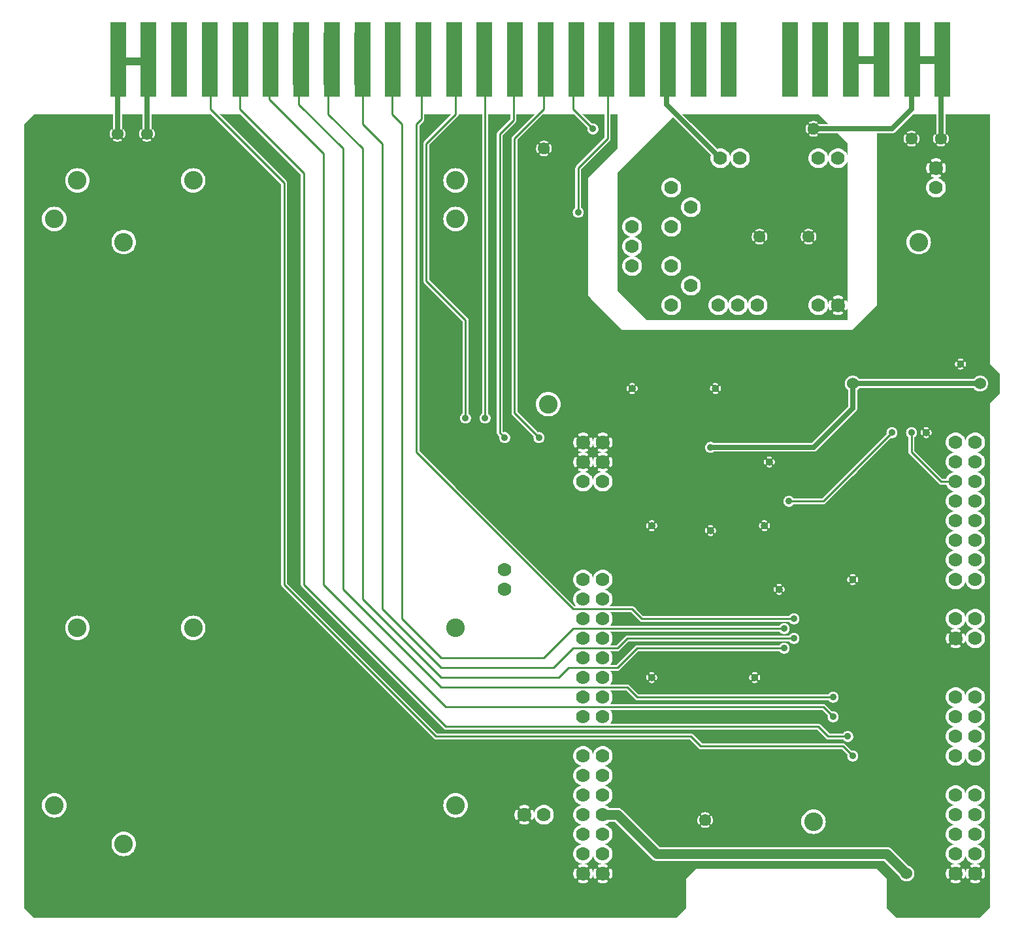
<source format=gbl>
G04 start of page 6 for group 5 idx 5 *
G04 Title: (unknown), bottom *
G04 Creator: pcb 20140316 *
G04 CreationDate: Sat 08 Jul 2017 15:17:32 GMT UTC *
G04 For: ole *
G04 Format: Gerber/RS-274X *
G04 PCB-Dimensions (mil): 7000.00 6000.00 *
G04 PCB-Coordinate-Origin: lower left *
%MOIN*%
%FSLAX25Y25*%
%LNBOTTOM*%
%ADD70C,0.0780*%
%ADD69C,0.0380*%
%ADD68C,0.0350*%
%ADD67C,0.0200*%
%ADD66C,0.0600*%
%ADD65C,0.0360*%
%ADD64R,0.0800X0.0800*%
%ADD63R,0.0100X0.0100*%
%ADD62C,0.0950*%
%ADD61C,0.0700*%
%ADD60C,0.0500*%
%ADD59C,0.0400*%
%ADD58C,0.0250*%
%ADD57C,0.0100*%
%ADD56C,0.0001*%
G54D56*G36*
X587500Y400000D02*X592500Y395000D01*
Y385000D01*
X587500Y380000D01*
Y400000D01*
G37*
G36*
X574992Y269869D02*X574993Y269888D01*
X575046Y269215D01*
X575230Y268450D01*
X575531Y267723D01*
X575942Y267052D01*
X576454Y266454D01*
X577052Y265942D01*
X577723Y265531D01*
X578450Y265230D01*
X579215Y265046D01*
X579804Y265000D01*
X579215Y264954D01*
X578450Y264770D01*
X577723Y264469D01*
X577052Y264058D01*
X576454Y263546D01*
X575942Y262948D01*
X575531Y262277D01*
X575230Y261550D01*
X575046Y260785D01*
X575000Y260196D01*
Y260240D01*
X574992Y260320D01*
Y269869D01*
G37*
G36*
X584051Y527500D02*X587500D01*
Y122500D01*
X584051Y119051D01*
Y137494D01*
X584119Y137513D01*
X584226Y137562D01*
X584324Y137628D01*
X584411Y137708D01*
X584484Y137801D01*
X584540Y137904D01*
X584725Y138348D01*
X584862Y138809D01*
X584954Y139281D01*
X585000Y139760D01*
Y140240D01*
X584954Y140719D01*
X584862Y141191D01*
X584725Y141652D01*
X584545Y142098D01*
X584487Y142202D01*
X584414Y142295D01*
X584327Y142375D01*
X584228Y142441D01*
X584120Y142491D01*
X584051Y142510D01*
Y147045D01*
X584058Y147052D01*
X584469Y147723D01*
X584770Y148450D01*
X584954Y149215D01*
X585000Y150000D01*
X584954Y150785D01*
X584770Y151550D01*
X584469Y152277D01*
X584058Y152948D01*
X584051Y152955D01*
Y157045D01*
X584058Y157052D01*
X584469Y157723D01*
X584770Y158450D01*
X584954Y159215D01*
X585000Y160000D01*
X584954Y160785D01*
X584770Y161550D01*
X584469Y162277D01*
X584058Y162948D01*
X584051Y162955D01*
Y167045D01*
X584058Y167052D01*
X584469Y167723D01*
X584770Y168450D01*
X584954Y169215D01*
X585000Y170000D01*
X584954Y170785D01*
X584770Y171550D01*
X584469Y172277D01*
X584058Y172948D01*
X584051Y172955D01*
Y177045D01*
X584058Y177052D01*
X584469Y177723D01*
X584770Y178450D01*
X584954Y179215D01*
X585000Y180000D01*
X584954Y180785D01*
X584770Y181550D01*
X584469Y182277D01*
X584058Y182948D01*
X584051Y182955D01*
Y197045D01*
X584058Y197052D01*
X584469Y197723D01*
X584770Y198450D01*
X584954Y199215D01*
X585000Y200000D01*
X584954Y200785D01*
X584770Y201550D01*
X584469Y202277D01*
X584058Y202948D01*
X584051Y202955D01*
Y207045D01*
X584058Y207052D01*
X584469Y207723D01*
X584770Y208450D01*
X584954Y209215D01*
X585000Y210000D01*
X584954Y210785D01*
X584770Y211550D01*
X584469Y212277D01*
X584058Y212948D01*
X584051Y212955D01*
Y217045D01*
X584058Y217052D01*
X584469Y217723D01*
X584770Y218450D01*
X584954Y219215D01*
X585000Y220000D01*
X584954Y220785D01*
X584770Y221550D01*
X584469Y222277D01*
X584058Y222948D01*
X584051Y222955D01*
Y227045D01*
X584058Y227052D01*
X584469Y227723D01*
X584770Y228450D01*
X584954Y229215D01*
X585000Y230000D01*
X584954Y230785D01*
X584770Y231550D01*
X584469Y232277D01*
X584058Y232948D01*
X584051Y232955D01*
Y257045D01*
X584058Y257052D01*
X584469Y257723D01*
X584770Y258450D01*
X584954Y259215D01*
X585000Y260000D01*
X584954Y260785D01*
X584770Y261550D01*
X584469Y262277D01*
X584058Y262948D01*
X584051Y262955D01*
Y267045D01*
X584058Y267052D01*
X584469Y267723D01*
X584770Y268450D01*
X584954Y269215D01*
X585000Y270000D01*
X584954Y270785D01*
X584770Y271550D01*
X584469Y272277D01*
X584058Y272948D01*
X584051Y272955D01*
Y287045D01*
X584058Y287052D01*
X584469Y287723D01*
X584770Y288450D01*
X584954Y289215D01*
X585000Y290000D01*
X584954Y290785D01*
X584770Y291550D01*
X584469Y292277D01*
X584058Y292948D01*
X584051Y292955D01*
Y297045D01*
X584058Y297052D01*
X584469Y297723D01*
X584770Y298450D01*
X584954Y299215D01*
X585000Y300000D01*
X584954Y300785D01*
X584770Y301550D01*
X584469Y302277D01*
X584058Y302948D01*
X584051Y302955D01*
Y307045D01*
X584058Y307052D01*
X584469Y307723D01*
X584770Y308450D01*
X584954Y309215D01*
X585000Y310000D01*
X584954Y310785D01*
X584770Y311550D01*
X584469Y312277D01*
X584058Y312948D01*
X584051Y312955D01*
Y317045D01*
X584058Y317052D01*
X584469Y317723D01*
X584770Y318450D01*
X584954Y319215D01*
X585000Y320000D01*
X584954Y320785D01*
X584770Y321550D01*
X584469Y322277D01*
X584058Y322948D01*
X584051Y322955D01*
Y327045D01*
X584058Y327052D01*
X584469Y327723D01*
X584770Y328450D01*
X584954Y329215D01*
X585000Y330000D01*
X584954Y330785D01*
X584770Y331550D01*
X584469Y332277D01*
X584058Y332948D01*
X584051Y332955D01*
Y337045D01*
X584058Y337052D01*
X584469Y337723D01*
X584770Y338450D01*
X584954Y339215D01*
X585000Y340000D01*
X584954Y340785D01*
X584770Y341550D01*
X584469Y342277D01*
X584058Y342948D01*
X584051Y342955D01*
Y347045D01*
X584058Y347052D01*
X584469Y347723D01*
X584770Y348450D01*
X584954Y349215D01*
X585000Y350000D01*
X584954Y350785D01*
X584770Y351550D01*
X584469Y352277D01*
X584058Y352948D01*
X584051Y352955D01*
Y357045D01*
X584058Y357052D01*
X584469Y357723D01*
X584770Y358450D01*
X584954Y359215D01*
X585000Y360000D01*
X584954Y360785D01*
X584770Y361550D01*
X584469Y362277D01*
X584058Y362948D01*
X584051Y362955D01*
Y386313D01*
X584322Y386425D01*
X584858Y386754D01*
X585337Y387163D01*
X585746Y387642D01*
X586075Y388178D01*
X586316Y388760D01*
X586463Y389372D01*
X586500Y390000D01*
X586463Y390628D01*
X586316Y391240D01*
X586075Y391822D01*
X585746Y392358D01*
X585337Y392837D01*
X584858Y393246D01*
X584322Y393575D01*
X584051Y393687D01*
Y527500D01*
G37*
G36*
Y362955D02*X583546Y363546D01*
X582948Y364058D01*
X582277Y364469D01*
X581550Y364770D01*
X580785Y364954D01*
X580002Y365015D01*
Y386873D01*
X580142Y386754D01*
X580678Y386425D01*
X581260Y386184D01*
X581872Y386037D01*
X582500Y385988D01*
X583128Y386037D01*
X583740Y386184D01*
X584051Y386313D01*
Y362955D01*
G37*
G36*
Y352955D02*X583546Y353546D01*
X582948Y354058D01*
X582277Y354469D01*
X581550Y354770D01*
X580785Y354954D01*
X580196Y355000D01*
X580785Y355046D01*
X581550Y355230D01*
X582277Y355531D01*
X582948Y355942D01*
X583546Y356454D01*
X584051Y357045D01*
Y352955D01*
G37*
G36*
Y342955D02*X583546Y343546D01*
X582948Y344058D01*
X582277Y344469D01*
X581550Y344770D01*
X580785Y344954D01*
X580196Y345000D01*
X580785Y345046D01*
X581550Y345230D01*
X582277Y345531D01*
X582948Y345942D01*
X583546Y346454D01*
X584051Y347045D01*
Y342955D01*
G37*
G36*
Y332955D02*X583546Y333546D01*
X582948Y334058D01*
X582277Y334469D01*
X581550Y334770D01*
X580785Y334954D01*
X580196Y335000D01*
X580785Y335046D01*
X581550Y335230D01*
X582277Y335531D01*
X582948Y335942D01*
X583546Y336454D01*
X584051Y337045D01*
Y332955D01*
G37*
G36*
Y322955D02*X583546Y323546D01*
X582948Y324058D01*
X582277Y324469D01*
X581550Y324770D01*
X580785Y324954D01*
X580196Y325000D01*
X580785Y325046D01*
X581550Y325230D01*
X582277Y325531D01*
X582948Y325942D01*
X583546Y326454D01*
X584051Y327045D01*
Y322955D01*
G37*
G36*
Y312955D02*X583546Y313546D01*
X582948Y314058D01*
X582277Y314469D01*
X581550Y314770D01*
X580785Y314954D01*
X580196Y315000D01*
X580785Y315046D01*
X581550Y315230D01*
X582277Y315531D01*
X582948Y315942D01*
X583546Y316454D01*
X584051Y317045D01*
Y312955D01*
G37*
G36*
Y302955D02*X583546Y303546D01*
X582948Y304058D01*
X582277Y304469D01*
X581550Y304770D01*
X580785Y304954D01*
X580196Y305000D01*
X580785Y305046D01*
X581550Y305230D01*
X582277Y305531D01*
X582948Y305942D01*
X583546Y306454D01*
X584051Y307045D01*
Y302955D01*
G37*
G36*
Y292955D02*X583546Y293546D01*
X582948Y294058D01*
X582277Y294469D01*
X581550Y294770D01*
X580785Y294954D01*
X580196Y295000D01*
X580785Y295046D01*
X581550Y295230D01*
X582277Y295531D01*
X582948Y295942D01*
X583546Y296454D01*
X584051Y297045D01*
Y292955D01*
G37*
G36*
Y272955D02*X583546Y273546D01*
X582948Y274058D01*
X582277Y274469D01*
X581550Y274770D01*
X580785Y274954D01*
X580002Y275015D01*
Y284985D01*
X580785Y285046D01*
X581550Y285230D01*
X582277Y285531D01*
X582948Y285942D01*
X583546Y286454D01*
X584051Y287045D01*
Y272955D01*
G37*
G36*
Y262955D02*X583546Y263546D01*
X582948Y264058D01*
X582277Y264469D01*
X581550Y264770D01*
X580785Y264954D01*
X580196Y265000D01*
X580785Y265046D01*
X581550Y265230D01*
X582277Y265531D01*
X582948Y265942D01*
X583546Y266454D01*
X584051Y267045D01*
Y262955D01*
G37*
G36*
Y232955D02*X583546Y233546D01*
X582948Y234058D01*
X582277Y234469D01*
X581550Y234770D01*
X580785Y234954D01*
X580002Y235015D01*
Y254985D01*
X580785Y255046D01*
X581550Y255230D01*
X582277Y255531D01*
X582948Y255942D01*
X583546Y256454D01*
X584051Y257045D01*
Y232955D01*
G37*
G36*
Y222955D02*X583546Y223546D01*
X582948Y224058D01*
X582277Y224469D01*
X581550Y224770D01*
X580785Y224954D01*
X580196Y225000D01*
X580785Y225046D01*
X581550Y225230D01*
X582277Y225531D01*
X582948Y225942D01*
X583546Y226454D01*
X584051Y227045D01*
Y222955D01*
G37*
G36*
Y212955D02*X583546Y213546D01*
X582948Y214058D01*
X582277Y214469D01*
X581550Y214770D01*
X580785Y214954D01*
X580196Y215000D01*
X580785Y215046D01*
X581550Y215230D01*
X582277Y215531D01*
X582948Y215942D01*
X583546Y216454D01*
X584051Y217045D01*
Y212955D01*
G37*
G36*
Y202955D02*X583546Y203546D01*
X582948Y204058D01*
X582277Y204469D01*
X581550Y204770D01*
X580785Y204954D01*
X580196Y205000D01*
X580785Y205046D01*
X581550Y205230D01*
X582277Y205531D01*
X582948Y205942D01*
X583546Y206454D01*
X584051Y207045D01*
Y202955D01*
G37*
G36*
Y182955D02*X583546Y183546D01*
X582948Y184058D01*
X582277Y184469D01*
X581550Y184770D01*
X580785Y184954D01*
X580002Y185015D01*
Y194985D01*
X580785Y195046D01*
X581550Y195230D01*
X582277Y195531D01*
X582948Y195942D01*
X583546Y196454D01*
X584051Y197045D01*
Y182955D01*
G37*
G36*
Y172955D02*X583546Y173546D01*
X582948Y174058D01*
X582277Y174469D01*
X581550Y174770D01*
X580785Y174954D01*
X580196Y175000D01*
X580785Y175046D01*
X581550Y175230D01*
X582277Y175531D01*
X582948Y175942D01*
X583546Y176454D01*
X584051Y177045D01*
Y172955D01*
G37*
G36*
Y162955D02*X583546Y163546D01*
X582948Y164058D01*
X582277Y164469D01*
X581550Y164770D01*
X580785Y164954D01*
X580196Y165000D01*
X580785Y165046D01*
X581550Y165230D01*
X582277Y165531D01*
X582948Y165942D01*
X583546Y166454D01*
X584051Y167045D01*
Y162955D01*
G37*
G36*
Y152955D02*X583546Y153546D01*
X582948Y154058D01*
X582277Y154469D01*
X581550Y154770D01*
X580785Y154954D01*
X580196Y155000D01*
X580785Y155046D01*
X581550Y155230D01*
X582277Y155531D01*
X582948Y155942D01*
X583546Y156454D01*
X584051Y157045D01*
Y152955D01*
G37*
G36*
Y119051D02*X582500Y117500D01*
X580002D01*
Y135000D01*
X580240D01*
X580719Y135046D01*
X581191Y135138D01*
X581652Y135275D01*
X582098Y135455D01*
X582202Y135513D01*
X582295Y135586D01*
X582375Y135673D01*
X582441Y135772D01*
X582491Y135880D01*
X582523Y135994D01*
X582537Y136112D01*
X582532Y136231D01*
X582509Y136347D01*
X582468Y136458D01*
X582410Y136562D01*
X582336Y136655D01*
X582249Y136735D01*
X582150Y136801D01*
X582043Y136851D01*
X581928Y136883D01*
X581811Y136897D01*
X581692Y136892D01*
X581576Y136869D01*
X581465Y136826D01*
X581155Y136696D01*
X580833Y136601D01*
X580503Y136536D01*
X580168Y136504D01*
X580002D01*
Y143496D01*
X580168D01*
X580503Y143464D01*
X580833Y143399D01*
X581155Y143304D01*
X581467Y143178D01*
X581577Y143135D01*
X581692Y143112D01*
X581810Y143107D01*
X581928Y143121D01*
X582041Y143153D01*
X582148Y143202D01*
X582247Y143268D01*
X582333Y143348D01*
X582407Y143440D01*
X582464Y143543D01*
X582505Y143654D01*
X582528Y143770D01*
X582533Y143888D01*
X582519Y144005D01*
X582487Y144119D01*
X582438Y144226D01*
X582372Y144324D01*
X582292Y144411D01*
X582199Y144484D01*
X582096Y144540D01*
X581652Y144725D01*
X581191Y144862D01*
X580719Y144954D01*
X580240Y145000D01*
X580196D01*
X580785Y145046D01*
X581550Y145230D01*
X582277Y145531D01*
X582948Y145942D01*
X583546Y146454D01*
X584051Y147045D01*
Y142510D01*
X584006Y142523D01*
X583888Y142537D01*
X583769Y142532D01*
X583653Y142509D01*
X583542Y142468D01*
X583438Y142410D01*
X583345Y142336D01*
X583265Y142249D01*
X583199Y142150D01*
X583149Y142043D01*
X583117Y141928D01*
X583103Y141811D01*
X583108Y141692D01*
X583131Y141576D01*
X583174Y141465D01*
X583304Y141155D01*
X583399Y140833D01*
X583464Y140503D01*
X583496Y140168D01*
Y139832D01*
X583464Y139497D01*
X583399Y139167D01*
X583304Y138845D01*
X583178Y138533D01*
X583135Y138423D01*
X583112Y138308D01*
X583107Y138190D01*
X583121Y138072D01*
X583153Y137959D01*
X583202Y137852D01*
X583268Y137753D01*
X583348Y137667D01*
X583440Y137593D01*
X583543Y137536D01*
X583654Y137495D01*
X583770Y137472D01*
X583888Y137467D01*
X584005Y137481D01*
X584051Y137494D01*
Y119051D01*
G37*
G36*
X580002Y527500D02*X584051D01*
Y393687D01*
X583740Y393816D01*
X583128Y393963D01*
X582500Y394012D01*
X581872Y393963D01*
X581260Y393816D01*
X580678Y393575D01*
X580142Y393246D01*
X580002Y393127D01*
Y527500D01*
G37*
G36*
Y365015D02*X580000Y365015D01*
X579215Y364954D01*
X578450Y364770D01*
X577723Y364469D01*
X577052Y364058D01*
X576454Y363546D01*
X575942Y362948D01*
X575531Y362277D01*
X575230Y361550D01*
X575046Y360785D01*
X574993Y360112D01*
X574992Y360131D01*
Y387750D01*
X579188D01*
X579254Y387642D01*
X579663Y387163D01*
X580002Y386873D01*
Y365015D01*
G37*
G36*
Y275015D02*X580000Y275015D01*
X579215Y274954D01*
X578450Y274770D01*
X577723Y274469D01*
X577052Y274058D01*
X576454Y273546D01*
X575942Y272948D01*
X575531Y272277D01*
X575230Y271550D01*
X575046Y270785D01*
X574993Y270112D01*
X574992Y270131D01*
Y289869D01*
X574993Y289888D01*
X575046Y289215D01*
X575230Y288450D01*
X575531Y287723D01*
X575942Y287052D01*
X576454Y286454D01*
X577052Y285942D01*
X577723Y285531D01*
X578450Y285230D01*
X579215Y285046D01*
X580000Y284985D01*
X580002Y284985D01*
Y275015D01*
G37*
G36*
Y235015D02*X580000Y235015D01*
X579215Y234954D01*
X578450Y234770D01*
X577723Y234469D01*
X577052Y234058D01*
X576454Y233546D01*
X575942Y232948D01*
X575531Y232277D01*
X575230Y231550D01*
X575046Y230785D01*
X574993Y230112D01*
X574992Y230131D01*
Y259680D01*
X575000Y259760D01*
Y259804D01*
X575046Y259215D01*
X575230Y258450D01*
X575531Y257723D01*
X575942Y257052D01*
X576454Y256454D01*
X577052Y255942D01*
X577723Y255531D01*
X578450Y255230D01*
X579215Y255046D01*
X580000Y254985D01*
X580002Y254985D01*
Y235015D01*
G37*
G36*
Y185015D02*X580000Y185015D01*
X579215Y184954D01*
X578450Y184770D01*
X577723Y184469D01*
X577052Y184058D01*
X576454Y183546D01*
X575942Y182948D01*
X575531Y182277D01*
X575230Y181550D01*
X575046Y180785D01*
X574993Y180112D01*
X574992Y180131D01*
Y199869D01*
X574993Y199888D01*
X575046Y199215D01*
X575230Y198450D01*
X575531Y197723D01*
X575942Y197052D01*
X576454Y196454D01*
X577052Y195942D01*
X577723Y195531D01*
X578450Y195230D01*
X579215Y195046D01*
X580000Y194985D01*
X580002Y194985D01*
Y185015D01*
G37*
G36*
Y117500D02*X575949D01*
Y137490D01*
X575994Y137477D01*
X576112Y137463D01*
X576231Y137468D01*
X576347Y137491D01*
X576458Y137532D01*
X576562Y137590D01*
X576655Y137664D01*
X576735Y137751D01*
X576801Y137850D01*
X576851Y137957D01*
X576883Y138072D01*
X576897Y138189D01*
X576892Y138308D01*
X576869Y138424D01*
X576826Y138535D01*
X576696Y138845D01*
X576601Y139167D01*
X576536Y139497D01*
X576504Y139832D01*
Y140168D01*
X576536Y140503D01*
X576601Y140833D01*
X576696Y141155D01*
X576822Y141467D01*
X576865Y141577D01*
X576888Y141692D01*
X576893Y141810D01*
X576879Y141928D01*
X576847Y142041D01*
X576798Y142148D01*
X576732Y142247D01*
X576652Y142333D01*
X576560Y142407D01*
X576457Y142464D01*
X576346Y142505D01*
X576230Y142528D01*
X576112Y142533D01*
X575995Y142519D01*
X575949Y142506D01*
Y147045D01*
X576454Y146454D01*
X577052Y145942D01*
X577723Y145531D01*
X578450Y145230D01*
X579215Y145046D01*
X579804Y145000D01*
X579760D01*
X579281Y144954D01*
X578809Y144862D01*
X578348Y144725D01*
X577902Y144545D01*
X577798Y144487D01*
X577705Y144414D01*
X577625Y144327D01*
X577559Y144228D01*
X577509Y144120D01*
X577477Y144006D01*
X577463Y143888D01*
X577468Y143769D01*
X577491Y143653D01*
X577532Y143542D01*
X577590Y143438D01*
X577664Y143345D01*
X577751Y143265D01*
X577850Y143199D01*
X577957Y143149D01*
X578072Y143117D01*
X578189Y143103D01*
X578308Y143108D01*
X578424Y143131D01*
X578535Y143174D01*
X578845Y143304D01*
X579167Y143399D01*
X579497Y143464D01*
X579832Y143496D01*
X580002D01*
Y136504D01*
X579832D01*
X579497Y136536D01*
X579167Y136601D01*
X578845Y136696D01*
X578533Y136822D01*
X578423Y136865D01*
X578308Y136888D01*
X578190Y136893D01*
X578072Y136879D01*
X577959Y136847D01*
X577852Y136798D01*
X577753Y136732D01*
X577667Y136652D01*
X577593Y136560D01*
X577536Y136457D01*
X577495Y136346D01*
X577472Y136230D01*
X577467Y136112D01*
X577481Y135995D01*
X577513Y135881D01*
X577562Y135774D01*
X577628Y135676D01*
X577708Y135589D01*
X577801Y135516D01*
X577904Y135460D01*
X578348Y135275D01*
X578809Y135138D01*
X579281Y135046D01*
X579760Y135000D01*
X580002D01*
Y117500D01*
G37*
G36*
X575949D02*X574992D01*
Y139680D01*
X575000Y139760D01*
Y140240D01*
X574992Y140320D01*
Y149869D01*
X574993Y149888D01*
X575046Y149215D01*
X575230Y148450D01*
X575531Y147723D01*
X575942Y147052D01*
X575949Y147045D01*
Y142506D01*
X575881Y142487D01*
X575774Y142438D01*
X575676Y142372D01*
X575589Y142292D01*
X575516Y142199D01*
X575460Y142096D01*
X575275Y141652D01*
X575138Y141191D01*
X575046Y140719D01*
X575000Y140240D01*
Y139760D01*
X575046Y139281D01*
X575138Y138809D01*
X575275Y138348D01*
X575455Y137902D01*
X575513Y137798D01*
X575586Y137705D01*
X575673Y137625D01*
X575772Y137559D01*
X575880Y137509D01*
X575949Y137490D01*
Y117500D01*
G37*
G36*
X574992Y527500D02*X580002D01*
Y393127D01*
X579663Y392837D01*
X579254Y392358D01*
X579188Y392250D01*
X574992D01*
Y398835D01*
X575002Y398843D01*
X575055Y398901D01*
X575098Y398966D01*
X575130Y399038D01*
X575206Y399271D01*
X575260Y399511D01*
X575292Y399755D01*
X575303Y400000D01*
X575292Y400245D01*
X575260Y400489D01*
X575206Y400729D01*
X575132Y400963D01*
X575100Y401035D01*
X575056Y401100D01*
X575003Y401159D01*
X574992Y401167D01*
Y527500D01*
G37*
G36*
X570002Y143496D02*X570168D01*
X570503Y143464D01*
X570833Y143399D01*
X571155Y143304D01*
X571467Y143178D01*
X571577Y143135D01*
X571692Y143112D01*
X571810Y143107D01*
X571928Y143121D01*
X572041Y143153D01*
X572148Y143202D01*
X572247Y143268D01*
X572333Y143348D01*
X572407Y143440D01*
X572464Y143543D01*
X572505Y143654D01*
X572528Y143770D01*
X572533Y143888D01*
X572519Y144005D01*
X572487Y144119D01*
X572438Y144226D01*
X572372Y144324D01*
X572292Y144411D01*
X572199Y144484D01*
X572096Y144540D01*
X571652Y144725D01*
X571191Y144862D01*
X570719Y144954D01*
X570240Y145000D01*
X570196D01*
X570785Y145046D01*
X571550Y145230D01*
X572277Y145531D01*
X572948Y145942D01*
X573546Y146454D01*
X574058Y147052D01*
X574469Y147723D01*
X574770Y148450D01*
X574954Y149215D01*
X574992Y149869D01*
Y140320D01*
X574954Y140719D01*
X574862Y141191D01*
X574725Y141652D01*
X574545Y142098D01*
X574487Y142202D01*
X574414Y142295D01*
X574327Y142375D01*
X574228Y142441D01*
X574120Y142491D01*
X574006Y142523D01*
X573888Y142537D01*
X573769Y142532D01*
X573653Y142509D01*
X573542Y142468D01*
X573438Y142410D01*
X573345Y142336D01*
X573265Y142249D01*
X573199Y142150D01*
X573149Y142043D01*
X573117Y141928D01*
X573103Y141811D01*
X573108Y141692D01*
X573131Y141576D01*
X573174Y141465D01*
X573304Y141155D01*
X573399Y140833D01*
X573464Y140503D01*
X573496Y140168D01*
Y139832D01*
X573464Y139497D01*
X573399Y139167D01*
X573304Y138845D01*
X573178Y138533D01*
X573135Y138423D01*
X573112Y138308D01*
X573107Y138190D01*
X573121Y138072D01*
X573153Y137959D01*
X573202Y137852D01*
X573268Y137753D01*
X573348Y137667D01*
X573440Y137593D01*
X573543Y137536D01*
X573654Y137495D01*
X573770Y137472D01*
X573888Y137467D01*
X574005Y137481D01*
X574119Y137513D01*
X574226Y137562D01*
X574324Y137628D01*
X574411Y137708D01*
X574484Y137801D01*
X574540Y137904D01*
X574725Y138348D01*
X574862Y138809D01*
X574954Y139281D01*
X574992Y139680D01*
Y117500D01*
X570002D01*
Y135000D01*
X570240D01*
X570719Y135046D01*
X571191Y135138D01*
X571652Y135275D01*
X572098Y135455D01*
X572202Y135513D01*
X572295Y135586D01*
X572375Y135673D01*
X572441Y135772D01*
X572491Y135880D01*
X572523Y135994D01*
X572537Y136112D01*
X572532Y136231D01*
X572509Y136347D01*
X572468Y136458D01*
X572410Y136562D01*
X572336Y136655D01*
X572249Y136735D01*
X572150Y136801D01*
X572043Y136851D01*
X571928Y136883D01*
X571811Y136897D01*
X571692Y136892D01*
X571576Y136869D01*
X571465Y136826D01*
X571155Y136696D01*
X570833Y136601D01*
X570503Y136536D01*
X570168Y136504D01*
X570002D01*
Y143496D01*
G37*
G36*
Y194985D02*X570785Y195046D01*
X571550Y195230D01*
X572277Y195531D01*
X572948Y195942D01*
X573546Y196454D01*
X574058Y197052D01*
X574469Y197723D01*
X574770Y198450D01*
X574954Y199215D01*
X574992Y199869D01*
Y180131D01*
X574954Y180785D01*
X574770Y181550D01*
X574469Y182277D01*
X574058Y182948D01*
X573546Y183546D01*
X572948Y184058D01*
X572277Y184469D01*
X571550Y184770D01*
X570785Y184954D01*
X570002Y185015D01*
Y194985D01*
G37*
G36*
Y263496D02*X570168D01*
X570503Y263464D01*
X570833Y263399D01*
X571155Y263304D01*
X571467Y263178D01*
X571577Y263135D01*
X571692Y263112D01*
X571810Y263107D01*
X571928Y263121D01*
X572041Y263153D01*
X572148Y263202D01*
X572247Y263268D01*
X572333Y263348D01*
X572407Y263440D01*
X572464Y263543D01*
X572505Y263654D01*
X572528Y263770D01*
X572533Y263888D01*
X572519Y264005D01*
X572487Y264119D01*
X572438Y264226D01*
X572372Y264324D01*
X572292Y264411D01*
X572199Y264484D01*
X572096Y264540D01*
X571652Y264725D01*
X571191Y264862D01*
X570719Y264954D01*
X570240Y265000D01*
X570196D01*
X570785Y265046D01*
X571550Y265230D01*
X572277Y265531D01*
X572948Y265942D01*
X573546Y266454D01*
X574058Y267052D01*
X574469Y267723D01*
X574770Y268450D01*
X574954Y269215D01*
X574992Y269869D01*
Y260320D01*
X574954Y260719D01*
X574862Y261191D01*
X574725Y261652D01*
X574545Y262098D01*
X574487Y262202D01*
X574414Y262295D01*
X574327Y262375D01*
X574228Y262441D01*
X574120Y262491D01*
X574006Y262523D01*
X573888Y262537D01*
X573769Y262532D01*
X573653Y262509D01*
X573542Y262468D01*
X573438Y262410D01*
X573345Y262336D01*
X573265Y262249D01*
X573199Y262150D01*
X573149Y262043D01*
X573117Y261928D01*
X573103Y261811D01*
X573108Y261692D01*
X573131Y261576D01*
X573174Y261465D01*
X573304Y261155D01*
X573399Y260833D01*
X573464Y260503D01*
X573496Y260168D01*
Y259832D01*
X573464Y259497D01*
X573399Y259167D01*
X573304Y258845D01*
X573178Y258533D01*
X573135Y258423D01*
X573112Y258308D01*
X573107Y258190D01*
X573121Y258072D01*
X573153Y257959D01*
X573202Y257852D01*
X573268Y257753D01*
X573348Y257667D01*
X573440Y257593D01*
X573543Y257536D01*
X573654Y257495D01*
X573770Y257472D01*
X573888Y257467D01*
X574005Y257481D01*
X574119Y257513D01*
X574226Y257562D01*
X574324Y257628D01*
X574411Y257708D01*
X574484Y257801D01*
X574540Y257904D01*
X574725Y258348D01*
X574862Y258809D01*
X574954Y259281D01*
X574992Y259680D01*
Y230131D01*
X574954Y230785D01*
X574770Y231550D01*
X574469Y232277D01*
X574058Y232948D01*
X573546Y233546D01*
X572948Y234058D01*
X572277Y234469D01*
X571550Y234770D01*
X570785Y234954D01*
X570002Y235015D01*
Y255000D01*
X570240D01*
X570719Y255046D01*
X571191Y255138D01*
X571652Y255275D01*
X572098Y255455D01*
X572202Y255513D01*
X572295Y255586D01*
X572375Y255673D01*
X572441Y255772D01*
X572491Y255880D01*
X572523Y255994D01*
X572537Y256112D01*
X572532Y256231D01*
X572509Y256347D01*
X572468Y256458D01*
X572410Y256562D01*
X572336Y256655D01*
X572249Y256735D01*
X572150Y256801D01*
X572043Y256851D01*
X571928Y256883D01*
X571811Y256897D01*
X571692Y256892D01*
X571576Y256869D01*
X571465Y256826D01*
X571155Y256696D01*
X570833Y256601D01*
X570503Y256536D01*
X570168Y256504D01*
X570002D01*
Y263496D01*
G37*
G36*
Y284985D02*X570785Y285046D01*
X571550Y285230D01*
X572277Y285531D01*
X572948Y285942D01*
X573546Y286454D01*
X574058Y287052D01*
X574469Y287723D01*
X574770Y288450D01*
X574954Y289215D01*
X574992Y289869D01*
Y270131D01*
X574954Y270785D01*
X574770Y271550D01*
X574469Y272277D01*
X574058Y272948D01*
X573546Y273546D01*
X572948Y274058D01*
X572277Y274469D01*
X571550Y274770D01*
X570785Y274954D01*
X570002Y275015D01*
Y284985D01*
G37*
G36*
Y387750D02*X574992D01*
Y360131D01*
X574954Y360785D01*
X574770Y361550D01*
X574469Y362277D01*
X574058Y362948D01*
X573546Y363546D01*
X572948Y364058D01*
X572277Y364469D01*
X571550Y364770D01*
X570785Y364954D01*
X570002Y365015D01*
Y387750D01*
G37*
G36*
X572501Y527500D02*X574992D01*
Y401167D01*
X574941Y401208D01*
X574872Y401246D01*
X574798Y401274D01*
X574721Y401290D01*
X574642Y401293D01*
X574563Y401284D01*
X574487Y401263D01*
X574415Y401230D01*
X574350Y401186D01*
X574291Y401133D01*
X574242Y401071D01*
X574204Y401002D01*
X574176Y400928D01*
X574160Y400851D01*
X574157Y400772D01*
X574166Y400693D01*
X574189Y400618D01*
X574238Y400468D01*
X574272Y400314D01*
X574293Y400158D01*
X574300Y400000D01*
X574293Y399842D01*
X574272Y399686D01*
X574238Y399532D01*
X574190Y399382D01*
X574168Y399306D01*
X574159Y399228D01*
X574162Y399150D01*
X574178Y399073D01*
X574205Y398999D01*
X574244Y398930D01*
X574293Y398869D01*
X574351Y398815D01*
X574416Y398772D01*
X574488Y398739D01*
X574564Y398718D01*
X574642Y398709D01*
X574720Y398712D01*
X574798Y398728D01*
X574871Y398755D01*
X574940Y398794D01*
X574992Y398835D01*
Y392250D01*
X572501D01*
Y397197D01*
X572745Y397208D01*
X572989Y397240D01*
X573229Y397294D01*
X573463Y397368D01*
X573535Y397400D01*
X573600Y397444D01*
X573659Y397497D01*
X573708Y397559D01*
X573746Y397628D01*
X573774Y397702D01*
X573790Y397779D01*
X573793Y397858D01*
X573784Y397937D01*
X573763Y398013D01*
X573730Y398085D01*
X573686Y398150D01*
X573633Y398209D01*
X573571Y398258D01*
X573502Y398296D01*
X573428Y398324D01*
X573351Y398340D01*
X573272Y398343D01*
X573193Y398334D01*
X573118Y398311D01*
X572968Y398262D01*
X572814Y398228D01*
X572658Y398207D01*
X572501Y398200D01*
Y401800D01*
X572658Y401793D01*
X572814Y401772D01*
X572968Y401738D01*
X573118Y401690D01*
X573194Y401668D01*
X573272Y401659D01*
X573350Y401662D01*
X573427Y401678D01*
X573501Y401705D01*
X573570Y401744D01*
X573631Y401793D01*
X573685Y401851D01*
X573728Y401916D01*
X573761Y401988D01*
X573782Y402064D01*
X573791Y402142D01*
X573788Y402220D01*
X573772Y402298D01*
X573745Y402371D01*
X573706Y402440D01*
X573657Y402502D01*
X573599Y402555D01*
X573534Y402598D01*
X573462Y402630D01*
X573229Y402706D01*
X572989Y402760D01*
X572745Y402792D01*
X572501Y402803D01*
Y527500D01*
G37*
G36*
X570002D02*X572501D01*
Y402803D01*
X572500Y402803D01*
X572255Y402792D01*
X572011Y402760D01*
X571771Y402706D01*
X571537Y402632D01*
X571465Y402600D01*
X571400Y402556D01*
X571341Y402503D01*
X571292Y402441D01*
X571254Y402372D01*
X571226Y402298D01*
X571210Y402221D01*
X571207Y402142D01*
X571216Y402063D01*
X571237Y401987D01*
X571270Y401915D01*
X571314Y401850D01*
X571367Y401791D01*
X571429Y401742D01*
X571498Y401704D01*
X571572Y401676D01*
X571649Y401660D01*
X571728Y401657D01*
X571807Y401666D01*
X571882Y401689D01*
X572032Y401738D01*
X572186Y401772D01*
X572342Y401793D01*
X572500Y401800D01*
X572501Y401800D01*
Y398200D01*
X572500Y398200D01*
X572342Y398207D01*
X572186Y398228D01*
X572032Y398262D01*
X571882Y398310D01*
X571806Y398332D01*
X571728Y398341D01*
X571650Y398338D01*
X571573Y398322D01*
X571499Y398295D01*
X571430Y398256D01*
X571369Y398207D01*
X571315Y398149D01*
X571272Y398084D01*
X571239Y398012D01*
X571218Y397936D01*
X571209Y397858D01*
X571212Y397780D01*
X571228Y397702D01*
X571255Y397629D01*
X571294Y397560D01*
X571343Y397498D01*
X571401Y397445D01*
X571466Y397402D01*
X571538Y397370D01*
X571771Y397294D01*
X572011Y397240D01*
X572255Y397208D01*
X572500Y397197D01*
X572501Y397197D01*
Y392250D01*
X570002D01*
Y398838D01*
X570059Y398792D01*
X570128Y398754D01*
X570202Y398726D01*
X570279Y398710D01*
X570358Y398707D01*
X570437Y398716D01*
X570513Y398737D01*
X570585Y398770D01*
X570650Y398814D01*
X570709Y398867D01*
X570758Y398929D01*
X570796Y398998D01*
X570824Y399072D01*
X570840Y399149D01*
X570843Y399228D01*
X570834Y399307D01*
X570811Y399382D01*
X570762Y399532D01*
X570728Y399686D01*
X570707Y399842D01*
X570700Y400000D01*
X570707Y400158D01*
X570728Y400314D01*
X570762Y400468D01*
X570810Y400618D01*
X570832Y400694D01*
X570841Y400772D01*
X570838Y400850D01*
X570822Y400927D01*
X570795Y401001D01*
X570756Y401070D01*
X570707Y401131D01*
X570649Y401185D01*
X570584Y401228D01*
X570512Y401261D01*
X570436Y401282D01*
X570358Y401291D01*
X570280Y401288D01*
X570202Y401272D01*
X570129Y401245D01*
X570060Y401206D01*
X570002Y401160D01*
Y527500D01*
G37*
G36*
X565949Y147045D02*X566454Y146454D01*
X567052Y145942D01*
X567723Y145531D01*
X568450Y145230D01*
X569215Y145046D01*
X569804Y145000D01*
X569760D01*
X569281Y144954D01*
X568809Y144862D01*
X568348Y144725D01*
X567902Y144545D01*
X567798Y144487D01*
X567705Y144414D01*
X567625Y144327D01*
X567559Y144228D01*
X567509Y144120D01*
X567477Y144006D01*
X567463Y143888D01*
X567468Y143769D01*
X567491Y143653D01*
X567532Y143542D01*
X567590Y143438D01*
X567664Y143345D01*
X567751Y143265D01*
X567850Y143199D01*
X567957Y143149D01*
X568072Y143117D01*
X568189Y143103D01*
X568308Y143108D01*
X568424Y143131D01*
X568535Y143174D01*
X568845Y143304D01*
X569167Y143399D01*
X569497Y143464D01*
X569832Y143496D01*
X570002D01*
Y136504D01*
X569832D01*
X569497Y136536D01*
X569167Y136601D01*
X568845Y136696D01*
X568533Y136822D01*
X568423Y136865D01*
X568308Y136888D01*
X568190Y136893D01*
X568072Y136879D01*
X567959Y136847D01*
X567852Y136798D01*
X567753Y136732D01*
X567667Y136652D01*
X567593Y136560D01*
X567536Y136457D01*
X567495Y136346D01*
X567472Y136230D01*
X567467Y136112D01*
X567481Y135995D01*
X567513Y135881D01*
X567562Y135774D01*
X567628Y135676D01*
X567708Y135589D01*
X567801Y135516D01*
X567904Y135460D01*
X568348Y135275D01*
X568809Y135138D01*
X569281Y135046D01*
X569760Y135000D01*
X570002D01*
Y117500D01*
X565949D01*
Y137490D01*
X565994Y137477D01*
X566112Y137463D01*
X566231Y137468D01*
X566347Y137491D01*
X566458Y137532D01*
X566562Y137590D01*
X566655Y137664D01*
X566735Y137751D01*
X566801Y137850D01*
X566851Y137957D01*
X566883Y138072D01*
X566897Y138189D01*
X566892Y138308D01*
X566869Y138424D01*
X566826Y138535D01*
X566696Y138845D01*
X566601Y139167D01*
X566536Y139497D01*
X566504Y139832D01*
Y140168D01*
X566536Y140503D01*
X566601Y140833D01*
X566696Y141155D01*
X566822Y141467D01*
X566865Y141577D01*
X566888Y141692D01*
X566893Y141810D01*
X566879Y141928D01*
X566847Y142041D01*
X566798Y142148D01*
X566732Y142247D01*
X566652Y142333D01*
X566560Y142407D01*
X566457Y142464D01*
X566346Y142505D01*
X566230Y142528D01*
X566112Y142533D01*
X565995Y142519D01*
X565949Y142506D01*
Y147045D01*
G37*
G36*
Y157045D02*X566454Y156454D01*
X567052Y155942D01*
X567723Y155531D01*
X568450Y155230D01*
X569215Y155046D01*
X569804Y155000D01*
X569215Y154954D01*
X568450Y154770D01*
X567723Y154469D01*
X567052Y154058D01*
X566454Y153546D01*
X565949Y152955D01*
Y157045D01*
G37*
G36*
Y167045D02*X566454Y166454D01*
X567052Y165942D01*
X567723Y165531D01*
X568450Y165230D01*
X569215Y165046D01*
X569804Y165000D01*
X569215Y164954D01*
X568450Y164770D01*
X567723Y164469D01*
X567052Y164058D01*
X566454Y163546D01*
X565949Y162955D01*
Y167045D01*
G37*
G36*
Y177045D02*X566454Y176454D01*
X567052Y175942D01*
X567723Y175531D01*
X568450Y175230D01*
X569215Y175046D01*
X569804Y175000D01*
X569215Y174954D01*
X568450Y174770D01*
X567723Y174469D01*
X567052Y174058D01*
X566454Y173546D01*
X565949Y172955D01*
Y177045D01*
G37*
G36*
Y197045D02*X566454Y196454D01*
X567052Y195942D01*
X567723Y195531D01*
X568450Y195230D01*
X569215Y195046D01*
X570000Y194985D01*
X570002Y194985D01*
Y185015D01*
X570000Y185015D01*
X569215Y184954D01*
X568450Y184770D01*
X567723Y184469D01*
X567052Y184058D01*
X566454Y183546D01*
X565949Y182955D01*
Y197045D01*
G37*
G36*
Y207045D02*X566454Y206454D01*
X567052Y205942D01*
X567723Y205531D01*
X568450Y205230D01*
X569215Y205046D01*
X569804Y205000D01*
X569215Y204954D01*
X568450Y204770D01*
X567723Y204469D01*
X567052Y204058D01*
X566454Y203546D01*
X565949Y202955D01*
Y207045D01*
G37*
G36*
Y217045D02*X566454Y216454D01*
X567052Y215942D01*
X567723Y215531D01*
X568450Y215230D01*
X569215Y215046D01*
X569804Y215000D01*
X569215Y214954D01*
X568450Y214770D01*
X567723Y214469D01*
X567052Y214058D01*
X566454Y213546D01*
X565949Y212955D01*
Y217045D01*
G37*
G36*
Y227045D02*X566454Y226454D01*
X567052Y225942D01*
X567723Y225531D01*
X568450Y225230D01*
X569215Y225046D01*
X569804Y225000D01*
X569215Y224954D01*
X568450Y224770D01*
X567723Y224469D01*
X567052Y224058D01*
X566454Y223546D01*
X565949Y222955D01*
Y227045D01*
G37*
G36*
Y267045D02*X566454Y266454D01*
X567052Y265942D01*
X567723Y265531D01*
X568450Y265230D01*
X569215Y265046D01*
X569804Y265000D01*
X569760D01*
X569281Y264954D01*
X568809Y264862D01*
X568348Y264725D01*
X567902Y264545D01*
X567798Y264487D01*
X567705Y264414D01*
X567625Y264327D01*
X567559Y264228D01*
X567509Y264120D01*
X567477Y264006D01*
X567463Y263888D01*
X567468Y263769D01*
X567491Y263653D01*
X567532Y263542D01*
X567590Y263438D01*
X567664Y263345D01*
X567751Y263265D01*
X567850Y263199D01*
X567957Y263149D01*
X568072Y263117D01*
X568189Y263103D01*
X568308Y263108D01*
X568424Y263131D01*
X568535Y263174D01*
X568845Y263304D01*
X569167Y263399D01*
X569497Y263464D01*
X569832Y263496D01*
X570002D01*
Y256504D01*
X569832D01*
X569497Y256536D01*
X569167Y256601D01*
X568845Y256696D01*
X568533Y256822D01*
X568423Y256865D01*
X568308Y256888D01*
X568190Y256893D01*
X568072Y256879D01*
X567959Y256847D01*
X567852Y256798D01*
X567753Y256732D01*
X567667Y256652D01*
X567593Y256560D01*
X567536Y256457D01*
X567495Y256346D01*
X567472Y256230D01*
X567467Y256112D01*
X567481Y255995D01*
X567513Y255881D01*
X567562Y255774D01*
X567628Y255676D01*
X567708Y255589D01*
X567801Y255516D01*
X567904Y255460D01*
X568348Y255275D01*
X568809Y255138D01*
X569281Y255046D01*
X569760Y255000D01*
X570002D01*
Y235015D01*
X570000Y235015D01*
X569215Y234954D01*
X568450Y234770D01*
X567723Y234469D01*
X567052Y234058D01*
X566454Y233546D01*
X565949Y232955D01*
Y257490D01*
X565994Y257477D01*
X566112Y257463D01*
X566231Y257468D01*
X566347Y257491D01*
X566458Y257532D01*
X566562Y257590D01*
X566655Y257664D01*
X566735Y257751D01*
X566801Y257850D01*
X566851Y257957D01*
X566883Y258072D01*
X566897Y258189D01*
X566892Y258308D01*
X566869Y258424D01*
X566826Y258535D01*
X566696Y258845D01*
X566601Y259167D01*
X566536Y259497D01*
X566504Y259832D01*
Y260168D01*
X566536Y260503D01*
X566601Y260833D01*
X566696Y261155D01*
X566822Y261467D01*
X566865Y261577D01*
X566888Y261692D01*
X566893Y261810D01*
X566879Y261928D01*
X566847Y262041D01*
X566798Y262148D01*
X566732Y262247D01*
X566652Y262333D01*
X566560Y262407D01*
X566457Y262464D01*
X566346Y262505D01*
X566230Y262528D01*
X566112Y262533D01*
X565995Y262519D01*
X565949Y262506D01*
Y267045D01*
G37*
G36*
Y287045D02*X566454Y286454D01*
X567052Y285942D01*
X567723Y285531D01*
X568450Y285230D01*
X569215Y285046D01*
X570000Y284985D01*
X570002Y284985D01*
Y275015D01*
X570000Y275015D01*
X569215Y274954D01*
X568450Y274770D01*
X567723Y274469D01*
X567052Y274058D01*
X566454Y273546D01*
X565949Y272955D01*
Y287045D01*
G37*
G36*
Y297045D02*X566454Y296454D01*
X567052Y295942D01*
X567723Y295531D01*
X568450Y295230D01*
X569215Y295046D01*
X569804Y295000D01*
X569215Y294954D01*
X568450Y294770D01*
X567723Y294469D01*
X567052Y294058D01*
X566454Y293546D01*
X565949Y292955D01*
Y297045D01*
G37*
G36*
Y307045D02*X566454Y306454D01*
X567052Y305942D01*
X567723Y305531D01*
X568450Y305230D01*
X569215Y305046D01*
X569804Y305000D01*
X569215Y304954D01*
X568450Y304770D01*
X567723Y304469D01*
X567052Y304058D01*
X566454Y303546D01*
X565949Y302955D01*
Y307045D01*
G37*
G36*
Y317045D02*X566454Y316454D01*
X567052Y315942D01*
X567723Y315531D01*
X568450Y315230D01*
X569215Y315046D01*
X569804Y315000D01*
X569215Y314954D01*
X568450Y314770D01*
X567723Y314469D01*
X567052Y314058D01*
X566454Y313546D01*
X565949Y312955D01*
Y317045D01*
G37*
G36*
Y327045D02*X566454Y326454D01*
X567052Y325942D01*
X567723Y325531D01*
X568450Y325230D01*
X569215Y325046D01*
X569804Y325000D01*
X569215Y324954D01*
X568450Y324770D01*
X567723Y324469D01*
X567052Y324058D01*
X566454Y323546D01*
X565949Y322955D01*
Y327045D01*
G37*
G36*
Y337045D02*X566454Y336454D01*
X567052Y335942D01*
X567723Y335531D01*
X568450Y335230D01*
X569215Y335046D01*
X569804Y335000D01*
X569215Y334954D01*
X568450Y334770D01*
X567723Y334469D01*
X567052Y334058D01*
X566454Y333546D01*
X565949Y332955D01*
Y337045D01*
G37*
G36*
Y347045D02*X566454Y346454D01*
X567052Y345942D01*
X567723Y345531D01*
X568450Y345230D01*
X569215Y345046D01*
X569804Y345000D01*
X569215Y344954D01*
X568450Y344770D01*
X567723Y344469D01*
X567052Y344058D01*
X566454Y343546D01*
X565949Y342955D01*
Y347045D01*
G37*
G36*
Y357045D02*X566454Y356454D01*
X567052Y355942D01*
X567723Y355531D01*
X568450Y355230D01*
X569215Y355046D01*
X569804Y355000D01*
X569215Y354954D01*
X568450Y354770D01*
X567723Y354469D01*
X567052Y354058D01*
X566454Y353546D01*
X565949Y352955D01*
Y357045D01*
G37*
G36*
Y387750D02*X570002D01*
Y365015D01*
X570000Y365015D01*
X569215Y364954D01*
X568450Y364770D01*
X567723Y364469D01*
X567052Y364058D01*
X566454Y363546D01*
X565949Y362955D01*
Y387750D01*
G37*
G36*
Y527500D02*X570002D01*
Y401160D01*
X569998Y401157D01*
X569945Y401099D01*
X569902Y401034D01*
X569870Y400962D01*
X569794Y400729D01*
X569740Y400489D01*
X569708Y400245D01*
X569697Y400000D01*
X569708Y399755D01*
X569740Y399511D01*
X569794Y399271D01*
X569868Y399037D01*
X569900Y398965D01*
X569944Y398900D01*
X569997Y398841D01*
X570002Y398838D01*
Y392250D01*
X565949D01*
Y512994D01*
X565969Y513017D01*
X566011Y513083D01*
X566174Y513408D01*
X566303Y513748D01*
X566401Y514098D01*
X566467Y514456D01*
X566500Y514818D01*
Y515182D01*
X566467Y515544D01*
X566401Y515902D01*
X566303Y516252D01*
X566174Y516592D01*
X566015Y516919D01*
X565972Y516985D01*
X565949Y517011D01*
Y527500D01*
G37*
G36*
X555001Y345378D02*X561398Y338981D01*
X561436Y338936D01*
X561615Y338783D01*
X561616Y338783D01*
X561817Y338659D01*
X562035Y338569D01*
X562265Y338514D01*
X562500Y338495D01*
X562559Y338500D01*
X565218D01*
X565230Y338450D01*
X565531Y337723D01*
X565942Y337052D01*
X565949Y337045D01*
Y332955D01*
X565942Y332948D01*
X565531Y332277D01*
X565230Y331550D01*
X565046Y330785D01*
X564985Y330000D01*
X565046Y329215D01*
X565230Y328450D01*
X565531Y327723D01*
X565942Y327052D01*
X565949Y327045D01*
Y322955D01*
X565942Y322948D01*
X565531Y322277D01*
X565230Y321550D01*
X565046Y320785D01*
X564985Y320000D01*
X565046Y319215D01*
X565230Y318450D01*
X565531Y317723D01*
X565942Y317052D01*
X565949Y317045D01*
Y312955D01*
X565942Y312948D01*
X565531Y312277D01*
X565230Y311550D01*
X565046Y310785D01*
X564985Y310000D01*
X565046Y309215D01*
X565230Y308450D01*
X565531Y307723D01*
X565942Y307052D01*
X565949Y307045D01*
Y302955D01*
X565942Y302948D01*
X565531Y302277D01*
X565230Y301550D01*
X565046Y300785D01*
X564985Y300000D01*
X565046Y299215D01*
X565230Y298450D01*
X565531Y297723D01*
X565942Y297052D01*
X565949Y297045D01*
Y292955D01*
X565942Y292948D01*
X565531Y292277D01*
X565230Y291550D01*
X565046Y290785D01*
X564985Y290000D01*
X565046Y289215D01*
X565230Y288450D01*
X565531Y287723D01*
X565942Y287052D01*
X565949Y287045D01*
Y272955D01*
X565942Y272948D01*
X565531Y272277D01*
X565230Y271550D01*
X565046Y270785D01*
X564985Y270000D01*
X565046Y269215D01*
X565230Y268450D01*
X565531Y267723D01*
X565942Y267052D01*
X565949Y267045D01*
Y262506D01*
X565881Y262487D01*
X565774Y262438D01*
X565676Y262372D01*
X565589Y262292D01*
X565516Y262199D01*
X565460Y262096D01*
X565275Y261652D01*
X565138Y261191D01*
X565046Y260719D01*
X565000Y260240D01*
Y259760D01*
X565046Y259281D01*
X565138Y258809D01*
X565275Y258348D01*
X565455Y257902D01*
X565513Y257798D01*
X565586Y257705D01*
X565673Y257625D01*
X565772Y257559D01*
X565880Y257509D01*
X565949Y257490D01*
Y232955D01*
X565942Y232948D01*
X565531Y232277D01*
X565230Y231550D01*
X565046Y230785D01*
X564985Y230000D01*
X565046Y229215D01*
X565230Y228450D01*
X565531Y227723D01*
X565942Y227052D01*
X565949Y227045D01*
Y222955D01*
X565942Y222948D01*
X565531Y222277D01*
X565230Y221550D01*
X565046Y220785D01*
X564985Y220000D01*
X565046Y219215D01*
X565230Y218450D01*
X565531Y217723D01*
X565942Y217052D01*
X565949Y217045D01*
Y212955D01*
X565942Y212948D01*
X565531Y212277D01*
X565230Y211550D01*
X565046Y210785D01*
X564985Y210000D01*
X565046Y209215D01*
X565230Y208450D01*
X565531Y207723D01*
X565942Y207052D01*
X565949Y207045D01*
Y202955D01*
X565942Y202948D01*
X565531Y202277D01*
X565230Y201550D01*
X565046Y200785D01*
X564985Y200000D01*
X565046Y199215D01*
X565230Y198450D01*
X565531Y197723D01*
X565942Y197052D01*
X565949Y197045D01*
Y182955D01*
X565942Y182948D01*
X565531Y182277D01*
X565230Y181550D01*
X565046Y180785D01*
X564985Y180000D01*
X565046Y179215D01*
X565230Y178450D01*
X565531Y177723D01*
X565942Y177052D01*
X565949Y177045D01*
Y172955D01*
X565942Y172948D01*
X565531Y172277D01*
X565230Y171550D01*
X565046Y170785D01*
X564985Y170000D01*
X565046Y169215D01*
X565230Y168450D01*
X565531Y167723D01*
X565942Y167052D01*
X565949Y167045D01*
Y162955D01*
X565942Y162948D01*
X565531Y162277D01*
X565230Y161550D01*
X565046Y160785D01*
X564985Y160000D01*
X565046Y159215D01*
X565230Y158450D01*
X565531Y157723D01*
X565942Y157052D01*
X565949Y157045D01*
Y152955D01*
X565942Y152948D01*
X565531Y152277D01*
X565230Y151550D01*
X565046Y150785D01*
X564985Y150000D01*
X565046Y149215D01*
X565230Y148450D01*
X565531Y147723D01*
X565942Y147052D01*
X565949Y147045D01*
Y142506D01*
X565881Y142487D01*
X565774Y142438D01*
X565676Y142372D01*
X565589Y142292D01*
X565516Y142199D01*
X565460Y142096D01*
X565275Y141652D01*
X565138Y141191D01*
X565046Y140719D01*
X565000Y140240D01*
Y139760D01*
X565046Y139281D01*
X565138Y138809D01*
X565275Y138348D01*
X565455Y137902D01*
X565513Y137798D01*
X565586Y137705D01*
X565673Y137625D01*
X565772Y137559D01*
X565880Y137509D01*
X565949Y137490D01*
Y117500D01*
X555001D01*
Y345378D01*
G37*
G36*
X557230Y387750D02*X565949D01*
Y362955D01*
X565942Y362948D01*
X565531Y362277D01*
X565230Y361550D01*
X565046Y360785D01*
X564985Y360000D01*
X565046Y359215D01*
X565230Y358450D01*
X565531Y357723D01*
X565942Y357052D01*
X565949Y357045D01*
Y352955D01*
X565942Y352948D01*
X565531Y352277D01*
X565230Y351550D01*
X565046Y350785D01*
X564985Y350000D01*
X565046Y349215D01*
X565230Y348450D01*
X565531Y347723D01*
X565942Y347052D01*
X565949Y347045D01*
Y342955D01*
X565942Y342948D01*
X565531Y342277D01*
X565230Y341550D01*
X565218Y341500D01*
X563121D01*
X557230Y347391D01*
Y363714D01*
X557298Y363728D01*
X557371Y363755D01*
X557440Y363794D01*
X557502Y363843D01*
X557555Y363901D01*
X557598Y363966D01*
X557630Y364038D01*
X557706Y364271D01*
X557760Y364511D01*
X557792Y364755D01*
X557803Y365000D01*
X557792Y365245D01*
X557760Y365489D01*
X557706Y365729D01*
X557632Y365963D01*
X557600Y366035D01*
X557556Y366100D01*
X557503Y366159D01*
X557441Y366208D01*
X557372Y366246D01*
X557298Y366274D01*
X557230Y366288D01*
Y387750D01*
G37*
G36*
X555001D02*X557230D01*
Y366288D01*
X557221Y366290D01*
X557142Y366293D01*
X557063Y366284D01*
X556987Y366263D01*
X556915Y366230D01*
X556850Y366186D01*
X556791Y366133D01*
X556742Y366071D01*
X556704Y366002D01*
X556676Y365928D01*
X556660Y365851D01*
X556657Y365772D01*
X556666Y365693D01*
X556689Y365618D01*
X556738Y365468D01*
X556772Y365314D01*
X556793Y365158D01*
X556800Y365000D01*
X556793Y364842D01*
X556772Y364686D01*
X556738Y364532D01*
X556690Y364382D01*
X556668Y364306D01*
X556659Y364228D01*
X556662Y364150D01*
X556678Y364073D01*
X556705Y363999D01*
X556744Y363930D01*
X556793Y363869D01*
X556851Y363815D01*
X556916Y363772D01*
X556988Y363739D01*
X557064Y363718D01*
X557142Y363709D01*
X557220Y363712D01*
X557230Y363714D01*
Y347391D01*
X555001Y349620D01*
Y362197D01*
X555245Y362208D01*
X555489Y362240D01*
X555729Y362294D01*
X555963Y362368D01*
X556035Y362400D01*
X556100Y362444D01*
X556159Y362497D01*
X556208Y362559D01*
X556246Y362628D01*
X556274Y362702D01*
X556290Y362779D01*
X556293Y362858D01*
X556284Y362937D01*
X556263Y363013D01*
X556230Y363085D01*
X556186Y363150D01*
X556133Y363209D01*
X556071Y363258D01*
X556002Y363296D01*
X555928Y363324D01*
X555851Y363340D01*
X555772Y363343D01*
X555693Y363334D01*
X555618Y363311D01*
X555468Y363262D01*
X555314Y363228D01*
X555158Y363207D01*
X555001Y363200D01*
Y366800D01*
X555158Y366793D01*
X555314Y366772D01*
X555468Y366738D01*
X555618Y366690D01*
X555694Y366668D01*
X555772Y366659D01*
X555850Y366662D01*
X555927Y366678D01*
X556001Y366705D01*
X556070Y366744D01*
X556131Y366793D01*
X556185Y366851D01*
X556228Y366916D01*
X556261Y366988D01*
X556282Y367064D01*
X556291Y367142D01*
X556288Y367220D01*
X556272Y367298D01*
X556245Y367371D01*
X556206Y367440D01*
X556157Y367502D01*
X556099Y367555D01*
X556034Y367598D01*
X555962Y367630D01*
X555729Y367706D01*
X555489Y367760D01*
X555245Y367792D01*
X555001Y367803D01*
Y387750D01*
G37*
G36*
X552770Y347609D02*X555001Y345378D01*
Y117500D01*
X552770D01*
Y347609D01*
G37*
G36*
Y387750D02*X555001D01*
Y367803D01*
X555000Y367803D01*
X554755Y367792D01*
X554511Y367760D01*
X554271Y367706D01*
X554037Y367632D01*
X553965Y367600D01*
X553900Y367556D01*
X553841Y367503D01*
X553792Y367441D01*
X553754Y367372D01*
X553726Y367298D01*
X553710Y367221D01*
X553707Y367142D01*
X553716Y367063D01*
X553737Y366987D01*
X553770Y366915D01*
X553814Y366850D01*
X553867Y366791D01*
X553929Y366742D01*
X553998Y366704D01*
X554072Y366676D01*
X554149Y366660D01*
X554228Y366657D01*
X554307Y366666D01*
X554382Y366689D01*
X554532Y366738D01*
X554686Y366772D01*
X554842Y366793D01*
X555000Y366800D01*
X555001Y366800D01*
Y363200D01*
X555000Y363200D01*
X554842Y363207D01*
X554686Y363228D01*
X554532Y363262D01*
X554382Y363310D01*
X554306Y363332D01*
X554228Y363341D01*
X554150Y363338D01*
X554073Y363322D01*
X553999Y363295D01*
X553930Y363256D01*
X553869Y363207D01*
X553815Y363149D01*
X553772Y363084D01*
X553739Y363012D01*
X553718Y362936D01*
X553709Y362858D01*
X553712Y362780D01*
X553728Y362702D01*
X553755Y362629D01*
X553794Y362560D01*
X553843Y362498D01*
X553901Y362445D01*
X553966Y362402D01*
X554038Y362370D01*
X554271Y362294D01*
X554511Y362240D01*
X554755Y362208D01*
X555000Y362197D01*
X555001Y362197D01*
Y349620D01*
X552770Y351851D01*
Y363712D01*
X552779Y363710D01*
X552858Y363707D01*
X552937Y363716D01*
X553013Y363737D01*
X553085Y363770D01*
X553150Y363814D01*
X553209Y363867D01*
X553258Y363929D01*
X553296Y363998D01*
X553324Y364072D01*
X553340Y364149D01*
X553343Y364228D01*
X553334Y364307D01*
X553311Y364382D01*
X553262Y364532D01*
X553228Y364686D01*
X553207Y364842D01*
X553200Y365000D01*
X553207Y365158D01*
X553228Y365314D01*
X553262Y365468D01*
X553310Y365618D01*
X553332Y365694D01*
X553341Y365772D01*
X553338Y365850D01*
X553322Y365927D01*
X553295Y366001D01*
X553256Y366070D01*
X553207Y366131D01*
X553149Y366185D01*
X553084Y366228D01*
X553012Y366261D01*
X552936Y366282D01*
X552858Y366291D01*
X552780Y366288D01*
X552770Y366286D01*
Y387750D01*
G37*
G36*
X519730Y377156D02*X519757Y377500D01*
X519750Y377588D01*
Y386688D01*
X519858Y386754D01*
X520337Y387163D01*
X520746Y387642D01*
X520812Y387750D01*
X552770D01*
Y366286D01*
X552702Y366272D01*
X552629Y366245D01*
X552560Y366206D01*
X552498Y366157D01*
X552445Y366099D01*
X552402Y366034D01*
X552370Y365962D01*
X552294Y365729D01*
X552240Y365489D01*
X552208Y365245D01*
X552197Y365000D01*
X552208Y364755D01*
X552240Y364511D01*
X552294Y364271D01*
X552368Y364037D01*
X552400Y363965D01*
X552444Y363900D01*
X552497Y363841D01*
X552559Y363792D01*
X552628Y363754D01*
X552702Y363726D01*
X552770Y363712D01*
Y351851D01*
X549000Y355621D01*
Y362635D01*
X549151Y362728D01*
X549486Y363014D01*
X549772Y363349D01*
X550003Y363725D01*
X550171Y364132D01*
X550274Y364561D01*
X550300Y365000D01*
X550274Y365439D01*
X550171Y365868D01*
X550003Y366275D01*
X549772Y366651D01*
X549486Y366986D01*
X549151Y367272D01*
X548775Y367503D01*
X548368Y367671D01*
X547939Y367774D01*
X547500Y367809D01*
X547061Y367774D01*
X546632Y367671D01*
X546225Y367503D01*
X545849Y367272D01*
X545514Y366986D01*
X545228Y366651D01*
X544997Y366275D01*
X544829Y365868D01*
X544726Y365439D01*
X544691Y365000D01*
X544726Y364561D01*
X544829Y364132D01*
X544997Y363725D01*
X545228Y363349D01*
X545514Y363014D01*
X545849Y362728D01*
X546000Y362635D01*
Y355059D01*
X545995Y355000D01*
X546014Y354765D01*
X546069Y354535D01*
X546159Y354317D01*
X546283Y354116D01*
X546436Y353936D01*
X546481Y353898D01*
X552770Y347609D01*
Y117500D01*
X540000D01*
X535000Y122500D01*
Y137500D01*
X530000Y142500D01*
X519730D01*
Y146500D01*
X533550D01*
X541151Y138900D01*
X541184Y138760D01*
X541425Y138178D01*
X541754Y137642D01*
X542163Y137163D01*
X542642Y136754D01*
X543178Y136425D01*
X543760Y136184D01*
X544372Y136037D01*
X545000Y135988D01*
X545628Y136037D01*
X546240Y136184D01*
X546822Y136425D01*
X547358Y136754D01*
X547837Y137163D01*
X548246Y137642D01*
X548575Y138178D01*
X548816Y138760D01*
X548963Y139372D01*
X549000Y140000D01*
X548963Y140628D01*
X548816Y141240D01*
X548575Y141822D01*
X548246Y142358D01*
X547837Y142837D01*
X547358Y143246D01*
X546822Y143575D01*
X546240Y143816D01*
X546100Y143849D01*
X537572Y152378D01*
X537483Y152483D01*
X537064Y152840D01*
X536594Y153128D01*
X536085Y153339D01*
X535549Y153468D01*
X535549Y153468D01*
X535000Y153511D01*
X534863Y153500D01*
X519730D01*
Y198300D01*
X519772Y198349D01*
X520003Y198725D01*
X520171Y199132D01*
X520274Y199561D01*
X520300Y200000D01*
X520274Y200439D01*
X520171Y200868D01*
X520003Y201275D01*
X519772Y201651D01*
X519730Y201700D01*
Y288714D01*
X519798Y288728D01*
X519871Y288755D01*
X519940Y288794D01*
X520002Y288843D01*
X520055Y288901D01*
X520098Y288966D01*
X520130Y289038D01*
X520206Y289271D01*
X520260Y289511D01*
X520292Y289755D01*
X520303Y290000D01*
X520292Y290245D01*
X520260Y290489D01*
X520206Y290729D01*
X520132Y290963D01*
X520100Y291035D01*
X520056Y291100D01*
X520003Y291159D01*
X519941Y291208D01*
X519872Y291246D01*
X519798Y291274D01*
X519730Y291288D01*
Y345109D01*
X536889Y362267D01*
X537061Y362226D01*
X537500Y362191D01*
X537939Y362226D01*
X538368Y362329D01*
X538775Y362497D01*
X539151Y362728D01*
X539486Y363014D01*
X539772Y363349D01*
X540003Y363725D01*
X540171Y364132D01*
X540274Y364561D01*
X540300Y365000D01*
X540274Y365439D01*
X540171Y365868D01*
X540003Y366275D01*
X539772Y366651D01*
X539486Y366986D01*
X539151Y367272D01*
X538775Y367503D01*
X538368Y367671D01*
X537939Y367774D01*
X537500Y367809D01*
X537061Y367774D01*
X536632Y367671D01*
X536225Y367503D01*
X535849Y367272D01*
X535514Y366986D01*
X535228Y366651D01*
X534997Y366275D01*
X534829Y365868D01*
X534726Y365439D01*
X534691Y365000D01*
X534726Y364561D01*
X534767Y364389D01*
X519730Y349351D01*
Y377156D01*
G37*
G36*
Y201700D02*X519486Y201986D01*
X519151Y202272D01*
X518775Y202503D01*
X518368Y202671D01*
X517939Y202774D01*
X517501Y202809D01*
Y208722D01*
X517503Y208725D01*
X517671Y209132D01*
X517774Y209561D01*
X517800Y210000D01*
X517774Y210439D01*
X517671Y210868D01*
X517503Y211275D01*
X517501Y211278D01*
Y287197D01*
X517745Y287208D01*
X517989Y287240D01*
X518229Y287294D01*
X518463Y287368D01*
X518535Y287400D01*
X518600Y287444D01*
X518659Y287497D01*
X518708Y287559D01*
X518746Y287628D01*
X518774Y287702D01*
X518790Y287779D01*
X518793Y287858D01*
X518784Y287937D01*
X518763Y288013D01*
X518730Y288085D01*
X518686Y288150D01*
X518633Y288209D01*
X518571Y288258D01*
X518502Y288296D01*
X518428Y288324D01*
X518351Y288340D01*
X518272Y288343D01*
X518193Y288334D01*
X518118Y288311D01*
X517968Y288262D01*
X517814Y288228D01*
X517658Y288207D01*
X517501Y288200D01*
Y291800D01*
X517658Y291793D01*
X517814Y291772D01*
X517968Y291738D01*
X518118Y291690D01*
X518194Y291668D01*
X518272Y291659D01*
X518350Y291662D01*
X518427Y291678D01*
X518501Y291705D01*
X518570Y291744D01*
X518631Y291793D01*
X518685Y291851D01*
X518728Y291916D01*
X518761Y291988D01*
X518782Y292064D01*
X518791Y292142D01*
X518788Y292220D01*
X518772Y292298D01*
X518745Y292371D01*
X518706Y292440D01*
X518657Y292502D01*
X518599Y292555D01*
X518534Y292598D01*
X518462Y292630D01*
X518229Y292706D01*
X517989Y292760D01*
X517745Y292792D01*
X517501Y292803D01*
Y342880D01*
X519730Y345109D01*
Y291288D01*
X519721Y291290D01*
X519642Y291293D01*
X519563Y291284D01*
X519487Y291263D01*
X519415Y291230D01*
X519350Y291186D01*
X519291Y291133D01*
X519242Y291071D01*
X519204Y291002D01*
X519176Y290928D01*
X519160Y290851D01*
X519157Y290772D01*
X519166Y290693D01*
X519189Y290618D01*
X519238Y290468D01*
X519272Y290314D01*
X519293Y290158D01*
X519300Y290000D01*
X519293Y289842D01*
X519272Y289686D01*
X519238Y289532D01*
X519190Y289382D01*
X519168Y289306D01*
X519159Y289228D01*
X519162Y289150D01*
X519178Y289073D01*
X519205Y288999D01*
X519244Y288930D01*
X519293Y288869D01*
X519351Y288815D01*
X519416Y288772D01*
X519488Y288739D01*
X519564Y288718D01*
X519642Y288709D01*
X519720Y288712D01*
X519730Y288714D01*
Y201700D01*
G37*
G36*
Y153500D02*X517501D01*
Y197191D01*
X517939Y197226D01*
X518368Y197329D01*
X518775Y197497D01*
X519151Y197728D01*
X519486Y198014D01*
X519730Y198300D01*
Y153500D01*
G37*
G36*
Y142500D02*X517501D01*
Y146500D01*
X519730D01*
Y142500D01*
G37*
G36*
X517501Y374319D02*X519029Y375847D01*
X519096Y375904D01*
X519326Y376173D01*
X519326Y376173D01*
X519511Y376475D01*
X519646Y376803D01*
X519729Y377147D01*
X519730Y377156D01*
Y349351D01*
X517501Y347122D01*
Y374319D01*
G37*
G36*
Y211278D02*X517272Y211651D01*
X516986Y211986D01*
X516651Y212272D01*
X516275Y212503D01*
X515868Y212671D01*
X515439Y212774D01*
X515270Y212787D01*
Y288712D01*
X515279Y288710D01*
X515358Y288707D01*
X515437Y288716D01*
X515513Y288737D01*
X515585Y288770D01*
X515650Y288814D01*
X515709Y288867D01*
X515758Y288929D01*
X515796Y288998D01*
X515824Y289072D01*
X515840Y289149D01*
X515843Y289228D01*
X515834Y289307D01*
X515811Y289382D01*
X515762Y289532D01*
X515728Y289686D01*
X515707Y289842D01*
X515700Y290000D01*
X515707Y290158D01*
X515728Y290314D01*
X515762Y290468D01*
X515810Y290618D01*
X515832Y290694D01*
X515841Y290772D01*
X515838Y290850D01*
X515822Y290927D01*
X515795Y291001D01*
X515756Y291070D01*
X515707Y291131D01*
X515649Y291185D01*
X515584Y291228D01*
X515512Y291261D01*
X515436Y291282D01*
X515358Y291291D01*
X515280Y291288D01*
X515270Y291286D01*
Y340649D01*
X517501Y342880D01*
Y292803D01*
X517500Y292803D01*
X517255Y292792D01*
X517011Y292760D01*
X516771Y292706D01*
X516537Y292632D01*
X516465Y292600D01*
X516400Y292556D01*
X516341Y292503D01*
X516292Y292441D01*
X516254Y292372D01*
X516226Y292298D01*
X516210Y292221D01*
X516207Y292142D01*
X516216Y292063D01*
X516237Y291987D01*
X516270Y291915D01*
X516314Y291850D01*
X516367Y291791D01*
X516429Y291742D01*
X516498Y291704D01*
X516572Y291676D01*
X516649Y291660D01*
X516728Y291657D01*
X516807Y291666D01*
X516882Y291689D01*
X517032Y291738D01*
X517186Y291772D01*
X517342Y291793D01*
X517500Y291800D01*
X517501Y291800D01*
Y288200D01*
X517500Y288200D01*
X517342Y288207D01*
X517186Y288228D01*
X517032Y288262D01*
X516882Y288310D01*
X516806Y288332D01*
X516728Y288341D01*
X516650Y288338D01*
X516573Y288322D01*
X516499Y288295D01*
X516430Y288256D01*
X516369Y288207D01*
X516315Y288149D01*
X516272Y288084D01*
X516239Y288012D01*
X516218Y287936D01*
X516209Y287858D01*
X516212Y287780D01*
X516228Y287702D01*
X516255Y287629D01*
X516294Y287560D01*
X516343Y287498D01*
X516401Y287445D01*
X516466Y287402D01*
X516538Y287370D01*
X516771Y287294D01*
X517011Y287240D01*
X517255Y287208D01*
X517500Y287197D01*
X517501Y287197D01*
Y211278D01*
G37*
G36*
X515270Y212787D02*X515000Y212809D01*
X514561Y212774D01*
X514132Y212671D01*
X513725Y212503D01*
X513349Y212272D01*
X513014Y211986D01*
X512728Y211651D01*
X512635Y211500D01*
X505621D01*
X501102Y216019D01*
X501064Y216064D01*
X500884Y216217D01*
X500683Y216341D01*
X500465Y216431D01*
X500235Y216486D01*
X500000Y216505D01*
X499941Y216500D01*
X497490D01*
Y223500D01*
X501879D01*
X504767Y220611D01*
X504726Y220439D01*
X504691Y220000D01*
X504726Y219561D01*
X504829Y219132D01*
X504997Y218725D01*
X505228Y218349D01*
X505514Y218014D01*
X505849Y217728D01*
X506225Y217497D01*
X506632Y217329D01*
X507061Y217226D01*
X507500Y217191D01*
X507939Y217226D01*
X508368Y217329D01*
X508775Y217497D01*
X509151Y217728D01*
X509486Y218014D01*
X509772Y218349D01*
X510003Y218725D01*
X510171Y219132D01*
X510274Y219561D01*
X510300Y220000D01*
X510274Y220439D01*
X510171Y220868D01*
X510003Y221275D01*
X509772Y221651D01*
X509486Y221986D01*
X509151Y222272D01*
X508775Y222503D01*
X508368Y222671D01*
X507939Y222774D01*
X507500Y222809D01*
X507061Y222774D01*
X506889Y222733D01*
X503602Y226019D01*
X503564Y226064D01*
X503384Y226217D01*
X503183Y226341D01*
X502965Y226431D01*
X502735Y226486D01*
X502500Y226505D01*
X502441Y226500D01*
X497490D01*
Y228500D01*
X505135D01*
X505228Y228349D01*
X505514Y228014D01*
X505849Y227728D01*
X506225Y227497D01*
X506632Y227329D01*
X507061Y227226D01*
X507500Y227191D01*
X507939Y227226D01*
X508368Y227329D01*
X508775Y227497D01*
X509151Y227728D01*
X509486Y228014D01*
X509772Y228349D01*
X510003Y228725D01*
X510171Y229132D01*
X510274Y229561D01*
X510300Y230000D01*
X510274Y230439D01*
X510171Y230868D01*
X510003Y231275D01*
X509772Y231651D01*
X509486Y231986D01*
X509151Y232272D01*
X508775Y232503D01*
X508368Y232671D01*
X507939Y232774D01*
X507500Y232809D01*
X507061Y232774D01*
X506632Y232671D01*
X506225Y232503D01*
X505849Y232272D01*
X505514Y231986D01*
X505228Y231651D01*
X505135Y231500D01*
X497490D01*
Y328500D01*
X502441D01*
X502500Y328495D01*
X502735Y328514D01*
X502735Y328514D01*
X502965Y328569D01*
X503183Y328659D01*
X503384Y328783D01*
X503564Y328936D01*
X503602Y328981D01*
X515270Y340649D01*
Y291286D01*
X515202Y291272D01*
X515129Y291245D01*
X515060Y291206D01*
X514998Y291157D01*
X514945Y291099D01*
X514902Y291034D01*
X514870Y290962D01*
X514794Y290729D01*
X514740Y290489D01*
X514708Y290245D01*
X514697Y290000D01*
X514708Y289755D01*
X514740Y289511D01*
X514794Y289271D01*
X514868Y289037D01*
X514900Y288965D01*
X514944Y288900D01*
X514997Y288841D01*
X515059Y288792D01*
X515128Y288754D01*
X515202Y288726D01*
X515270Y288712D01*
Y212787D01*
G37*
G36*
X517501Y202809D02*X517500Y202809D01*
X517061Y202774D01*
X516889Y202733D01*
X513602Y206019D01*
X513564Y206064D01*
X513384Y206217D01*
X513183Y206341D01*
X512965Y206431D01*
X512735Y206486D01*
X512500Y206505D01*
X512441Y206500D01*
X497490D01*
Y213500D01*
X499379D01*
X503898Y208981D01*
X503936Y208936D01*
X504116Y208783D01*
X504317Y208659D01*
X504535Y208569D01*
X504765Y208514D01*
X505000Y208495D01*
X505059Y208500D01*
X512635D01*
X512728Y208349D01*
X513014Y208014D01*
X513349Y207728D01*
X513725Y207497D01*
X514132Y207329D01*
X514561Y207226D01*
X515000Y207191D01*
X515439Y207226D01*
X515868Y207329D01*
X516275Y207497D01*
X516651Y207728D01*
X516986Y208014D01*
X517272Y208349D01*
X517501Y208722D01*
Y202809D01*
G37*
G36*
Y153500D02*X497490D01*
Y160161D01*
X497500Y160160D01*
X498481Y160237D01*
X499437Y160467D01*
X500346Y160843D01*
X501185Y161357D01*
X501933Y161996D01*
X502572Y162744D01*
X503086Y163583D01*
X503462Y164492D01*
X503692Y165448D01*
X503750Y166429D01*
X503692Y167410D01*
X503462Y168366D01*
X503086Y169275D01*
X502572Y170114D01*
X501933Y170862D01*
X501185Y171501D01*
X500346Y172015D01*
X499437Y172392D01*
X498481Y172621D01*
X497500Y172698D01*
X497490Y172698D01*
Y203500D01*
X511879D01*
X514767Y200611D01*
X514726Y200439D01*
X514691Y200000D01*
X514726Y199561D01*
X514829Y199132D01*
X514997Y198725D01*
X515228Y198349D01*
X515514Y198014D01*
X515849Y197728D01*
X516225Y197497D01*
X516632Y197329D01*
X517061Y197226D01*
X517500Y197191D01*
X517501Y197191D01*
Y153500D01*
G37*
G36*
Y142500D02*X497490D01*
Y146500D01*
X517501D01*
Y142500D01*
G37*
G36*
X497490Y355244D02*X497500Y355243D01*
X497853Y355271D01*
X497853Y355271D01*
X498197Y355354D01*
X498525Y355489D01*
X498827Y355674D01*
X499096Y355904D01*
X499153Y355971D01*
X517501Y374319D01*
Y347122D01*
X501879Y331500D01*
X497490D01*
Y355244D01*
G37*
G36*
X564051Y513293D02*X564135Y513365D01*
X564365Y513634D01*
X564550Y513936D01*
X564686Y514263D01*
X564769Y514608D01*
X564789Y514961D01*
Y527500D01*
X565949D01*
Y517011D01*
X565919Y517044D01*
X565857Y517094D01*
X565788Y517133D01*
X565714Y517161D01*
X565637Y517177D01*
X565558Y517181D01*
X565479Y517173D01*
X565403Y517152D01*
X565330Y517120D01*
X565264Y517077D01*
X565205Y517024D01*
X565156Y516962D01*
X565116Y516893D01*
X565088Y516819D01*
X565072Y516742D01*
X565068Y516663D01*
X565076Y516584D01*
X565097Y516507D01*
X565130Y516436D01*
X565253Y516193D01*
X565350Y515938D01*
X565423Y515676D01*
X565472Y515408D01*
X565497Y515136D01*
Y514864D01*
X565472Y514592D01*
X565423Y514324D01*
X565350Y514062D01*
X565253Y513807D01*
X565133Y513563D01*
X565100Y513491D01*
X565079Y513416D01*
X565071Y513337D01*
X565075Y513259D01*
X565091Y513182D01*
X565119Y513108D01*
X565158Y513040D01*
X565207Y512979D01*
X565266Y512926D01*
X565332Y512883D01*
X565404Y512851D01*
X565480Y512830D01*
X565558Y512822D01*
X565636Y512826D01*
X565713Y512842D01*
X565787Y512870D01*
X565855Y512909D01*
X565916Y512958D01*
X565949Y512994D01*
Y392250D01*
X564051D01*
Y487045D01*
X564058Y487052D01*
X564469Y487723D01*
X564770Y488450D01*
X564954Y489215D01*
X565000Y490000D01*
X564954Y490785D01*
X564770Y491550D01*
X564469Y492277D01*
X564058Y492948D01*
X564051Y492955D01*
Y497494D01*
X564119Y497513D01*
X564226Y497562D01*
X564324Y497628D01*
X564411Y497708D01*
X564484Y497801D01*
X564540Y497904D01*
X564725Y498348D01*
X564862Y498809D01*
X564954Y499281D01*
X565000Y499760D01*
Y500240D01*
X564954Y500719D01*
X564862Y501191D01*
X564725Y501652D01*
X564545Y502098D01*
X564487Y502202D01*
X564414Y502295D01*
X564327Y502375D01*
X564228Y502441D01*
X564120Y502491D01*
X564051Y502510D01*
Y511311D01*
X564092Y511326D01*
X564419Y511485D01*
X564485Y511528D01*
X564544Y511581D01*
X564594Y511643D01*
X564633Y511712D01*
X564661Y511786D01*
X564677Y511863D01*
X564681Y511942D01*
X564673Y512021D01*
X564652Y512097D01*
X564620Y512170D01*
X564577Y512236D01*
X564524Y512295D01*
X564462Y512344D01*
X564393Y512384D01*
X564319Y512412D01*
X564242Y512428D01*
X564163Y512432D01*
X564084Y512424D01*
X564051Y512415D01*
Y513293D01*
G37*
G36*
X559998Y484985D02*X560000Y484985D01*
X560785Y485046D01*
X561550Y485230D01*
X562277Y485531D01*
X562948Y485942D01*
X563546Y486454D01*
X564051Y487045D01*
Y392250D01*
X559998D01*
Y484985D01*
G37*
G36*
Y527500D02*X560289D01*
Y514961D01*
X560310Y514608D01*
X560393Y514263D01*
X560528Y513936D01*
X560713Y513634D01*
X560943Y513365D01*
X561213Y513135D01*
X561515Y512950D01*
X561842Y512814D01*
X562186Y512731D01*
X562539Y512704D01*
X562892Y512731D01*
X563237Y512814D01*
X563564Y512950D01*
X563866Y513135D01*
X564051Y513293D01*
Y512415D01*
X564007Y512403D01*
X563936Y512370D01*
X563693Y512247D01*
X563438Y512150D01*
X563176Y512077D01*
X562908Y512028D01*
X562636Y512003D01*
X562364D01*
X562092Y512028D01*
X561824Y512077D01*
X561562Y512150D01*
X561307Y512247D01*
X561063Y512367D01*
X560991Y512400D01*
X560915Y512421D01*
X560837Y512429D01*
X560759Y512425D01*
X560682Y512409D01*
X560608Y512381D01*
X560540Y512342D01*
X560479Y512293D01*
X560426Y512234D01*
X560383Y512168D01*
X560351Y512096D01*
X560330Y512020D01*
X560322Y511942D01*
X560326Y511864D01*
X560342Y511787D01*
X560370Y511713D01*
X560409Y511645D01*
X560458Y511584D01*
X560517Y511531D01*
X560583Y511489D01*
X560908Y511326D01*
X561248Y511197D01*
X561598Y511099D01*
X561956Y511033D01*
X562318Y511000D01*
X562682D01*
X563044Y511033D01*
X563402Y511099D01*
X563752Y511197D01*
X564051Y511311D01*
Y502510D01*
X564006Y502523D01*
X563888Y502537D01*
X563769Y502532D01*
X563653Y502509D01*
X563542Y502468D01*
X563438Y502410D01*
X563345Y502336D01*
X563265Y502249D01*
X563199Y502150D01*
X563149Y502043D01*
X563117Y501928D01*
X563103Y501811D01*
X563108Y501692D01*
X563131Y501576D01*
X563174Y501465D01*
X563304Y501155D01*
X563399Y500833D01*
X563464Y500503D01*
X563496Y500168D01*
Y499832D01*
X563464Y499497D01*
X563399Y499167D01*
X563304Y498845D01*
X563178Y498533D01*
X563135Y498423D01*
X563112Y498308D01*
X563107Y498190D01*
X563121Y498072D01*
X563153Y497959D01*
X563202Y497852D01*
X563268Y497753D01*
X563348Y497667D01*
X563440Y497593D01*
X563543Y497536D01*
X563654Y497495D01*
X563770Y497472D01*
X563888Y497467D01*
X564005Y497481D01*
X564051Y497494D01*
Y492955D01*
X563546Y493546D01*
X562948Y494058D01*
X562277Y494469D01*
X561550Y494770D01*
X560785Y494954D01*
X560196Y495000D01*
X560240D01*
X560719Y495046D01*
X561191Y495138D01*
X561652Y495275D01*
X562098Y495455D01*
X562202Y495513D01*
X562295Y495586D01*
X562375Y495673D01*
X562441Y495772D01*
X562491Y495880D01*
X562523Y495994D01*
X562537Y496112D01*
X562532Y496231D01*
X562509Y496347D01*
X562468Y496458D01*
X562410Y496562D01*
X562336Y496655D01*
X562249Y496735D01*
X562150Y496801D01*
X562043Y496851D01*
X561928Y496883D01*
X561811Y496897D01*
X561692Y496892D01*
X561576Y496869D01*
X561465Y496826D01*
X561155Y496696D01*
X560833Y496601D01*
X560503Y496536D01*
X560168Y496504D01*
X559998D01*
Y503496D01*
X560168D01*
X560503Y503464D01*
X560833Y503399D01*
X561155Y503304D01*
X561467Y503178D01*
X561577Y503135D01*
X561692Y503112D01*
X561810Y503107D01*
X561928Y503121D01*
X562041Y503153D01*
X562148Y503202D01*
X562247Y503268D01*
X562333Y503348D01*
X562407Y503440D01*
X562464Y503543D01*
X562505Y503654D01*
X562528Y503770D01*
X562533Y503888D01*
X562519Y504005D01*
X562487Y504119D01*
X562438Y504226D01*
X562372Y504324D01*
X562292Y504411D01*
X562199Y504484D01*
X562096Y504540D01*
X561652Y504725D01*
X561191Y504862D01*
X560719Y504954D01*
X560240Y505000D01*
X559998D01*
Y527500D01*
G37*
G36*
X555949Y487045D02*X556454Y486454D01*
X557052Y485942D01*
X557723Y485531D01*
X558450Y485230D01*
X559215Y485046D01*
X559998Y484985D01*
Y392250D01*
X555949D01*
Y458163D01*
X556253Y458520D01*
X556767Y459359D01*
X557144Y460267D01*
X557373Y461224D01*
X557431Y462205D01*
X557373Y463185D01*
X557144Y464142D01*
X556767Y465051D01*
X556253Y465890D01*
X555949Y466246D01*
Y487045D01*
G37*
G36*
X559216Y495059D02*X559281Y495046D01*
X559760Y495000D01*
X559804D01*
X559216Y494954D01*
Y495059D01*
G37*
G36*
Y503409D02*X559497Y503464D01*
X559832Y503496D01*
X559998D01*
Y496504D01*
X559832D01*
X559497Y496536D01*
X559216Y496591D01*
Y503409D01*
G37*
G36*
Y527500D02*X559998D01*
Y505000D01*
X559760D01*
X559281Y504954D01*
X559216Y504941D01*
Y512865D01*
X559286Y512839D01*
X559363Y512823D01*
X559442Y512819D01*
X559521Y512827D01*
X559597Y512848D01*
X559670Y512880D01*
X559736Y512923D01*
X559795Y512976D01*
X559844Y513038D01*
X559884Y513107D01*
X559912Y513181D01*
X559928Y513258D01*
X559932Y513337D01*
X559924Y513416D01*
X559903Y513493D01*
X559870Y513564D01*
X559747Y513807D01*
X559650Y514062D01*
X559577Y514324D01*
X559528Y514592D01*
X559503Y514864D01*
Y515136D01*
X559528Y515408D01*
X559577Y515676D01*
X559650Y515938D01*
X559747Y516193D01*
X559867Y516437D01*
X559900Y516509D01*
X559921Y516585D01*
X559929Y516663D01*
X559925Y516741D01*
X559909Y516818D01*
X559881Y516892D01*
X559842Y516960D01*
X559793Y517021D01*
X559734Y517074D01*
X559668Y517117D01*
X559596Y517149D01*
X559520Y517170D01*
X559442Y517178D01*
X559364Y517174D01*
X559287Y517158D01*
X559216Y517131D01*
Y527500D01*
G37*
G36*
X555949D02*X559216D01*
Y517131D01*
X559213Y517130D01*
X559145Y517091D01*
X559084Y517042D01*
X559031Y516983D01*
X558989Y516917D01*
X558826Y516592D01*
X558697Y516252D01*
X558599Y515902D01*
X558533Y515544D01*
X558500Y515182D01*
Y514818D01*
X558533Y514456D01*
X558599Y514098D01*
X558697Y513748D01*
X558826Y513408D01*
X558985Y513081D01*
X559028Y513015D01*
X559081Y512956D01*
X559143Y512906D01*
X559212Y512867D01*
X559216Y512865D01*
Y504941D01*
X558809Y504862D01*
X558348Y504725D01*
X557902Y504545D01*
X557798Y504487D01*
X557705Y504414D01*
X557625Y504327D01*
X557559Y504228D01*
X557509Y504120D01*
X557477Y504006D01*
X557463Y503888D01*
X557468Y503769D01*
X557491Y503653D01*
X557532Y503542D01*
X557590Y503438D01*
X557664Y503345D01*
X557751Y503265D01*
X557850Y503199D01*
X557957Y503149D01*
X558072Y503117D01*
X558189Y503103D01*
X558308Y503108D01*
X558424Y503131D01*
X558535Y503174D01*
X558845Y503304D01*
X559167Y503399D01*
X559216Y503409D01*
Y496591D01*
X559167Y496601D01*
X558845Y496696D01*
X558533Y496822D01*
X558423Y496865D01*
X558308Y496888D01*
X558190Y496893D01*
X558072Y496879D01*
X557959Y496847D01*
X557852Y496798D01*
X557753Y496732D01*
X557667Y496652D01*
X557593Y496560D01*
X557536Y496457D01*
X557495Y496346D01*
X557472Y496230D01*
X557467Y496112D01*
X557481Y495995D01*
X557513Y495881D01*
X557562Y495774D01*
X557628Y495676D01*
X557708Y495589D01*
X557801Y495516D01*
X557904Y495460D01*
X558348Y495275D01*
X558809Y495138D01*
X559216Y495059D01*
Y494954D01*
X559215Y494954D01*
X558450Y494770D01*
X557723Y494469D01*
X557052Y494058D01*
X556454Y493546D01*
X555949Y492955D01*
Y497490D01*
X555994Y497477D01*
X556112Y497463D01*
X556231Y497468D01*
X556347Y497491D01*
X556458Y497532D01*
X556562Y497590D01*
X556655Y497664D01*
X556735Y497751D01*
X556801Y497850D01*
X556851Y497957D01*
X556883Y498072D01*
X556897Y498189D01*
X556892Y498308D01*
X556869Y498424D01*
X556826Y498535D01*
X556696Y498845D01*
X556601Y499167D01*
X556536Y499497D01*
X556504Y499832D01*
Y500168D01*
X556536Y500503D01*
X556601Y500833D01*
X556696Y501155D01*
X556822Y501467D01*
X556865Y501577D01*
X556888Y501692D01*
X556893Y501810D01*
X556879Y501928D01*
X556847Y502041D01*
X556798Y502148D01*
X556732Y502247D01*
X556652Y502333D01*
X556560Y502407D01*
X556457Y502464D01*
X556346Y502505D01*
X556230Y502528D01*
X556112Y502533D01*
X555995Y502519D01*
X555949Y502506D01*
Y527500D01*
G37*
G36*
Y392250D02*X551171D01*
Y455936D01*
X551181Y455935D01*
X552162Y456013D01*
X553118Y456242D01*
X554027Y456619D01*
X554866Y457133D01*
X555614Y457772D01*
X555949Y458163D01*
Y392250D01*
G37*
G36*
X551171Y527500D02*X555949D01*
Y502506D01*
X555881Y502487D01*
X555774Y502438D01*
X555676Y502372D01*
X555589Y502292D01*
X555516Y502199D01*
X555460Y502096D01*
X555275Y501652D01*
X555138Y501191D01*
X555046Y500719D01*
X555000Y500240D01*
Y499760D01*
X555046Y499281D01*
X555138Y498809D01*
X555275Y498348D01*
X555455Y497902D01*
X555513Y497798D01*
X555586Y497705D01*
X555673Y497625D01*
X555772Y497559D01*
X555880Y497509D01*
X555949Y497490D01*
Y492955D01*
X555942Y492948D01*
X555531Y492277D01*
X555230Y491550D01*
X555046Y490785D01*
X554985Y490000D01*
X555046Y489215D01*
X555230Y488450D01*
X555531Y487723D01*
X555942Y487052D01*
X555949Y487045D01*
Y466246D01*
X555614Y466638D01*
X554866Y467277D01*
X554027Y467791D01*
X553118Y468167D01*
X552162Y468397D01*
X551181Y468474D01*
X551171Y468473D01*
Y513403D01*
X551174Y513408D01*
X551303Y513748D01*
X551401Y514098D01*
X551467Y514456D01*
X551500Y514818D01*
Y515182D01*
X551467Y515544D01*
X551401Y515902D01*
X551303Y516252D01*
X551174Y516592D01*
X551171Y516597D01*
Y527500D01*
G37*
G36*
X547502Y457129D02*X548335Y456619D01*
X549244Y456242D01*
X550200Y456013D01*
X551171Y455936D01*
Y392250D01*
X547502D01*
Y457129D01*
G37*
G36*
Y526820D02*X548182Y527500D01*
X551171D01*
Y516597D01*
X551015Y516919D01*
X550972Y516985D01*
X550919Y517044D01*
X550857Y517094D01*
X550788Y517133D01*
X550714Y517161D01*
X550637Y517177D01*
X550558Y517181D01*
X550479Y517173D01*
X550403Y517152D01*
X550330Y517120D01*
X550264Y517077D01*
X550205Y517024D01*
X550156Y516962D01*
X550116Y516893D01*
X550088Y516819D01*
X550072Y516742D01*
X550068Y516663D01*
X550076Y516584D01*
X550097Y516507D01*
X550130Y516436D01*
X550253Y516193D01*
X550350Y515938D01*
X550423Y515676D01*
X550472Y515408D01*
X550497Y515136D01*
Y514864D01*
X550472Y514592D01*
X550423Y514324D01*
X550350Y514062D01*
X550253Y513807D01*
X550133Y513563D01*
X550100Y513491D01*
X550079Y513416D01*
X550071Y513337D01*
X550075Y513259D01*
X550091Y513182D01*
X550119Y513108D01*
X550158Y513040D01*
X550207Y512979D01*
X550266Y512926D01*
X550332Y512883D01*
X550404Y512851D01*
X550480Y512830D01*
X550558Y512822D01*
X550636Y512826D01*
X550713Y512842D01*
X550787Y512870D01*
X550855Y512909D01*
X550916Y512958D01*
X550969Y513017D01*
X551011Y513083D01*
X551171Y513403D01*
Y468473D01*
X550200Y468397D01*
X549244Y468167D01*
X548335Y467791D01*
X547502Y467280D01*
Y511000D01*
X547682D01*
X548044Y511033D01*
X548402Y511099D01*
X548752Y511197D01*
X549092Y511326D01*
X549419Y511485D01*
X549485Y511528D01*
X549544Y511581D01*
X549594Y511643D01*
X549633Y511712D01*
X549661Y511786D01*
X549677Y511863D01*
X549681Y511942D01*
X549673Y512021D01*
X549652Y512097D01*
X549620Y512170D01*
X549577Y512236D01*
X549524Y512295D01*
X549462Y512344D01*
X549393Y512384D01*
X549319Y512412D01*
X549242Y512428D01*
X549163Y512432D01*
X549084Y512424D01*
X549007Y512403D01*
X548936Y512370D01*
X548693Y512247D01*
X548438Y512150D01*
X548176Y512077D01*
X547908Y512028D01*
X547636Y512003D01*
X547502D01*
Y517997D01*
X547636D01*
X547908Y517972D01*
X548176Y517923D01*
X548438Y517850D01*
X548693Y517753D01*
X548937Y517633D01*
X549009Y517600D01*
X549084Y517579D01*
X549163Y517571D01*
X549241Y517575D01*
X549318Y517591D01*
X549392Y517619D01*
X549460Y517658D01*
X549521Y517707D01*
X549574Y517766D01*
X549617Y517832D01*
X549649Y517904D01*
X549670Y517980D01*
X549678Y518058D01*
X549674Y518136D01*
X549658Y518213D01*
X549630Y518287D01*
X549591Y518355D01*
X549542Y518416D01*
X549483Y518469D01*
X549417Y518511D01*
X549092Y518674D01*
X548752Y518803D01*
X548402Y518901D01*
X548044Y518967D01*
X547682Y519000D01*
X547502D01*
Y526820D01*
G37*
G36*
X544216Y523534D02*X547502Y526820D01*
Y519000D01*
X547318D01*
X546956Y518967D01*
X546598Y518901D01*
X546248Y518803D01*
X545908Y518674D01*
X545581Y518515D01*
X545515Y518472D01*
X545456Y518419D01*
X545406Y518357D01*
X545367Y518288D01*
X545339Y518214D01*
X545323Y518137D01*
X545319Y518058D01*
X545327Y517979D01*
X545348Y517903D01*
X545380Y517830D01*
X545423Y517764D01*
X545476Y517705D01*
X545538Y517656D01*
X545607Y517616D01*
X545681Y517588D01*
X545758Y517572D01*
X545837Y517568D01*
X545916Y517576D01*
X545993Y517597D01*
X546064Y517630D01*
X546307Y517753D01*
X546562Y517850D01*
X546824Y517923D01*
X547092Y517972D01*
X547364Y517997D01*
X547502D01*
Y512003D01*
X547364D01*
X547092Y512028D01*
X546824Y512077D01*
X546562Y512150D01*
X546307Y512247D01*
X546063Y512367D01*
X545991Y512400D01*
X545915Y512421D01*
X545837Y512429D01*
X545759Y512425D01*
X545682Y512409D01*
X545608Y512381D01*
X545540Y512342D01*
X545479Y512293D01*
X545426Y512234D01*
X545383Y512168D01*
X545351Y512096D01*
X545330Y512020D01*
X545322Y511942D01*
X545326Y511864D01*
X545342Y511787D01*
X545370Y511713D01*
X545409Y511645D01*
X545458Y511584D01*
X545517Y511531D01*
X545583Y511489D01*
X545908Y511326D01*
X546248Y511197D01*
X546598Y511099D01*
X546956Y511033D01*
X547318Y511000D01*
X547502D01*
Y467280D01*
X547496Y467277D01*
X546748Y466638D01*
X546109Y465890D01*
X545595Y465051D01*
X545219Y464142D01*
X544989Y463185D01*
X544912Y462205D01*
X544989Y461224D01*
X545219Y460267D01*
X545595Y459359D01*
X546109Y458520D01*
X546748Y457772D01*
X547496Y457133D01*
X547502Y457129D01*
Y392250D01*
X544216D01*
Y512865D01*
X544286Y512839D01*
X544363Y512823D01*
X544442Y512819D01*
X544521Y512827D01*
X544597Y512848D01*
X544670Y512880D01*
X544736Y512923D01*
X544795Y512976D01*
X544844Y513038D01*
X544884Y513107D01*
X544912Y513181D01*
X544928Y513258D01*
X544932Y513337D01*
X544924Y513416D01*
X544903Y513493D01*
X544870Y513564D01*
X544747Y513807D01*
X544650Y514062D01*
X544577Y514324D01*
X544528Y514592D01*
X544503Y514864D01*
Y515136D01*
X544528Y515408D01*
X544577Y515676D01*
X544650Y515938D01*
X544747Y516193D01*
X544867Y516437D01*
X544900Y516509D01*
X544921Y516585D01*
X544929Y516663D01*
X544925Y516741D01*
X544909Y516818D01*
X544881Y516892D01*
X544842Y516960D01*
X544793Y517021D01*
X544734Y517074D01*
X544668Y517117D01*
X544596Y517149D01*
X544520Y517170D01*
X544442Y517178D01*
X544364Y517174D01*
X544287Y517158D01*
X544216Y517131D01*
Y523534D01*
G37*
G36*
X497490Y417500D02*X517500D01*
X530000Y430000D01*
Y517750D01*
X537412D01*
X537500Y517743D01*
X537853Y517771D01*
X537853Y517771D01*
X538197Y517854D01*
X538525Y517989D01*
X538827Y518174D01*
X539096Y518404D01*
X539153Y518471D01*
X544216Y523534D01*
Y517131D01*
X544213Y517130D01*
X544145Y517091D01*
X544084Y517042D01*
X544031Y516983D01*
X543989Y516917D01*
X543826Y516592D01*
X543697Y516252D01*
X543599Y515902D01*
X543533Y515544D01*
X543500Y515182D01*
Y514818D01*
X543533Y514456D01*
X543599Y514098D01*
X543697Y513748D01*
X543826Y513408D01*
X543985Y513081D01*
X544028Y513015D01*
X544081Y512956D01*
X544143Y512906D01*
X544212Y512867D01*
X544216Y512865D01*
Y392250D01*
X520812D01*
X520746Y392358D01*
X520337Y392837D01*
X519858Y393246D01*
X519322Y393575D01*
X518740Y393816D01*
X518128Y393963D01*
X517500Y394012D01*
X516872Y393963D01*
X516260Y393816D01*
X515678Y393575D01*
X515142Y393246D01*
X514663Y392837D01*
X514254Y392358D01*
X513925Y391822D01*
X513684Y391240D01*
X513537Y390628D01*
X513488Y390000D01*
X513537Y389372D01*
X513684Y388760D01*
X513925Y388178D01*
X514254Y387642D01*
X514663Y387163D01*
X515142Y386754D01*
X515250Y386688D01*
Y378432D01*
X497490Y360672D01*
Y417500D01*
G37*
G36*
Y226500D02*X393586D01*
X394058Y227052D01*
X394469Y227723D01*
X394770Y228450D01*
X394954Y229215D01*
X395000Y230000D01*
X394954Y230785D01*
X394770Y231550D01*
X394469Y232277D01*
X394058Y232948D01*
X393586Y233500D01*
X401879D01*
X406398Y228981D01*
X406436Y228936D01*
X406616Y228783D01*
X406817Y228659D01*
X407035Y228569D01*
X407265Y228514D01*
X407500Y228495D01*
X407559Y228500D01*
X497490D01*
Y226500D01*
G37*
G36*
Y216500D02*X393586D01*
X394058Y217052D01*
X394469Y217723D01*
X394770Y218450D01*
X394954Y219215D01*
X395000Y220000D01*
X394954Y220785D01*
X394770Y221550D01*
X394469Y222277D01*
X394058Y222948D01*
X393586Y223500D01*
X497490D01*
Y216500D01*
G37*
G36*
Y206500D02*X440621D01*
X436102Y211019D01*
X436064Y211064D01*
X435884Y211217D01*
X435683Y211341D01*
X435465Y211431D01*
X435235Y211486D01*
X435235Y211486D01*
X435000Y211505D01*
X434941Y211500D01*
X305621D01*
X229000Y288121D01*
Y492441D01*
X229005Y492500D01*
X228986Y492735D01*
X228986Y492735D01*
X228931Y492965D01*
X228841Y493183D01*
X228717Y493384D01*
X228564Y493564D01*
X228519Y493602D01*
X194621Y527500D01*
X205379D01*
X236000Y496879D01*
Y287559D01*
X235995Y287500D01*
X236014Y287265D01*
X236069Y287035D01*
X236159Y286817D01*
X236283Y286616D01*
X236283Y286615D01*
X236436Y286436D01*
X236481Y286398D01*
X308898Y213981D01*
X308936Y213936D01*
X309115Y213783D01*
X309116Y213783D01*
X309317Y213659D01*
X309535Y213569D01*
X309765Y213514D01*
X310000Y213495D01*
X310059Y213500D01*
X497490D01*
Y206500D01*
G37*
G36*
X445534Y203500D02*X497490D01*
Y172698D01*
X496519Y172621D01*
X495563Y172392D01*
X494654Y172015D01*
X493815Y171501D01*
X493067Y170862D01*
X492428Y170114D01*
X491914Y169275D01*
X491538Y168366D01*
X491308Y167410D01*
X491231Y166429D01*
X491308Y165448D01*
X491538Y164492D01*
X491914Y163583D01*
X492428Y162744D01*
X493067Y161996D01*
X493815Y161357D01*
X494654Y160843D01*
X495563Y160467D01*
X496519Y160237D01*
X497490Y160161D01*
Y153500D01*
X445534D01*
Y165119D01*
X445537Y165120D01*
X445605Y165159D01*
X445666Y165208D01*
X445719Y165267D01*
X445761Y165333D01*
X445924Y165658D01*
X446053Y165998D01*
X446151Y166348D01*
X446217Y166706D01*
X446250Y167068D01*
Y167432D01*
X446217Y167794D01*
X446151Y168152D01*
X446053Y168502D01*
X445924Y168842D01*
X445765Y169169D01*
X445722Y169235D01*
X445669Y169294D01*
X445607Y169344D01*
X445538Y169383D01*
X445534Y169385D01*
Y203500D01*
G37*
G36*
X442252D02*X445534D01*
Y169385D01*
X445464Y169411D01*
X445387Y169427D01*
X445308Y169431D01*
X445229Y169423D01*
X445153Y169402D01*
X445080Y169370D01*
X445014Y169327D01*
X444955Y169274D01*
X444906Y169212D01*
X444866Y169143D01*
X444838Y169069D01*
X444822Y168992D01*
X444818Y168913D01*
X444826Y168834D01*
X444847Y168757D01*
X444880Y168686D01*
X445003Y168443D01*
X445100Y168188D01*
X445173Y167926D01*
X445222Y167658D01*
X445247Y167386D01*
Y167114D01*
X445222Y166842D01*
X445173Y166574D01*
X445100Y166312D01*
X445003Y166057D01*
X444883Y165813D01*
X444850Y165741D01*
X444829Y165666D01*
X444821Y165587D01*
X444825Y165509D01*
X444841Y165432D01*
X444869Y165358D01*
X444908Y165290D01*
X444957Y165229D01*
X445016Y165176D01*
X445082Y165133D01*
X445154Y165101D01*
X445230Y165080D01*
X445308Y165072D01*
X445386Y165076D01*
X445463Y165092D01*
X445534Y165119D01*
Y153500D01*
X442252D01*
Y163250D01*
X442432D01*
X442794Y163283D01*
X443152Y163349D01*
X443502Y163447D01*
X443842Y163576D01*
X444169Y163735D01*
X444235Y163778D01*
X444294Y163831D01*
X444344Y163893D01*
X444383Y163962D01*
X444411Y164036D01*
X444427Y164113D01*
X444431Y164192D01*
X444423Y164271D01*
X444402Y164347D01*
X444370Y164420D01*
X444327Y164486D01*
X444274Y164545D01*
X444212Y164594D01*
X444143Y164634D01*
X444069Y164662D01*
X443992Y164678D01*
X443913Y164682D01*
X443834Y164674D01*
X443757Y164653D01*
X443686Y164620D01*
X443443Y164497D01*
X443188Y164400D01*
X442926Y164327D01*
X442658Y164278D01*
X442386Y164253D01*
X442252D01*
Y170247D01*
X442386D01*
X442658Y170222D01*
X442926Y170173D01*
X443188Y170100D01*
X443443Y170003D01*
X443687Y169883D01*
X443759Y169850D01*
X443834Y169829D01*
X443913Y169821D01*
X443991Y169825D01*
X444068Y169841D01*
X444142Y169869D01*
X444210Y169908D01*
X444271Y169957D01*
X444324Y170016D01*
X444367Y170082D01*
X444399Y170154D01*
X444420Y170230D01*
X444428Y170308D01*
X444424Y170386D01*
X444408Y170463D01*
X444380Y170537D01*
X444341Y170605D01*
X444292Y170666D01*
X444233Y170719D01*
X444167Y170761D01*
X443842Y170924D01*
X443502Y171053D01*
X443152Y171151D01*
X442794Y171217D01*
X442432Y171250D01*
X442252D01*
Y203500D01*
G37*
G36*
X497490Y142500D02*X442252D01*
Y146500D01*
X497490D01*
Y142500D01*
G37*
G36*
X438966Y203910D02*X439115Y203783D01*
X439116Y203783D01*
X439317Y203659D01*
X439535Y203569D01*
X439765Y203514D01*
X440000Y203495D01*
X440059Y203500D01*
X442252D01*
Y171250D01*
X442068D01*
X441706Y171217D01*
X441348Y171151D01*
X440998Y171053D01*
X440658Y170924D01*
X440331Y170765D01*
X440265Y170722D01*
X440206Y170669D01*
X440156Y170607D01*
X440117Y170538D01*
X440089Y170464D01*
X440073Y170387D01*
X440069Y170308D01*
X440077Y170229D01*
X440098Y170153D01*
X440130Y170080D01*
X440173Y170014D01*
X440226Y169955D01*
X440288Y169906D01*
X440357Y169866D01*
X440431Y169838D01*
X440508Y169822D01*
X440587Y169818D01*
X440666Y169826D01*
X440743Y169847D01*
X440814Y169880D01*
X441057Y170003D01*
X441312Y170100D01*
X441574Y170173D01*
X441842Y170222D01*
X442114Y170247D01*
X442252D01*
Y164253D01*
X442114D01*
X441842Y164278D01*
X441574Y164327D01*
X441312Y164400D01*
X441057Y164497D01*
X440813Y164617D01*
X440741Y164650D01*
X440665Y164671D01*
X440587Y164679D01*
X440509Y164675D01*
X440432Y164659D01*
X440358Y164631D01*
X440290Y164592D01*
X440229Y164543D01*
X440176Y164484D01*
X440133Y164418D01*
X440101Y164346D01*
X440080Y164270D01*
X440072Y164192D01*
X440076Y164114D01*
X440092Y164037D01*
X440120Y163963D01*
X440159Y163895D01*
X440208Y163834D01*
X440267Y163781D01*
X440333Y163739D01*
X440658Y163576D01*
X440998Y163447D01*
X441348Y163349D01*
X441706Y163283D01*
X442068Y163250D01*
X442252D01*
Y153500D01*
X438966D01*
Y165115D01*
X439036Y165089D01*
X439113Y165073D01*
X439192Y165069D01*
X439271Y165077D01*
X439347Y165098D01*
X439420Y165130D01*
X439486Y165173D01*
X439545Y165226D01*
X439594Y165288D01*
X439634Y165357D01*
X439662Y165431D01*
X439678Y165508D01*
X439682Y165587D01*
X439674Y165666D01*
X439653Y165743D01*
X439620Y165814D01*
X439497Y166057D01*
X439400Y166312D01*
X439327Y166574D01*
X439278Y166842D01*
X439253Y167114D01*
Y167386D01*
X439278Y167658D01*
X439327Y167926D01*
X439400Y168188D01*
X439497Y168443D01*
X439617Y168687D01*
X439650Y168759D01*
X439671Y168835D01*
X439679Y168913D01*
X439675Y168991D01*
X439659Y169068D01*
X439631Y169142D01*
X439592Y169210D01*
X439543Y169271D01*
X439484Y169324D01*
X439418Y169367D01*
X439346Y169399D01*
X439270Y169420D01*
X439192Y169428D01*
X439114Y169424D01*
X439037Y169408D01*
X438966Y169381D01*
Y203910D01*
G37*
G36*
X442252Y142500D02*X438966D01*
Y146500D01*
X442252D01*
Y142500D01*
G37*
G36*
X380002Y208500D02*X434379D01*
X438898Y203981D01*
X438936Y203936D01*
X438966Y203910D01*
Y169381D01*
X438963Y169380D01*
X438895Y169341D01*
X438834Y169292D01*
X438781Y169233D01*
X438739Y169167D01*
X438576Y168842D01*
X438447Y168502D01*
X438349Y168152D01*
X438283Y167794D01*
X438250Y167432D01*
Y167068D01*
X438283Y166706D01*
X438349Y166348D01*
X438447Y165998D01*
X438576Y165658D01*
X438735Y165331D01*
X438778Y165265D01*
X438831Y165206D01*
X438893Y165156D01*
X438962Y165117D01*
X438966Y165115D01*
Y153500D01*
X418950D01*
X400072Y172378D01*
X399983Y172483D01*
X399564Y172840D01*
X399094Y173128D01*
X398585Y173339D01*
X398049Y173468D01*
X398049Y173468D01*
X397500Y173511D01*
X397363Y173500D01*
X393586D01*
X393546Y173546D01*
X392948Y174058D01*
X392277Y174469D01*
X391550Y174770D01*
X390785Y174954D01*
X390196Y175000D01*
X390785Y175046D01*
X391550Y175230D01*
X392277Y175531D01*
X392948Y175942D01*
X393546Y176454D01*
X394058Y177052D01*
X394469Y177723D01*
X394770Y178450D01*
X394954Y179215D01*
X395000Y180000D01*
X394954Y180785D01*
X394770Y181550D01*
X394469Y182277D01*
X394058Y182948D01*
X393546Y183546D01*
X392948Y184058D01*
X392277Y184469D01*
X391550Y184770D01*
X390785Y184954D01*
X390196Y185000D01*
X390785Y185046D01*
X391550Y185230D01*
X392277Y185531D01*
X392948Y185942D01*
X393546Y186454D01*
X394058Y187052D01*
X394469Y187723D01*
X394770Y188450D01*
X394954Y189215D01*
X395000Y190000D01*
X394954Y190785D01*
X394770Y191550D01*
X394469Y192277D01*
X394058Y192948D01*
X393546Y193546D01*
X392948Y194058D01*
X392277Y194469D01*
X391550Y194770D01*
X390785Y194954D01*
X390196Y195000D01*
X390785Y195046D01*
X391550Y195230D01*
X392277Y195531D01*
X392948Y195942D01*
X393546Y196454D01*
X394058Y197052D01*
X394469Y197723D01*
X394770Y198450D01*
X394954Y199215D01*
X395000Y200000D01*
X394954Y200785D01*
X394770Y201550D01*
X394469Y202277D01*
X394058Y202948D01*
X393546Y203546D01*
X392948Y204058D01*
X392277Y204469D01*
X391550Y204770D01*
X390785Y204954D01*
X390000Y205015D01*
X389215Y204954D01*
X388450Y204770D01*
X387723Y204469D01*
X387052Y204058D01*
X386454Y203546D01*
X385942Y202948D01*
X385531Y202277D01*
X385230Y201550D01*
X385046Y200785D01*
X384993Y200112D01*
X384954Y200785D01*
X384770Y201550D01*
X384469Y202277D01*
X384058Y202948D01*
X383546Y203546D01*
X382948Y204058D01*
X382277Y204469D01*
X381550Y204770D01*
X380785Y204954D01*
X380002Y205015D01*
Y208500D01*
G37*
G36*
X438966Y142500D02*X437500D01*
X432500Y137500D01*
Y122500D01*
X427500Y117500D01*
X394051D01*
Y137494D01*
X394119Y137513D01*
X394226Y137562D01*
X394324Y137628D01*
X394411Y137708D01*
X394484Y137801D01*
X394540Y137904D01*
X394725Y138348D01*
X394862Y138809D01*
X394954Y139281D01*
X395000Y139760D01*
Y140240D01*
X394954Y140719D01*
X394862Y141191D01*
X394725Y141652D01*
X394545Y142098D01*
X394487Y142202D01*
X394414Y142295D01*
X394327Y142375D01*
X394228Y142441D01*
X394120Y142491D01*
X394051Y142510D01*
Y147045D01*
X394058Y147052D01*
X394469Y147723D01*
X394770Y148450D01*
X394954Y149215D01*
X395000Y150000D01*
X394954Y150785D01*
X394770Y151550D01*
X394469Y152277D01*
X394058Y152948D01*
X394051Y152955D01*
Y157045D01*
X394058Y157052D01*
X394469Y157723D01*
X394770Y158450D01*
X394954Y159215D01*
X395000Y160000D01*
X394954Y160785D01*
X394770Y161550D01*
X394469Y162277D01*
X394058Y162948D01*
X394051Y162955D01*
Y166500D01*
X396050D01*
X414928Y147622D01*
X415017Y147517D01*
X415436Y147160D01*
X415906Y146872D01*
X416415Y146661D01*
X416951Y146532D01*
X416951D01*
X417500Y146489D01*
X417637Y146500D01*
X438966D01*
Y142500D01*
G37*
G36*
X394051Y162955D02*X393546Y163546D01*
X392948Y164058D01*
X392277Y164469D01*
X391550Y164770D01*
X390785Y164954D01*
X390196Y165000D01*
X390785Y165046D01*
X391550Y165230D01*
X392277Y165531D01*
X392948Y165942D01*
X393546Y166454D01*
X393586Y166500D01*
X394051D01*
Y162955D01*
G37*
G36*
Y152955D02*X393546Y153546D01*
X392948Y154058D01*
X392277Y154469D01*
X391550Y154770D01*
X390785Y154954D01*
X390196Y155000D01*
X390785Y155046D01*
X391550Y155230D01*
X392277Y155531D01*
X392948Y155942D01*
X393546Y156454D01*
X394051Y157045D01*
Y152955D01*
G37*
G36*
Y117500D02*X390002D01*
Y135000D01*
X390240D01*
X390719Y135046D01*
X391191Y135138D01*
X391652Y135275D01*
X392098Y135455D01*
X392202Y135513D01*
X392295Y135586D01*
X392375Y135673D01*
X392441Y135772D01*
X392491Y135880D01*
X392523Y135994D01*
X392537Y136112D01*
X392532Y136231D01*
X392509Y136347D01*
X392468Y136458D01*
X392410Y136562D01*
X392336Y136655D01*
X392249Y136735D01*
X392150Y136801D01*
X392043Y136851D01*
X391928Y136883D01*
X391811Y136897D01*
X391692Y136892D01*
X391576Y136869D01*
X391465Y136826D01*
X391155Y136696D01*
X390833Y136601D01*
X390503Y136536D01*
X390168Y136504D01*
X390002D01*
Y143496D01*
X390168D01*
X390503Y143464D01*
X390833Y143399D01*
X391155Y143304D01*
X391467Y143178D01*
X391577Y143135D01*
X391692Y143112D01*
X391810Y143107D01*
X391928Y143121D01*
X392041Y143153D01*
X392148Y143202D01*
X392247Y143268D01*
X392333Y143348D01*
X392407Y143440D01*
X392464Y143543D01*
X392505Y143654D01*
X392528Y143770D01*
X392533Y143888D01*
X392519Y144005D01*
X392487Y144119D01*
X392438Y144226D01*
X392372Y144324D01*
X392292Y144411D01*
X392199Y144484D01*
X392096Y144540D01*
X391652Y144725D01*
X391191Y144862D01*
X390719Y144954D01*
X390240Y145000D01*
X390196D01*
X390785Y145046D01*
X391550Y145230D01*
X392277Y145531D01*
X392948Y145942D01*
X393546Y146454D01*
X394051Y147045D01*
Y142510D01*
X394006Y142523D01*
X393888Y142537D01*
X393769Y142532D01*
X393653Y142509D01*
X393542Y142468D01*
X393438Y142410D01*
X393345Y142336D01*
X393265Y142249D01*
X393199Y142150D01*
X393149Y142043D01*
X393117Y141928D01*
X393103Y141811D01*
X393108Y141692D01*
X393131Y141576D01*
X393174Y141465D01*
X393304Y141155D01*
X393399Y140833D01*
X393464Y140503D01*
X393496Y140168D01*
Y139832D01*
X393464Y139497D01*
X393399Y139167D01*
X393304Y138845D01*
X393178Y138533D01*
X393135Y138423D01*
X393112Y138308D01*
X393107Y138190D01*
X393121Y138072D01*
X393153Y137959D01*
X393202Y137852D01*
X393268Y137753D01*
X393348Y137667D01*
X393440Y137593D01*
X393543Y137536D01*
X393654Y137495D01*
X393770Y137472D01*
X393888Y137467D01*
X394005Y137481D01*
X394051Y137494D01*
Y117500D01*
G37*
G36*
X390002D02*X385949D01*
Y137490D01*
X385994Y137477D01*
X386112Y137463D01*
X386231Y137468D01*
X386347Y137491D01*
X386458Y137532D01*
X386562Y137590D01*
X386655Y137664D01*
X386735Y137751D01*
X386801Y137850D01*
X386851Y137957D01*
X386883Y138072D01*
X386897Y138189D01*
X386892Y138308D01*
X386869Y138424D01*
X386826Y138535D01*
X386696Y138845D01*
X386601Y139167D01*
X386536Y139497D01*
X386504Y139832D01*
Y140168D01*
X386536Y140503D01*
X386601Y140833D01*
X386696Y141155D01*
X386822Y141467D01*
X386865Y141577D01*
X386888Y141692D01*
X386893Y141810D01*
X386879Y141928D01*
X386847Y142041D01*
X386798Y142148D01*
X386732Y142247D01*
X386652Y142333D01*
X386560Y142407D01*
X386457Y142464D01*
X386346Y142505D01*
X386230Y142528D01*
X386112Y142533D01*
X385995Y142519D01*
X385949Y142506D01*
Y147045D01*
X386454Y146454D01*
X387052Y145942D01*
X387723Y145531D01*
X388450Y145230D01*
X389215Y145046D01*
X389804Y145000D01*
X389760D01*
X389281Y144954D01*
X388809Y144862D01*
X388348Y144725D01*
X387902Y144545D01*
X387798Y144487D01*
X387705Y144414D01*
X387625Y144327D01*
X387559Y144228D01*
X387509Y144120D01*
X387477Y144006D01*
X387463Y143888D01*
X387468Y143769D01*
X387491Y143653D01*
X387532Y143542D01*
X387590Y143438D01*
X387664Y143345D01*
X387751Y143265D01*
X387850Y143199D01*
X387957Y143149D01*
X388072Y143117D01*
X388189Y143103D01*
X388308Y143108D01*
X388424Y143131D01*
X388535Y143174D01*
X388845Y143304D01*
X389167Y143399D01*
X389497Y143464D01*
X389832Y143496D01*
X390002D01*
Y136504D01*
X389832D01*
X389497Y136536D01*
X389167Y136601D01*
X388845Y136696D01*
X388533Y136822D01*
X388423Y136865D01*
X388308Y136888D01*
X388190Y136893D01*
X388072Y136879D01*
X387959Y136847D01*
X387852Y136798D01*
X387753Y136732D01*
X387667Y136652D01*
X387593Y136560D01*
X387536Y136457D01*
X387495Y136346D01*
X387472Y136230D01*
X387467Y136112D01*
X387481Y135995D01*
X387513Y135881D01*
X387562Y135774D01*
X387628Y135676D01*
X387708Y135589D01*
X387801Y135516D01*
X387904Y135460D01*
X388348Y135275D01*
X388809Y135138D01*
X389281Y135046D01*
X389760Y135000D01*
X390002D01*
Y117500D01*
G37*
G36*
X385949D02*X384051D01*
Y137494D01*
X384119Y137513D01*
X384226Y137562D01*
X384324Y137628D01*
X384411Y137708D01*
X384484Y137801D01*
X384540Y137904D01*
X384725Y138348D01*
X384862Y138809D01*
X384954Y139281D01*
X385000Y139760D01*
Y140240D01*
X384954Y140719D01*
X384862Y141191D01*
X384725Y141652D01*
X384545Y142098D01*
X384487Y142202D01*
X384414Y142295D01*
X384327Y142375D01*
X384228Y142441D01*
X384120Y142491D01*
X384051Y142510D01*
Y147045D01*
X384058Y147052D01*
X384469Y147723D01*
X384770Y148450D01*
X384954Y149215D01*
X384993Y149888D01*
X385046Y149215D01*
X385230Y148450D01*
X385531Y147723D01*
X385942Y147052D01*
X385949Y147045D01*
Y142506D01*
X385881Y142487D01*
X385774Y142438D01*
X385676Y142372D01*
X385589Y142292D01*
X385516Y142199D01*
X385460Y142096D01*
X385275Y141652D01*
X385138Y141191D01*
X385046Y140719D01*
X385000Y140240D01*
Y139760D01*
X385046Y139281D01*
X385138Y138809D01*
X385275Y138348D01*
X385455Y137902D01*
X385513Y137798D01*
X385586Y137705D01*
X385673Y137625D01*
X385772Y137559D01*
X385880Y137509D01*
X385949Y137490D01*
Y117500D01*
G37*
G36*
X384051D02*X380002D01*
Y135000D01*
X380240D01*
X380719Y135046D01*
X381191Y135138D01*
X381652Y135275D01*
X382098Y135455D01*
X382202Y135513D01*
X382295Y135586D01*
X382375Y135673D01*
X382441Y135772D01*
X382491Y135880D01*
X382523Y135994D01*
X382537Y136112D01*
X382532Y136231D01*
X382509Y136347D01*
X382468Y136458D01*
X382410Y136562D01*
X382336Y136655D01*
X382249Y136735D01*
X382150Y136801D01*
X382043Y136851D01*
X381928Y136883D01*
X381811Y136897D01*
X381692Y136892D01*
X381576Y136869D01*
X381465Y136826D01*
X381155Y136696D01*
X380833Y136601D01*
X380503Y136536D01*
X380168Y136504D01*
X380002D01*
Y143496D01*
X380168D01*
X380503Y143464D01*
X380833Y143399D01*
X381155Y143304D01*
X381467Y143178D01*
X381577Y143135D01*
X381692Y143112D01*
X381810Y143107D01*
X381928Y143121D01*
X382041Y143153D01*
X382148Y143202D01*
X382247Y143268D01*
X382333Y143348D01*
X382407Y143440D01*
X382464Y143543D01*
X382505Y143654D01*
X382528Y143770D01*
X382533Y143888D01*
X382519Y144005D01*
X382487Y144119D01*
X382438Y144226D01*
X382372Y144324D01*
X382292Y144411D01*
X382199Y144484D01*
X382096Y144540D01*
X381652Y144725D01*
X381191Y144862D01*
X380719Y144954D01*
X380240Y145000D01*
X380196D01*
X380785Y145046D01*
X381550Y145230D01*
X382277Y145531D01*
X382948Y145942D01*
X383546Y146454D01*
X384051Y147045D01*
Y142510D01*
X384006Y142523D01*
X383888Y142537D01*
X383769Y142532D01*
X383653Y142509D01*
X383542Y142468D01*
X383438Y142410D01*
X383345Y142336D01*
X383265Y142249D01*
X383199Y142150D01*
X383149Y142043D01*
X383117Y141928D01*
X383103Y141811D01*
X383108Y141692D01*
X383131Y141576D01*
X383174Y141465D01*
X383304Y141155D01*
X383399Y140833D01*
X383464Y140503D01*
X383496Y140168D01*
Y139832D01*
X383464Y139497D01*
X383399Y139167D01*
X383304Y138845D01*
X383178Y138533D01*
X383135Y138423D01*
X383112Y138308D01*
X383107Y138190D01*
X383121Y138072D01*
X383153Y137959D01*
X383202Y137852D01*
X383268Y137753D01*
X383348Y137667D01*
X383440Y137593D01*
X383543Y137536D01*
X383654Y137495D01*
X383770Y137472D01*
X383888Y137467D01*
X384005Y137481D01*
X384051Y137494D01*
Y117500D01*
G37*
G36*
X375949Y157045D02*X376454Y156454D01*
X377052Y155942D01*
X377723Y155531D01*
X378450Y155230D01*
X379215Y155046D01*
X379804Y155000D01*
X379215Y154954D01*
X378450Y154770D01*
X377723Y154469D01*
X377052Y154058D01*
X376454Y153546D01*
X375949Y152955D01*
Y157045D01*
G37*
G36*
Y167045D02*X376454Y166454D01*
X377052Y165942D01*
X377723Y165531D01*
X378450Y165230D01*
X379215Y165046D01*
X379804Y165000D01*
X379215Y164954D01*
X378450Y164770D01*
X377723Y164469D01*
X377052Y164058D01*
X376454Y163546D01*
X375949Y162955D01*
Y167045D01*
G37*
G36*
Y177045D02*X376454Y176454D01*
X377052Y175942D01*
X377723Y175531D01*
X378450Y175230D01*
X379215Y175046D01*
X379804Y175000D01*
X379215Y174954D01*
X378450Y174770D01*
X377723Y174469D01*
X377052Y174058D01*
X376454Y173546D01*
X375949Y172955D01*
Y177045D01*
G37*
G36*
Y187045D02*X376454Y186454D01*
X377052Y185942D01*
X377723Y185531D01*
X378450Y185230D01*
X379215Y185046D01*
X379804Y185000D01*
X379215Y184954D01*
X378450Y184770D01*
X377723Y184469D01*
X377052Y184058D01*
X376454Y183546D01*
X375949Y182955D01*
Y187045D01*
G37*
G36*
Y197045D02*X376454Y196454D01*
X377052Y195942D01*
X377723Y195531D01*
X378450Y195230D01*
X379215Y195046D01*
X379804Y195000D01*
X379215Y194954D01*
X378450Y194770D01*
X377723Y194469D01*
X377052Y194058D01*
X376454Y193546D01*
X375949Y192955D01*
Y197045D01*
G37*
G36*
Y208500D02*X380002D01*
Y205015D01*
X380000Y205015D01*
X379215Y204954D01*
X378450Y204770D01*
X377723Y204469D01*
X377052Y204058D01*
X376454Y203546D01*
X375949Y202955D01*
Y208500D01*
G37*
G36*
X380002Y117500D02*X375949D01*
Y137490D01*
X375994Y137477D01*
X376112Y137463D01*
X376231Y137468D01*
X376347Y137491D01*
X376458Y137532D01*
X376562Y137590D01*
X376655Y137664D01*
X376735Y137751D01*
X376801Y137850D01*
X376851Y137957D01*
X376883Y138072D01*
X376897Y138189D01*
X376892Y138308D01*
X376869Y138424D01*
X376826Y138535D01*
X376696Y138845D01*
X376601Y139167D01*
X376536Y139497D01*
X376504Y139832D01*
Y140168D01*
X376536Y140503D01*
X376601Y140833D01*
X376696Y141155D01*
X376822Y141467D01*
X376865Y141577D01*
X376888Y141692D01*
X376893Y141810D01*
X376879Y141928D01*
X376847Y142041D01*
X376798Y142148D01*
X376732Y142247D01*
X376652Y142333D01*
X376560Y142407D01*
X376457Y142464D01*
X376346Y142505D01*
X376230Y142528D01*
X376112Y142533D01*
X375995Y142519D01*
X375949Y142506D01*
Y147045D01*
X376454Y146454D01*
X377052Y145942D01*
X377723Y145531D01*
X378450Y145230D01*
X379215Y145046D01*
X379804Y145000D01*
X379760D01*
X379281Y144954D01*
X378809Y144862D01*
X378348Y144725D01*
X377902Y144545D01*
X377798Y144487D01*
X377705Y144414D01*
X377625Y144327D01*
X377559Y144228D01*
X377509Y144120D01*
X377477Y144006D01*
X377463Y143888D01*
X377468Y143769D01*
X377491Y143653D01*
X377532Y143542D01*
X377590Y143438D01*
X377664Y143345D01*
X377751Y143265D01*
X377850Y143199D01*
X377957Y143149D01*
X378072Y143117D01*
X378189Y143103D01*
X378308Y143108D01*
X378424Y143131D01*
X378535Y143174D01*
X378845Y143304D01*
X379167Y143399D01*
X379497Y143464D01*
X379832Y143496D01*
X380002D01*
Y136504D01*
X379832D01*
X379497Y136536D01*
X379167Y136601D01*
X378845Y136696D01*
X378533Y136822D01*
X378423Y136865D01*
X378308Y136888D01*
X378190Y136893D01*
X378072Y136879D01*
X377959Y136847D01*
X377852Y136798D01*
X377753Y136732D01*
X377667Y136652D01*
X377593Y136560D01*
X377536Y136457D01*
X377495Y136346D01*
X377472Y136230D01*
X377467Y136112D01*
X377481Y135995D01*
X377513Y135881D01*
X377562Y135774D01*
X377628Y135676D01*
X377708Y135589D01*
X377801Y135516D01*
X377904Y135460D01*
X378348Y135275D01*
X378809Y135138D01*
X379281Y135046D01*
X379760Y135000D01*
X380002D01*
Y117500D01*
G37*
G36*
X375949D02*X359051D01*
Y165086D01*
X359215Y165046D01*
X360000Y164985D01*
X360785Y165046D01*
X361550Y165230D01*
X362277Y165531D01*
X362948Y165942D01*
X363546Y166454D01*
X364058Y167052D01*
X364469Y167723D01*
X364770Y168450D01*
X364954Y169215D01*
X365000Y170000D01*
X364954Y170785D01*
X364770Y171550D01*
X364469Y172277D01*
X364058Y172948D01*
X363546Y173546D01*
X362948Y174058D01*
X362277Y174469D01*
X361550Y174770D01*
X360785Y174954D01*
X360000Y175015D01*
X359215Y174954D01*
X359051Y174914D01*
Y208500D01*
X375949D01*
Y202955D01*
X375942Y202948D01*
X375531Y202277D01*
X375230Y201550D01*
X375046Y200785D01*
X374985Y200000D01*
X375046Y199215D01*
X375230Y198450D01*
X375531Y197723D01*
X375942Y197052D01*
X375949Y197045D01*
Y192955D01*
X375942Y192948D01*
X375531Y192277D01*
X375230Y191550D01*
X375046Y190785D01*
X374985Y190000D01*
X375046Y189215D01*
X375230Y188450D01*
X375531Y187723D01*
X375942Y187052D01*
X375949Y187045D01*
Y182955D01*
X375942Y182948D01*
X375531Y182277D01*
X375230Y181550D01*
X375046Y180785D01*
X374985Y180000D01*
X375046Y179215D01*
X375230Y178450D01*
X375531Y177723D01*
X375942Y177052D01*
X375949Y177045D01*
Y172955D01*
X375942Y172948D01*
X375531Y172277D01*
X375230Y171550D01*
X375046Y170785D01*
X374985Y170000D01*
X375046Y169215D01*
X375230Y168450D01*
X375531Y167723D01*
X375942Y167052D01*
X375949Y167045D01*
Y162955D01*
X375942Y162948D01*
X375531Y162277D01*
X375230Y161550D01*
X375046Y160785D01*
X374985Y160000D01*
X375046Y159215D01*
X375230Y158450D01*
X375531Y157723D01*
X375942Y157052D01*
X375949Y157045D01*
Y152955D01*
X375942Y152948D01*
X375531Y152277D01*
X375230Y151550D01*
X375046Y150785D01*
X374985Y150000D01*
X375046Y149215D01*
X375230Y148450D01*
X375531Y147723D01*
X375942Y147052D01*
X375949Y147045D01*
Y142506D01*
X375881Y142487D01*
X375774Y142438D01*
X375676Y142372D01*
X375589Y142292D01*
X375516Y142199D01*
X375460Y142096D01*
X375275Y141652D01*
X375138Y141191D01*
X375046Y140719D01*
X375000Y140240D01*
Y139760D01*
X375046Y139281D01*
X375138Y138809D01*
X375275Y138348D01*
X375455Y137902D01*
X375513Y137798D01*
X375586Y137705D01*
X375673Y137625D01*
X375772Y137559D01*
X375880Y137509D01*
X375949Y137490D01*
Y117500D01*
G37*
G36*
X359051D02*X350002D01*
Y165000D01*
X350240D01*
X350719Y165046D01*
X351191Y165138D01*
X351652Y165275D01*
X352098Y165455D01*
X352202Y165513D01*
X352295Y165586D01*
X352375Y165673D01*
X352441Y165772D01*
X352491Y165880D01*
X352523Y165994D01*
X352537Y166112D01*
X352532Y166231D01*
X352509Y166347D01*
X352468Y166458D01*
X352410Y166562D01*
X352336Y166655D01*
X352249Y166735D01*
X352150Y166801D01*
X352043Y166851D01*
X351928Y166883D01*
X351811Y166897D01*
X351692Y166892D01*
X351576Y166869D01*
X351465Y166826D01*
X351155Y166696D01*
X350833Y166601D01*
X350503Y166536D01*
X350168Y166504D01*
X350002D01*
Y173496D01*
X350168D01*
X350503Y173464D01*
X350833Y173399D01*
X351155Y173304D01*
X351467Y173178D01*
X351577Y173135D01*
X351692Y173112D01*
X351810Y173107D01*
X351928Y173121D01*
X352041Y173153D01*
X352148Y173202D01*
X352247Y173268D01*
X352333Y173348D01*
X352407Y173440D01*
X352464Y173543D01*
X352505Y173654D01*
X352528Y173770D01*
X352533Y173888D01*
X352519Y174005D01*
X352487Y174119D01*
X352438Y174226D01*
X352372Y174324D01*
X352292Y174411D01*
X352199Y174484D01*
X352096Y174540D01*
X351652Y174725D01*
X351191Y174862D01*
X350719Y174954D01*
X350240Y175000D01*
X350002D01*
Y208500D01*
X359051D01*
Y174914D01*
X358450Y174770D01*
X357723Y174469D01*
X357052Y174058D01*
X356454Y173546D01*
X355942Y172948D01*
X355531Y172277D01*
X355230Y171550D01*
X355046Y170785D01*
X355000Y170196D01*
Y170240D01*
X354954Y170719D01*
X354862Y171191D01*
X354725Y171652D01*
X354545Y172098D01*
X354487Y172202D01*
X354414Y172295D01*
X354327Y172375D01*
X354228Y172441D01*
X354120Y172491D01*
X354006Y172523D01*
X353888Y172537D01*
X353769Y172532D01*
X353653Y172509D01*
X353542Y172468D01*
X353438Y172410D01*
X353345Y172336D01*
X353265Y172249D01*
X353199Y172150D01*
X353149Y172043D01*
X353117Y171928D01*
X353103Y171811D01*
X353108Y171692D01*
X353131Y171576D01*
X353174Y171465D01*
X353304Y171155D01*
X353399Y170833D01*
X353464Y170503D01*
X353496Y170168D01*
Y169832D01*
X353464Y169497D01*
X353399Y169167D01*
X353304Y168845D01*
X353178Y168533D01*
X353135Y168423D01*
X353112Y168308D01*
X353107Y168190D01*
X353121Y168072D01*
X353153Y167959D01*
X353202Y167852D01*
X353268Y167753D01*
X353348Y167667D01*
X353440Y167593D01*
X353543Y167536D01*
X353654Y167495D01*
X353770Y167472D01*
X353888Y167467D01*
X354005Y167481D01*
X354119Y167513D01*
X354226Y167562D01*
X354324Y167628D01*
X354411Y167708D01*
X354484Y167801D01*
X354540Y167904D01*
X354725Y168348D01*
X354862Y168809D01*
X354954Y169281D01*
X355000Y169760D01*
Y169804D01*
X355046Y169215D01*
X355230Y168450D01*
X355531Y167723D01*
X355942Y167052D01*
X356454Y166454D01*
X357052Y165942D01*
X357723Y165531D01*
X358450Y165230D01*
X359051Y165086D01*
Y117500D01*
G37*
G36*
X350002D02*X345949D01*
Y167490D01*
X345994Y167477D01*
X346112Y167463D01*
X346231Y167468D01*
X346347Y167491D01*
X346458Y167532D01*
X346562Y167590D01*
X346655Y167664D01*
X346735Y167751D01*
X346801Y167850D01*
X346851Y167957D01*
X346883Y168072D01*
X346897Y168189D01*
X346892Y168308D01*
X346869Y168424D01*
X346826Y168535D01*
X346696Y168845D01*
X346601Y169167D01*
X346536Y169497D01*
X346504Y169832D01*
Y170168D01*
X346536Y170503D01*
X346601Y170833D01*
X346696Y171155D01*
X346822Y171467D01*
X346865Y171577D01*
X346888Y171692D01*
X346893Y171810D01*
X346879Y171928D01*
X346847Y172041D01*
X346798Y172148D01*
X346732Y172247D01*
X346652Y172333D01*
X346560Y172407D01*
X346457Y172464D01*
X346346Y172505D01*
X346230Y172528D01*
X346112Y172533D01*
X345995Y172519D01*
X345949Y172506D01*
Y208500D01*
X350002D01*
Y175000D01*
X349760D01*
X349281Y174954D01*
X348809Y174862D01*
X348348Y174725D01*
X347902Y174545D01*
X347798Y174487D01*
X347705Y174414D01*
X347625Y174327D01*
X347559Y174228D01*
X347509Y174120D01*
X347477Y174006D01*
X347463Y173888D01*
X347468Y173769D01*
X347491Y173653D01*
X347532Y173542D01*
X347590Y173438D01*
X347664Y173345D01*
X347751Y173265D01*
X347850Y173199D01*
X347957Y173149D01*
X348072Y173117D01*
X348189Y173103D01*
X348308Y173108D01*
X348424Y173131D01*
X348535Y173174D01*
X348845Y173304D01*
X349167Y173399D01*
X349497Y173464D01*
X349832Y173496D01*
X350002D01*
Y166504D01*
X349832D01*
X349497Y166536D01*
X349167Y166601D01*
X348845Y166696D01*
X348533Y166822D01*
X348423Y166865D01*
X348308Y166888D01*
X348190Y166893D01*
X348072Y166879D01*
X347959Y166847D01*
X347852Y166798D01*
X347753Y166732D01*
X347667Y166652D01*
X347593Y166560D01*
X347536Y166457D01*
X347495Y166346D01*
X347472Y166230D01*
X347467Y166112D01*
X347481Y165995D01*
X347513Y165881D01*
X347562Y165774D01*
X347628Y165676D01*
X347708Y165589D01*
X347801Y165516D01*
X347904Y165460D01*
X348348Y165275D01*
X348809Y165138D01*
X349281Y165046D01*
X349760Y165000D01*
X350002D01*
Y117500D01*
G37*
G36*
X345949D02*X314951D01*
Y168535D01*
X314961Y168534D01*
X315941Y168611D01*
X316898Y168841D01*
X317807Y169217D01*
X318646Y169731D01*
X319394Y170370D01*
X320033Y171118D01*
X320547Y171957D01*
X320923Y172866D01*
X321153Y173822D01*
X321211Y174803D01*
X321153Y175784D01*
X320923Y176740D01*
X320547Y177649D01*
X320033Y178488D01*
X319394Y179236D01*
X318646Y179875D01*
X317807Y180389D01*
X316898Y180766D01*
X315941Y180995D01*
X314961Y181072D01*
X314951Y181072D01*
Y208500D01*
X345949D01*
Y172506D01*
X345881Y172487D01*
X345774Y172438D01*
X345676Y172372D01*
X345589Y172292D01*
X345516Y172199D01*
X345460Y172096D01*
X345275Y171652D01*
X345138Y171191D01*
X345046Y170719D01*
X345000Y170240D01*
Y169760D01*
X345046Y169281D01*
X345138Y168809D01*
X345275Y168348D01*
X345455Y167902D01*
X345513Y167798D01*
X345586Y167705D01*
X345673Y167625D01*
X345772Y167559D01*
X345880Y167509D01*
X345949Y167490D01*
Y117500D01*
G37*
G36*
X314951D02*X181093D01*
Y259086D01*
X181102Y259085D01*
X182083Y259162D01*
X183040Y259392D01*
X183949Y259768D01*
X184787Y260282D01*
X185535Y260921D01*
X186174Y261669D01*
X186688Y262508D01*
X187065Y263417D01*
X187294Y264374D01*
X187352Y265354D01*
X187294Y266335D01*
X187065Y267292D01*
X186688Y268201D01*
X186174Y269039D01*
X185535Y269787D01*
X184787Y270426D01*
X183949Y270940D01*
X183040Y271317D01*
X182083Y271546D01*
X181102Y271624D01*
X181093Y271623D01*
Y487432D01*
X181102Y487432D01*
X182083Y487509D01*
X183040Y487738D01*
X183949Y488115D01*
X184787Y488629D01*
X185535Y489268D01*
X186174Y490016D01*
X186688Y490855D01*
X187065Y491763D01*
X187294Y492720D01*
X187352Y493701D01*
X187294Y494682D01*
X187065Y495638D01*
X186688Y496547D01*
X186174Y497386D01*
X185535Y498134D01*
X184787Y498773D01*
X183949Y499287D01*
X183040Y499663D01*
X182083Y499893D01*
X181102Y499970D01*
X181093Y499969D01*
Y527500D01*
X190379D01*
X226000Y491879D01*
Y287559D01*
X225995Y287500D01*
X226014Y287265D01*
X226069Y287035D01*
X226159Y286817D01*
X226283Y286616D01*
X226436Y286436D01*
X226481Y286398D01*
X303898Y208981D01*
X303936Y208936D01*
X304116Y208783D01*
X304317Y208659D01*
X304535Y208569D01*
X304765Y208514D01*
X305000Y208495D01*
X305059Y208500D01*
X314951D01*
Y181072D01*
X313980Y180995D01*
X313023Y180766D01*
X312114Y180389D01*
X311276Y179875D01*
X310528Y179236D01*
X309889Y178488D01*
X309375Y177649D01*
X308998Y176740D01*
X308769Y175784D01*
X308691Y174803D01*
X308769Y173822D01*
X308998Y172866D01*
X309375Y171957D01*
X309889Y171118D01*
X310528Y170370D01*
X311276Y169731D01*
X312114Y169217D01*
X313023Y168841D01*
X313980Y168611D01*
X314951Y168535D01*
Y117500D01*
G37*
G36*
X181093D02*X160784D01*
Y515369D01*
X160787Y515370D01*
X160855Y515409D01*
X160916Y515458D01*
X160969Y515517D01*
X161011Y515583D01*
X161174Y515908D01*
X161303Y516248D01*
X161401Y516598D01*
X161467Y516956D01*
X161500Y517318D01*
Y517682D01*
X161467Y518044D01*
X161401Y518402D01*
X161303Y518752D01*
X161174Y519092D01*
X161015Y519419D01*
X160972Y519485D01*
X160919Y519544D01*
X160857Y519594D01*
X160788Y519633D01*
X160784Y519635D01*
Y527500D01*
X181093D01*
Y499969D01*
X180122Y499893D01*
X179165Y499663D01*
X178256Y499287D01*
X177417Y498773D01*
X176669Y498134D01*
X176030Y497386D01*
X175516Y496547D01*
X175140Y495638D01*
X174910Y494682D01*
X174833Y493701D01*
X174910Y492720D01*
X175140Y491763D01*
X175516Y490855D01*
X176030Y490016D01*
X176669Y489268D01*
X177417Y488629D01*
X178256Y488115D01*
X179165Y487738D01*
X180122Y487509D01*
X181093Y487432D01*
Y271623D01*
X180122Y271546D01*
X179165Y271317D01*
X178256Y270940D01*
X177417Y270426D01*
X176669Y269787D01*
X176030Y269039D01*
X175516Y268201D01*
X175140Y267292D01*
X174910Y266335D01*
X174833Y265354D01*
X174910Y264374D01*
X175140Y263417D01*
X175516Y262508D01*
X176030Y261669D01*
X176669Y260921D01*
X177417Y260282D01*
X178256Y259768D01*
X179165Y259392D01*
X180122Y259162D01*
X181093Y259086D01*
Y117500D01*
G37*
G36*
X160784D02*X157502D01*
Y513500D01*
X157682D01*
X158044Y513533D01*
X158402Y513599D01*
X158752Y513697D01*
X159092Y513826D01*
X159419Y513985D01*
X159485Y514028D01*
X159544Y514081D01*
X159594Y514143D01*
X159633Y514212D01*
X159661Y514286D01*
X159677Y514363D01*
X159681Y514442D01*
X159673Y514521D01*
X159652Y514597D01*
X159620Y514670D01*
X159577Y514736D01*
X159524Y514795D01*
X159462Y514844D01*
X159393Y514884D01*
X159319Y514912D01*
X159242Y514928D01*
X159163Y514932D01*
X159084Y514924D01*
X159007Y514903D01*
X158936Y514870D01*
X158693Y514747D01*
X158438Y514650D01*
X158176Y514577D01*
X157908Y514528D01*
X157636Y514503D01*
X157502D01*
Y515243D01*
X157853Y515271D01*
X158197Y515354D01*
X158525Y515489D01*
X158827Y515674D01*
X159096Y515904D01*
X159326Y516173D01*
X159511Y516475D01*
X159646Y516803D01*
X159729Y517147D01*
X159750Y517500D01*
Y527500D01*
X160784D01*
Y519635D01*
X160714Y519661D01*
X160637Y519677D01*
X160558Y519681D01*
X160479Y519673D01*
X160403Y519652D01*
X160330Y519620D01*
X160264Y519577D01*
X160205Y519524D01*
X160156Y519462D01*
X160116Y519393D01*
X160088Y519319D01*
X160072Y519242D01*
X160068Y519163D01*
X160076Y519084D01*
X160097Y519007D01*
X160130Y518936D01*
X160253Y518693D01*
X160350Y518438D01*
X160423Y518176D01*
X160472Y517908D01*
X160497Y517636D01*
Y517364D01*
X160472Y517092D01*
X160423Y516824D01*
X160350Y516562D01*
X160253Y516307D01*
X160133Y516063D01*
X160100Y515991D01*
X160079Y515916D01*
X160071Y515837D01*
X160075Y515759D01*
X160091Y515682D01*
X160119Y515608D01*
X160158Y515540D01*
X160207Y515479D01*
X160266Y515426D01*
X160332Y515383D01*
X160404Y515351D01*
X160480Y515330D01*
X160558Y515322D01*
X160636Y515326D01*
X160713Y515342D01*
X160784Y515369D01*
Y117500D01*
G37*
G36*
X157502D02*X154216D01*
Y515365D01*
X154286Y515339D01*
X154363Y515323D01*
X154442Y515319D01*
X154521Y515327D01*
X154597Y515348D01*
X154670Y515380D01*
X154736Y515423D01*
X154795Y515476D01*
X154844Y515538D01*
X154884Y515607D01*
X154912Y515681D01*
X154928Y515758D01*
X154932Y515837D01*
X154924Y515916D01*
X154903Y515993D01*
X154870Y516064D01*
X154747Y516307D01*
X154650Y516562D01*
X154577Y516824D01*
X154528Y517092D01*
X154503Y517364D01*
Y517636D01*
X154528Y517908D01*
X154577Y518176D01*
X154650Y518438D01*
X154747Y518693D01*
X154867Y518937D01*
X154900Y519009D01*
X154921Y519085D01*
X154929Y519163D01*
X154925Y519241D01*
X154909Y519318D01*
X154881Y519392D01*
X154842Y519460D01*
X154793Y519521D01*
X154734Y519574D01*
X154668Y519617D01*
X154596Y519649D01*
X154520Y519670D01*
X154442Y519678D01*
X154364Y519674D01*
X154287Y519658D01*
X154216Y519631D01*
Y527500D01*
X155250D01*
Y517500D01*
X155271Y517147D01*
X155354Y516803D01*
X155489Y516475D01*
X155674Y516173D01*
X155904Y515904D01*
X156173Y515674D01*
X156475Y515489D01*
X156803Y515354D01*
X157147Y515271D01*
X157500Y515243D01*
X157502Y515243D01*
Y514503D01*
X157364D01*
X157092Y514528D01*
X156824Y514577D01*
X156562Y514650D01*
X156307Y514747D01*
X156063Y514867D01*
X155991Y514900D01*
X155915Y514921D01*
X155837Y514929D01*
X155759Y514925D01*
X155682Y514909D01*
X155608Y514881D01*
X155540Y514842D01*
X155479Y514793D01*
X155426Y514734D01*
X155383Y514668D01*
X155351Y514596D01*
X155330Y514520D01*
X155322Y514442D01*
X155326Y514364D01*
X155342Y514287D01*
X155370Y514213D01*
X155409Y514145D01*
X155458Y514084D01*
X155517Y514031D01*
X155583Y513989D01*
X155908Y513826D01*
X156248Y513697D01*
X156598Y513599D01*
X156956Y513533D01*
X157318Y513500D01*
X157502D01*
Y117500D01*
G37*
G36*
X154216D02*X145784D01*
Y148858D01*
X146650Y148926D01*
X147607Y149156D01*
X148515Y149532D01*
X149354Y150046D01*
X150102Y150685D01*
X150741Y151433D01*
X151255Y152272D01*
X151632Y153181D01*
X151861Y154137D01*
X151919Y155118D01*
X151861Y156099D01*
X151632Y157055D01*
X151255Y157964D01*
X150741Y158803D01*
X150102Y159551D01*
X149354Y160190D01*
X148515Y160704D01*
X147607Y161081D01*
X146650Y161310D01*
X145784Y161378D01*
Y455944D01*
X146650Y456013D01*
X147607Y456242D01*
X148515Y456619D01*
X149354Y457133D01*
X150102Y457772D01*
X150741Y458520D01*
X151255Y459359D01*
X151632Y460267D01*
X151861Y461224D01*
X151919Y462205D01*
X151861Y463185D01*
X151632Y464142D01*
X151255Y465051D01*
X150741Y465890D01*
X150102Y466638D01*
X149354Y467277D01*
X148515Y467791D01*
X147607Y468167D01*
X146650Y468397D01*
X145784Y468465D01*
Y515369D01*
X145787Y515370D01*
X145855Y515409D01*
X145916Y515458D01*
X145969Y515517D01*
X146011Y515583D01*
X146174Y515908D01*
X146303Y516248D01*
X146401Y516598D01*
X146467Y516956D01*
X146500Y517318D01*
Y517682D01*
X146467Y518044D01*
X146401Y518402D01*
X146303Y518752D01*
X146174Y519092D01*
X146015Y519419D01*
X145972Y519485D01*
X145919Y519544D01*
X145857Y519594D01*
X145788Y519633D01*
X145784Y519635D01*
Y527500D01*
X154216D01*
Y519631D01*
X154213Y519630D01*
X154145Y519591D01*
X154084Y519542D01*
X154031Y519483D01*
X153989Y519417D01*
X153826Y519092D01*
X153697Y518752D01*
X153599Y518402D01*
X153533Y518044D01*
X153500Y517682D01*
Y517318D01*
X153533Y516956D01*
X153599Y516598D01*
X153697Y516248D01*
X153826Y515908D01*
X153985Y515581D01*
X154028Y515515D01*
X154081Y515456D01*
X154143Y515406D01*
X154212Y515367D01*
X154216Y515365D01*
Y117500D01*
G37*
G36*
X145784Y468465D02*X145669Y468474D01*
X144689Y468397D01*
X143732Y468167D01*
X142823Y467791D01*
X142502Y467594D01*
Y513500D01*
X142682D01*
X143044Y513533D01*
X143402Y513599D01*
X143752Y513697D01*
X144092Y513826D01*
X144419Y513985D01*
X144485Y514028D01*
X144544Y514081D01*
X144594Y514143D01*
X144633Y514212D01*
X144661Y514286D01*
X144677Y514363D01*
X144681Y514442D01*
X144673Y514521D01*
X144652Y514597D01*
X144620Y514670D01*
X144577Y514736D01*
X144524Y514795D01*
X144462Y514844D01*
X144393Y514884D01*
X144319Y514912D01*
X144242Y514928D01*
X144163Y514932D01*
X144084Y514924D01*
X144007Y514903D01*
X143936Y514870D01*
X143693Y514747D01*
X143438Y514650D01*
X143176Y514577D01*
X142908Y514528D01*
X142636Y514503D01*
X142502D01*
Y515243D01*
X142853Y515271D01*
X143197Y515354D01*
X143525Y515489D01*
X143827Y515674D01*
X144096Y515904D01*
X144326Y516173D01*
X144511Y516475D01*
X144646Y516803D01*
X144729Y517147D01*
X144750Y517500D01*
Y527500D01*
X145784D01*
Y519635D01*
X145714Y519661D01*
X145637Y519677D01*
X145558Y519681D01*
X145479Y519673D01*
X145403Y519652D01*
X145330Y519620D01*
X145264Y519577D01*
X145205Y519524D01*
X145156Y519462D01*
X145116Y519393D01*
X145088Y519319D01*
X145072Y519242D01*
X145068Y519163D01*
X145076Y519084D01*
X145097Y519007D01*
X145130Y518936D01*
X145253Y518693D01*
X145350Y518438D01*
X145423Y518176D01*
X145472Y517908D01*
X145497Y517636D01*
Y517364D01*
X145472Y517092D01*
X145423Y516824D01*
X145350Y516562D01*
X145253Y516307D01*
X145133Y516063D01*
X145100Y515991D01*
X145079Y515916D01*
X145071Y515837D01*
X145075Y515759D01*
X145091Y515682D01*
X145119Y515608D01*
X145158Y515540D01*
X145207Y515479D01*
X145266Y515426D01*
X145332Y515383D01*
X145404Y515351D01*
X145480Y515330D01*
X145558Y515322D01*
X145636Y515326D01*
X145713Y515342D01*
X145784Y515369D01*
Y468465D01*
G37*
G36*
Y161378D02*X145669Y161387D01*
X144689Y161310D01*
X143732Y161081D01*
X142823Y160704D01*
X142502Y160507D01*
Y456816D01*
X142823Y456619D01*
X143732Y456242D01*
X144689Y456013D01*
X145669Y455935D01*
X145784Y455944D01*
Y161378D01*
G37*
G36*
Y117500D02*X142502D01*
Y149729D01*
X142823Y149532D01*
X143732Y149156D01*
X144689Y148926D01*
X145669Y148849D01*
X145784Y148858D01*
Y117500D01*
G37*
G36*
X142502D02*X139216D01*
Y515365D01*
X139286Y515339D01*
X139363Y515323D01*
X139442Y515319D01*
X139521Y515327D01*
X139597Y515348D01*
X139670Y515380D01*
X139736Y515423D01*
X139795Y515476D01*
X139844Y515538D01*
X139884Y515607D01*
X139912Y515681D01*
X139928Y515758D01*
X139932Y515837D01*
X139924Y515916D01*
X139903Y515993D01*
X139870Y516064D01*
X139747Y516307D01*
X139650Y516562D01*
X139577Y516824D01*
X139528Y517092D01*
X139503Y517364D01*
Y517636D01*
X139528Y517908D01*
X139577Y518176D01*
X139650Y518438D01*
X139747Y518693D01*
X139867Y518937D01*
X139900Y519009D01*
X139921Y519085D01*
X139929Y519163D01*
X139925Y519241D01*
X139909Y519318D01*
X139881Y519392D01*
X139842Y519460D01*
X139793Y519521D01*
X139734Y519574D01*
X139668Y519617D01*
X139596Y519649D01*
X139520Y519670D01*
X139442Y519678D01*
X139364Y519674D01*
X139287Y519658D01*
X139216Y519631D01*
Y527500D01*
X140250D01*
Y517500D01*
X140271Y517147D01*
X140354Y516803D01*
X140489Y516475D01*
X140674Y516173D01*
X140904Y515904D01*
X141173Y515674D01*
X141475Y515489D01*
X141803Y515354D01*
X142147Y515271D01*
X142500Y515243D01*
X142502Y515243D01*
Y514503D01*
X142364D01*
X142092Y514528D01*
X141824Y514577D01*
X141562Y514650D01*
X141307Y514747D01*
X141063Y514867D01*
X140991Y514900D01*
X140915Y514921D01*
X140837Y514929D01*
X140759Y514925D01*
X140682Y514909D01*
X140608Y514881D01*
X140540Y514842D01*
X140479Y514793D01*
X140426Y514734D01*
X140383Y514668D01*
X140351Y514596D01*
X140330Y514520D01*
X140322Y514442D01*
X140326Y514364D01*
X140342Y514287D01*
X140370Y514213D01*
X140409Y514145D01*
X140458Y514084D01*
X140517Y514031D01*
X140583Y513989D01*
X140908Y513826D01*
X141248Y513697D01*
X141598Y513599D01*
X141956Y513533D01*
X142318Y513500D01*
X142502D01*
Y467594D01*
X141984Y467277D01*
X141236Y466638D01*
X140597Y465890D01*
X140083Y465051D01*
X139707Y464142D01*
X139477Y463185D01*
X139400Y462205D01*
X139477Y461224D01*
X139707Y460267D01*
X140083Y459359D01*
X140597Y458520D01*
X141236Y457772D01*
X141984Y457133D01*
X142502Y456816D01*
Y160507D01*
X141984Y160190D01*
X141236Y159551D01*
X140597Y158803D01*
X140083Y157964D01*
X139707Y157055D01*
X139477Y156099D01*
X139400Y155118D01*
X139477Y154137D01*
X139707Y153181D01*
X140083Y152272D01*
X140597Y151433D01*
X141236Y150685D01*
X141984Y150046D01*
X142502Y149729D01*
Y117500D01*
G37*
G36*
X139216D02*X122038D01*
Y259086D01*
X122047Y259085D01*
X123028Y259162D01*
X123985Y259392D01*
X124893Y259768D01*
X125732Y260282D01*
X126480Y260921D01*
X127119Y261669D01*
X127633Y262508D01*
X128010Y263417D01*
X128239Y264374D01*
X128297Y265354D01*
X128239Y266335D01*
X128010Y267292D01*
X127633Y268201D01*
X127119Y269039D01*
X126480Y269787D01*
X125732Y270426D01*
X124893Y270940D01*
X123985Y271317D01*
X123028Y271546D01*
X122047Y271624D01*
X122038Y271623D01*
Y487432D01*
X122047Y487432D01*
X123028Y487509D01*
X123985Y487738D01*
X124893Y488115D01*
X125732Y488629D01*
X126480Y489268D01*
X127119Y490016D01*
X127633Y490855D01*
X128010Y491763D01*
X128239Y492720D01*
X128297Y493701D01*
X128239Y494682D01*
X128010Y495638D01*
X127633Y496547D01*
X127119Y497386D01*
X126480Y498134D01*
X125732Y498773D01*
X124893Y499287D01*
X123985Y499663D01*
X123028Y499893D01*
X122047Y499970D01*
X122038Y499969D01*
Y527500D01*
X139216D01*
Y519631D01*
X139213Y519630D01*
X139145Y519591D01*
X139084Y519542D01*
X139031Y519483D01*
X138989Y519417D01*
X138826Y519092D01*
X138697Y518752D01*
X138599Y518402D01*
X138533Y518044D01*
X138500Y517682D01*
Y517318D01*
X138533Y516956D01*
X138599Y516598D01*
X138697Y516248D01*
X138826Y515908D01*
X138985Y515581D01*
X139028Y515515D01*
X139081Y515456D01*
X139143Y515406D01*
X139212Y515367D01*
X139216Y515365D01*
Y117500D01*
G37*
G36*
X122038D02*X110227D01*
Y168535D01*
X110236Y168534D01*
X111217Y168611D01*
X112174Y168841D01*
X113082Y169217D01*
X113921Y169731D01*
X114669Y170370D01*
X115308Y171118D01*
X115822Y171957D01*
X116199Y172866D01*
X116428Y173822D01*
X116486Y174803D01*
X116428Y175784D01*
X116199Y176740D01*
X115822Y177649D01*
X115308Y178488D01*
X114669Y179236D01*
X113921Y179875D01*
X113082Y180389D01*
X112174Y180766D01*
X111217Y180995D01*
X110236Y181072D01*
X110227Y181072D01*
Y467747D01*
X110236Y467746D01*
X111217Y467824D01*
X112174Y468053D01*
X113082Y468430D01*
X113921Y468944D01*
X114669Y469583D01*
X115308Y470331D01*
X115822Y471170D01*
X116199Y472078D01*
X116428Y473035D01*
X116486Y474016D01*
X116428Y474996D01*
X116199Y475953D01*
X115822Y476862D01*
X115308Y477701D01*
X114669Y478449D01*
X113921Y479088D01*
X113082Y479602D01*
X112174Y479978D01*
X111217Y480208D01*
X110236Y480285D01*
X110227Y480284D01*
Y527500D01*
X122038D01*
Y499969D01*
X121067Y499893D01*
X120110Y499663D01*
X119201Y499287D01*
X118362Y498773D01*
X117614Y498134D01*
X116975Y497386D01*
X116461Y496547D01*
X116085Y495638D01*
X115855Y494682D01*
X115778Y493701D01*
X115855Y492720D01*
X116085Y491763D01*
X116461Y490855D01*
X116975Y490016D01*
X117614Y489268D01*
X118362Y488629D01*
X119201Y488115D01*
X120110Y487738D01*
X121067Y487509D01*
X122038Y487432D01*
Y271623D01*
X121067Y271546D01*
X120110Y271317D01*
X119201Y270940D01*
X118362Y270426D01*
X117614Y269787D01*
X116975Y269039D01*
X116461Y268201D01*
X116085Y267292D01*
X115855Y266335D01*
X115778Y265354D01*
X115855Y264374D01*
X116085Y263417D01*
X116461Y262508D01*
X116975Y261669D01*
X117614Y260921D01*
X118362Y260282D01*
X119201Y259768D01*
X120110Y259392D01*
X121067Y259162D01*
X122038Y259086D01*
Y117500D01*
G37*
G36*
X110227D02*X100000D01*
X95000Y122500D01*
Y522500D01*
X100000Y527500D01*
X110227D01*
Y480284D01*
X109255Y480208D01*
X108299Y479978D01*
X107390Y479602D01*
X106551Y479088D01*
X105803Y478449D01*
X105164Y477701D01*
X104650Y476862D01*
X104274Y475953D01*
X104044Y474996D01*
X103967Y474016D01*
X104044Y473035D01*
X104274Y472078D01*
X104650Y471170D01*
X105164Y470331D01*
X105803Y469583D01*
X106551Y468944D01*
X107390Y468430D01*
X108299Y468053D01*
X109255Y467824D01*
X110227Y467747D01*
Y181072D01*
X109255Y180995D01*
X108299Y180766D01*
X107390Y180389D01*
X106551Y179875D01*
X105803Y179236D01*
X105164Y178488D01*
X104650Y177649D01*
X104274Y176740D01*
X104044Y175784D01*
X103967Y174803D01*
X104044Y173822D01*
X104274Y172866D01*
X104650Y171957D01*
X105164Y171118D01*
X105803Y170370D01*
X106551Y169731D01*
X107390Y169217D01*
X108299Y168841D01*
X109255Y168611D01*
X110227Y168535D01*
Y117500D01*
G37*
G36*
X482230Y329544D02*X482329Y329132D01*
X482497Y328725D01*
X482728Y328349D01*
X483014Y328014D01*
X483349Y327728D01*
X483725Y327497D01*
X484132Y327329D01*
X484561Y327226D01*
X485000Y327191D01*
X485439Y327226D01*
X485868Y327329D01*
X486275Y327497D01*
X486651Y327728D01*
X486986Y328014D01*
X487272Y328349D01*
X487365Y328500D01*
X497490D01*
Y231500D01*
X482230D01*
Y252213D01*
X482500Y252191D01*
X482939Y252226D01*
X483368Y252329D01*
X483775Y252497D01*
X484151Y252728D01*
X484486Y253014D01*
X484772Y253349D01*
X485003Y253725D01*
X485171Y254132D01*
X485274Y254561D01*
X485300Y255000D01*
X485274Y255439D01*
X485171Y255868D01*
X485003Y256275D01*
X484772Y256651D01*
X484486Y256986D01*
X484151Y257272D01*
X483775Y257503D01*
X483368Y257671D01*
X482939Y257774D01*
X482500Y257809D01*
X482230Y257787D01*
Y258500D01*
X485135D01*
X485228Y258349D01*
X485514Y258014D01*
X485849Y257728D01*
X486225Y257497D01*
X486632Y257329D01*
X487061Y257226D01*
X487500Y257191D01*
X487939Y257226D01*
X488368Y257329D01*
X488775Y257497D01*
X489151Y257728D01*
X489486Y258014D01*
X489772Y258349D01*
X490003Y258725D01*
X490171Y259132D01*
X490274Y259561D01*
X490300Y260000D01*
X490274Y260439D01*
X490171Y260868D01*
X490003Y261275D01*
X489772Y261651D01*
X489486Y261986D01*
X489151Y262272D01*
X488775Y262503D01*
X488368Y262671D01*
X487939Y262774D01*
X487500Y262809D01*
X487061Y262774D01*
X486632Y262671D01*
X486225Y262503D01*
X485849Y262272D01*
X485514Y261986D01*
X485228Y261651D01*
X485135Y261500D01*
X482230D01*
Y262213D01*
X482500Y262191D01*
X482939Y262226D01*
X483368Y262329D01*
X483775Y262497D01*
X484151Y262728D01*
X484486Y263014D01*
X484772Y263349D01*
X485003Y263725D01*
X485171Y264132D01*
X485274Y264561D01*
X485300Y265000D01*
X485274Y265439D01*
X485171Y265868D01*
X485003Y266275D01*
X484772Y266651D01*
X484486Y266986D01*
X484151Y267272D01*
X483775Y267503D01*
X483368Y267671D01*
X482939Y267774D01*
X482500Y267809D01*
X482230Y267787D01*
Y268500D01*
X485135D01*
X485228Y268349D01*
X485514Y268014D01*
X485849Y267728D01*
X486225Y267497D01*
X486632Y267329D01*
X487061Y267226D01*
X487500Y267191D01*
X487939Y267226D01*
X488368Y267329D01*
X488775Y267497D01*
X489151Y267728D01*
X489486Y268014D01*
X489772Y268349D01*
X490003Y268725D01*
X490171Y269132D01*
X490274Y269561D01*
X490300Y270000D01*
X490274Y270439D01*
X490171Y270868D01*
X490003Y271275D01*
X489772Y271651D01*
X489486Y271986D01*
X489151Y272272D01*
X488775Y272503D01*
X488368Y272671D01*
X487939Y272774D01*
X487500Y272809D01*
X487061Y272774D01*
X486632Y272671D01*
X486225Y272503D01*
X485849Y272272D01*
X485514Y271986D01*
X485228Y271651D01*
X485135Y271500D01*
X482230D01*
Y283714D01*
X482298Y283728D01*
X482371Y283755D01*
X482440Y283794D01*
X482502Y283843D01*
X482555Y283901D01*
X482598Y283966D01*
X482630Y284038D01*
X482706Y284271D01*
X482760Y284511D01*
X482792Y284755D01*
X482803Y285000D01*
X482792Y285245D01*
X482760Y285489D01*
X482706Y285729D01*
X482632Y285963D01*
X482600Y286035D01*
X482556Y286100D01*
X482503Y286159D01*
X482441Y286208D01*
X482372Y286246D01*
X482298Y286274D01*
X482230Y286288D01*
Y329544D01*
G37*
G36*
Y355250D02*X497412D01*
X497490Y355244D01*
Y331500D01*
X487365D01*
X487272Y331651D01*
X486986Y331986D01*
X486651Y332272D01*
X486275Y332503D01*
X485868Y332671D01*
X485439Y332774D01*
X485000Y332809D01*
X484561Y332774D01*
X484132Y332671D01*
X483725Y332503D01*
X483349Y332272D01*
X483014Y331986D01*
X482728Y331651D01*
X482497Y331275D01*
X482329Y330868D01*
X482230Y330456D01*
Y355250D01*
G37*
G36*
Y267787D02*X482061Y267774D01*
X481632Y267671D01*
X481225Y267503D01*
X480849Y267272D01*
X480514Y266986D01*
X480228Y266651D01*
X480135Y266500D01*
X480001D01*
Y268500D01*
X482230D01*
Y267787D01*
G37*
G36*
Y261500D02*X480001D01*
Y263500D01*
X480135D01*
X480228Y263349D01*
X480514Y263014D01*
X480849Y262728D01*
X481225Y262497D01*
X481632Y262329D01*
X482061Y262226D01*
X482230Y262213D01*
Y261500D01*
G37*
G36*
Y257787D02*X482061Y257774D01*
X481632Y257671D01*
X481225Y257503D01*
X480849Y257272D01*
X480514Y256986D01*
X480228Y256651D01*
X480135Y256500D01*
X480001D01*
Y258500D01*
X482230D01*
Y257787D01*
G37*
G36*
Y231500D02*X480001D01*
Y253500D01*
X480135D01*
X480228Y253349D01*
X480514Y253014D01*
X480849Y252728D01*
X481225Y252497D01*
X481632Y252329D01*
X482061Y252226D01*
X482230Y252213D01*
Y231500D01*
G37*
G36*
X480001Y355250D02*X482230D01*
Y330456D01*
X482226Y330439D01*
X482191Y330000D01*
X482226Y329561D01*
X482230Y329544D01*
Y286288D01*
X482221Y286290D01*
X482142Y286293D01*
X482063Y286284D01*
X481987Y286263D01*
X481915Y286230D01*
X481850Y286186D01*
X481791Y286133D01*
X481742Y286071D01*
X481704Y286002D01*
X481676Y285928D01*
X481660Y285851D01*
X481657Y285772D01*
X481666Y285693D01*
X481689Y285618D01*
X481738Y285468D01*
X481772Y285314D01*
X481793Y285158D01*
X481800Y285000D01*
X481793Y284842D01*
X481772Y284686D01*
X481738Y284532D01*
X481690Y284382D01*
X481668Y284306D01*
X481659Y284228D01*
X481662Y284150D01*
X481678Y284073D01*
X481705Y283999D01*
X481744Y283930D01*
X481793Y283869D01*
X481851Y283815D01*
X481916Y283772D01*
X481988Y283739D01*
X482064Y283718D01*
X482142Y283709D01*
X482220Y283712D01*
X482230Y283714D01*
Y271500D01*
X480001D01*
Y282197D01*
X480245Y282208D01*
X480489Y282240D01*
X480729Y282294D01*
X480963Y282368D01*
X481035Y282400D01*
X481100Y282444D01*
X481159Y282497D01*
X481208Y282559D01*
X481246Y282628D01*
X481274Y282702D01*
X481290Y282779D01*
X481293Y282858D01*
X481284Y282937D01*
X481263Y283013D01*
X481230Y283085D01*
X481186Y283150D01*
X481133Y283209D01*
X481071Y283258D01*
X481002Y283296D01*
X480928Y283324D01*
X480851Y283340D01*
X480772Y283343D01*
X480693Y283334D01*
X480618Y283311D01*
X480468Y283262D01*
X480314Y283228D01*
X480158Y283207D01*
X480001Y283200D01*
Y286800D01*
X480158Y286793D01*
X480314Y286772D01*
X480468Y286738D01*
X480618Y286690D01*
X480694Y286668D01*
X480772Y286659D01*
X480850Y286662D01*
X480927Y286678D01*
X481001Y286705D01*
X481070Y286744D01*
X481131Y286793D01*
X481185Y286851D01*
X481228Y286916D01*
X481261Y286988D01*
X481282Y287064D01*
X481291Y287142D01*
X481288Y287220D01*
X481272Y287298D01*
X481245Y287371D01*
X481206Y287440D01*
X481157Y287502D01*
X481099Y287555D01*
X481034Y287598D01*
X480962Y287630D01*
X480729Y287706D01*
X480489Y287760D01*
X480245Y287792D01*
X480001Y287803D01*
Y355250D01*
G37*
G36*
Y266500D02*X477230D01*
Y268500D01*
X480001D01*
Y266500D01*
G37*
G36*
Y261500D02*X477230D01*
Y263500D01*
X480001D01*
Y261500D01*
G37*
G36*
Y256500D02*X477230D01*
Y258500D01*
X480001D01*
Y256500D01*
G37*
G36*
Y231500D02*X477230D01*
Y253500D01*
X480001D01*
Y231500D01*
G37*
G36*
X477230Y355250D02*X480001D01*
Y287803D01*
X480000Y287803D01*
X479755Y287792D01*
X479511Y287760D01*
X479271Y287706D01*
X479037Y287632D01*
X478965Y287600D01*
X478900Y287556D01*
X478841Y287503D01*
X478792Y287441D01*
X478754Y287372D01*
X478726Y287298D01*
X478710Y287221D01*
X478707Y287142D01*
X478716Y287063D01*
X478737Y286987D01*
X478770Y286915D01*
X478814Y286850D01*
X478867Y286791D01*
X478929Y286742D01*
X478998Y286704D01*
X479072Y286676D01*
X479149Y286660D01*
X479228Y286657D01*
X479307Y286666D01*
X479382Y286689D01*
X479532Y286738D01*
X479686Y286772D01*
X479842Y286793D01*
X480000Y286800D01*
X480001Y286800D01*
Y283200D01*
X480000Y283200D01*
X479842Y283207D01*
X479686Y283228D01*
X479532Y283262D01*
X479382Y283310D01*
X479306Y283332D01*
X479228Y283341D01*
X479150Y283338D01*
X479073Y283322D01*
X478999Y283295D01*
X478930Y283256D01*
X478869Y283207D01*
X478815Y283149D01*
X478772Y283084D01*
X478739Y283012D01*
X478718Y282936D01*
X478709Y282858D01*
X478712Y282780D01*
X478728Y282702D01*
X478755Y282629D01*
X478794Y282560D01*
X478843Y282498D01*
X478901Y282445D01*
X478966Y282402D01*
X479038Y282370D01*
X479271Y282294D01*
X479511Y282240D01*
X479755Y282208D01*
X480000Y282197D01*
X480001Y282197D01*
Y271500D01*
X477230D01*
Y284590D01*
X477240Y284511D01*
X477294Y284271D01*
X477368Y284037D01*
X477400Y283965D01*
X477444Y283900D01*
X477497Y283841D01*
X477559Y283792D01*
X477628Y283754D01*
X477702Y283726D01*
X477779Y283710D01*
X477858Y283707D01*
X477937Y283716D01*
X478013Y283737D01*
X478085Y283770D01*
X478150Y283814D01*
X478209Y283867D01*
X478258Y283929D01*
X478296Y283998D01*
X478324Y284072D01*
X478340Y284149D01*
X478343Y284228D01*
X478334Y284307D01*
X478311Y284382D01*
X478262Y284532D01*
X478228Y284686D01*
X478207Y284842D01*
X478200Y285000D01*
X478207Y285158D01*
X478228Y285314D01*
X478262Y285468D01*
X478310Y285618D01*
X478332Y285694D01*
X478341Y285772D01*
X478338Y285850D01*
X478322Y285927D01*
X478295Y286001D01*
X478256Y286070D01*
X478207Y286131D01*
X478149Y286185D01*
X478084Y286228D01*
X478012Y286261D01*
X477936Y286282D01*
X477858Y286291D01*
X477780Y286288D01*
X477702Y286272D01*
X477629Y286245D01*
X477560Y286206D01*
X477498Y286157D01*
X477445Y286099D01*
X477402Y286034D01*
X477370Y285962D01*
X477294Y285729D01*
X477240Y285489D01*
X477230Y285411D01*
Y348714D01*
X477298Y348728D01*
X477371Y348755D01*
X477440Y348794D01*
X477502Y348843D01*
X477555Y348901D01*
X477598Y348966D01*
X477630Y349038D01*
X477706Y349271D01*
X477760Y349511D01*
X477792Y349755D01*
X477803Y350000D01*
X477792Y350245D01*
X477760Y350489D01*
X477706Y350729D01*
X477632Y350963D01*
X477600Y351035D01*
X477556Y351100D01*
X477503Y351159D01*
X477441Y351208D01*
X477372Y351246D01*
X477298Y351274D01*
X477230Y351288D01*
Y355250D01*
G37*
G36*
Y266500D02*X474730D01*
Y268500D01*
X477230D01*
Y266500D01*
G37*
G36*
Y261500D02*X474730D01*
Y263500D01*
X477230D01*
Y261500D01*
G37*
G36*
Y256500D02*X474730D01*
Y258500D01*
X477230D01*
Y256500D01*
G37*
G36*
Y231500D02*X474730D01*
Y253500D01*
X477230D01*
Y231500D01*
G37*
G36*
X474730Y355250D02*X477230D01*
Y351288D01*
X477221Y351290D01*
X477142Y351293D01*
X477063Y351284D01*
X476987Y351263D01*
X476915Y351230D01*
X476850Y351186D01*
X476791Y351133D01*
X476742Y351071D01*
X476704Y351002D01*
X476676Y350928D01*
X476660Y350851D01*
X476657Y350772D01*
X476666Y350693D01*
X476689Y350618D01*
X476738Y350468D01*
X476772Y350314D01*
X476793Y350158D01*
X476800Y350000D01*
X476793Y349842D01*
X476772Y349686D01*
X476738Y349532D01*
X476690Y349382D01*
X476668Y349306D01*
X476659Y349228D01*
X476662Y349150D01*
X476678Y349073D01*
X476705Y348999D01*
X476744Y348930D01*
X476793Y348869D01*
X476851Y348815D01*
X476916Y348772D01*
X476988Y348739D01*
X477064Y348718D01*
X477142Y348709D01*
X477220Y348712D01*
X477230Y348714D01*
Y285411D01*
X477208Y285245D01*
X477197Y285000D01*
X477208Y284755D01*
X477230Y284590D01*
Y271500D01*
X474730D01*
Y316214D01*
X474798Y316228D01*
X474871Y316255D01*
X474940Y316294D01*
X475002Y316343D01*
X475055Y316401D01*
X475098Y316466D01*
X475130Y316538D01*
X475206Y316771D01*
X475260Y317011D01*
X475292Y317255D01*
X475303Y317500D01*
X475292Y317745D01*
X475260Y317989D01*
X475206Y318229D01*
X475132Y318463D01*
X475100Y318535D01*
X475056Y318600D01*
X475003Y318659D01*
X474941Y318708D01*
X474872Y318746D01*
X474798Y318774D01*
X474730Y318788D01*
Y347211D01*
X474755Y347208D01*
X475000Y347197D01*
X475245Y347208D01*
X475489Y347240D01*
X475729Y347294D01*
X475963Y347368D01*
X476035Y347400D01*
X476100Y347444D01*
X476159Y347497D01*
X476208Y347559D01*
X476246Y347628D01*
X476274Y347702D01*
X476290Y347779D01*
X476293Y347858D01*
X476284Y347937D01*
X476263Y348013D01*
X476230Y348085D01*
X476186Y348150D01*
X476133Y348209D01*
X476071Y348258D01*
X476002Y348296D01*
X475928Y348324D01*
X475851Y348340D01*
X475772Y348343D01*
X475693Y348334D01*
X475618Y348311D01*
X475468Y348262D01*
X475314Y348228D01*
X475158Y348207D01*
X475000Y348200D01*
X474842Y348207D01*
X474730Y348222D01*
Y351778D01*
X474842Y351793D01*
X475000Y351800D01*
X475158Y351793D01*
X475314Y351772D01*
X475468Y351738D01*
X475618Y351690D01*
X475694Y351668D01*
X475772Y351659D01*
X475850Y351662D01*
X475927Y351678D01*
X476001Y351705D01*
X476070Y351744D01*
X476131Y351793D01*
X476185Y351851D01*
X476228Y351916D01*
X476261Y351988D01*
X476282Y352064D01*
X476291Y352142D01*
X476288Y352220D01*
X476272Y352298D01*
X476245Y352371D01*
X476206Y352440D01*
X476157Y352502D01*
X476099Y352555D01*
X476034Y352598D01*
X475962Y352630D01*
X475729Y352706D01*
X475489Y352760D01*
X475245Y352792D01*
X475000Y352803D01*
X474755Y352792D01*
X474730Y352789D01*
Y355250D01*
G37*
G36*
Y266500D02*X472501D01*
Y268500D01*
X474730D01*
Y266500D01*
G37*
G36*
Y261500D02*X472501D01*
Y263500D01*
X474730D01*
Y261500D01*
G37*
G36*
Y256500D02*X472501D01*
Y258500D01*
X474730D01*
Y256500D01*
G37*
G36*
Y231500D02*X472501D01*
Y253500D01*
X474730D01*
Y231500D01*
G37*
G36*
X472501Y355250D02*X474730D01*
Y352789D01*
X474511Y352760D01*
X474271Y352706D01*
X474037Y352632D01*
X473965Y352600D01*
X473900Y352556D01*
X473841Y352503D01*
X473792Y352441D01*
X473754Y352372D01*
X473726Y352298D01*
X473710Y352221D01*
X473707Y352142D01*
X473716Y352063D01*
X473737Y351987D01*
X473770Y351915D01*
X473814Y351850D01*
X473867Y351791D01*
X473929Y351742D01*
X473998Y351704D01*
X474072Y351676D01*
X474149Y351660D01*
X474228Y351657D01*
X474307Y351666D01*
X474382Y351689D01*
X474532Y351738D01*
X474686Y351772D01*
X474730Y351778D01*
Y348222D01*
X474686Y348228D01*
X474532Y348262D01*
X474382Y348310D01*
X474306Y348332D01*
X474228Y348341D01*
X474150Y348338D01*
X474073Y348322D01*
X473999Y348295D01*
X473930Y348256D01*
X473869Y348207D01*
X473815Y348149D01*
X473772Y348084D01*
X473739Y348012D01*
X473718Y347936D01*
X473709Y347858D01*
X473712Y347780D01*
X473728Y347702D01*
X473755Y347629D01*
X473794Y347560D01*
X473843Y347498D01*
X473901Y347445D01*
X473966Y347402D01*
X474038Y347370D01*
X474271Y347294D01*
X474511Y347240D01*
X474730Y347211D01*
Y318788D01*
X474721Y318790D01*
X474642Y318793D01*
X474563Y318784D01*
X474487Y318763D01*
X474415Y318730D01*
X474350Y318686D01*
X474291Y318633D01*
X474242Y318571D01*
X474204Y318502D01*
X474176Y318428D01*
X474160Y318351D01*
X474157Y318272D01*
X474166Y318193D01*
X474189Y318118D01*
X474238Y317968D01*
X474272Y317814D01*
X474293Y317658D01*
X474300Y317500D01*
X474293Y317342D01*
X474272Y317186D01*
X474238Y317032D01*
X474190Y316882D01*
X474168Y316806D01*
X474159Y316728D01*
X474162Y316650D01*
X474178Y316573D01*
X474205Y316499D01*
X474244Y316430D01*
X474293Y316369D01*
X474351Y316315D01*
X474416Y316272D01*
X474488Y316239D01*
X474564Y316218D01*
X474642Y316209D01*
X474720Y316212D01*
X474730Y316214D01*
Y271500D01*
X472501D01*
Y314697D01*
X472745Y314708D01*
X472989Y314740D01*
X473229Y314794D01*
X473463Y314868D01*
X473535Y314900D01*
X473600Y314944D01*
X473659Y314997D01*
X473708Y315059D01*
X473746Y315128D01*
X473774Y315202D01*
X473790Y315279D01*
X473793Y315358D01*
X473784Y315437D01*
X473763Y315513D01*
X473730Y315585D01*
X473686Y315650D01*
X473633Y315709D01*
X473571Y315758D01*
X473502Y315796D01*
X473428Y315824D01*
X473351Y315840D01*
X473272Y315843D01*
X473193Y315834D01*
X473118Y315811D01*
X472968Y315762D01*
X472814Y315728D01*
X472658Y315707D01*
X472501Y315700D01*
Y319300D01*
X472658Y319293D01*
X472814Y319272D01*
X472968Y319238D01*
X473118Y319190D01*
X473194Y319168D01*
X473272Y319159D01*
X473350Y319162D01*
X473427Y319178D01*
X473501Y319205D01*
X473570Y319244D01*
X473631Y319293D01*
X473685Y319351D01*
X473728Y319416D01*
X473761Y319488D01*
X473782Y319564D01*
X473791Y319642D01*
X473788Y319720D01*
X473772Y319798D01*
X473745Y319871D01*
X473706Y319940D01*
X473657Y320002D01*
X473599Y320055D01*
X473534Y320098D01*
X473462Y320130D01*
X473229Y320206D01*
X472989Y320260D01*
X472745Y320292D01*
X472501Y320303D01*
Y348839D01*
X472559Y348792D01*
X472628Y348754D01*
X472702Y348726D01*
X472779Y348710D01*
X472858Y348707D01*
X472937Y348716D01*
X473013Y348737D01*
X473085Y348770D01*
X473150Y348814D01*
X473209Y348867D01*
X473258Y348929D01*
X473296Y348998D01*
X473324Y349072D01*
X473340Y349149D01*
X473343Y349228D01*
X473334Y349307D01*
X473311Y349382D01*
X473262Y349532D01*
X473228Y349686D01*
X473207Y349842D01*
X473200Y350000D01*
X473207Y350158D01*
X473228Y350314D01*
X473262Y350468D01*
X473310Y350618D01*
X473332Y350694D01*
X473341Y350772D01*
X473338Y350850D01*
X473322Y350927D01*
X473295Y351001D01*
X473256Y351070D01*
X473207Y351131D01*
X473149Y351185D01*
X473084Y351228D01*
X473012Y351261D01*
X472936Y351282D01*
X472858Y351291D01*
X472780Y351288D01*
X472702Y351272D01*
X472629Y351245D01*
X472560Y351206D01*
X472501Y351159D01*
Y355250D01*
G37*
G36*
Y417500D02*X497490D01*
Y360672D01*
X496568Y359750D01*
X472501D01*
Y417500D01*
G37*
G36*
Y266500D02*X417230D01*
Y268500D01*
X472501D01*
Y266500D01*
G37*
G36*
Y261500D02*X417230D01*
Y263500D01*
X472501D01*
Y261500D01*
G37*
G36*
Y256500D02*X417230D01*
Y258500D01*
X472501D01*
Y256500D01*
G37*
G36*
Y231500D02*X469730D01*
Y238714D01*
X469798Y238728D01*
X469871Y238755D01*
X469940Y238794D01*
X470002Y238843D01*
X470055Y238901D01*
X470098Y238966D01*
X470130Y239038D01*
X470206Y239271D01*
X470260Y239511D01*
X470292Y239755D01*
X470303Y240000D01*
X470292Y240245D01*
X470260Y240489D01*
X470206Y240729D01*
X470132Y240963D01*
X470100Y241035D01*
X470056Y241100D01*
X470003Y241159D01*
X469941Y241208D01*
X469872Y241246D01*
X469798Y241274D01*
X469730Y241288D01*
Y253500D01*
X472501D01*
Y231500D01*
G37*
G36*
X469730D02*X467501D01*
Y237197D01*
X467745Y237208D01*
X467989Y237240D01*
X468229Y237294D01*
X468463Y237368D01*
X468535Y237400D01*
X468600Y237444D01*
X468659Y237497D01*
X468708Y237559D01*
X468746Y237628D01*
X468774Y237702D01*
X468790Y237779D01*
X468793Y237858D01*
X468784Y237937D01*
X468763Y238013D01*
X468730Y238085D01*
X468686Y238150D01*
X468633Y238209D01*
X468571Y238258D01*
X468502Y238296D01*
X468428Y238324D01*
X468351Y238340D01*
X468272Y238343D01*
X468193Y238334D01*
X468118Y238311D01*
X467968Y238262D01*
X467814Y238228D01*
X467658Y238207D01*
X467501Y238200D01*
Y241800D01*
X467658Y241793D01*
X467814Y241772D01*
X467968Y241738D01*
X468118Y241690D01*
X468194Y241668D01*
X468272Y241659D01*
X468350Y241662D01*
X468427Y241678D01*
X468501Y241705D01*
X468570Y241744D01*
X468631Y241793D01*
X468685Y241851D01*
X468728Y241916D01*
X468761Y241988D01*
X468782Y242064D01*
X468791Y242142D01*
X468788Y242220D01*
X468772Y242298D01*
X468745Y242371D01*
X468706Y242440D01*
X468657Y242502D01*
X468599Y242555D01*
X468534Y242598D01*
X468462Y242630D01*
X468229Y242706D01*
X467989Y242760D01*
X467745Y242792D01*
X467501Y242803D01*
Y253500D01*
X469730D01*
Y241288D01*
X469721Y241290D01*
X469642Y241293D01*
X469563Y241284D01*
X469487Y241263D01*
X469415Y241230D01*
X469350Y241186D01*
X469291Y241133D01*
X469242Y241071D01*
X469204Y241002D01*
X469176Y240928D01*
X469160Y240851D01*
X469157Y240772D01*
X469166Y240693D01*
X469189Y240618D01*
X469238Y240468D01*
X469272Y240314D01*
X469293Y240158D01*
X469300Y240000D01*
X469293Y239842D01*
X469272Y239686D01*
X469238Y239532D01*
X469190Y239382D01*
X469168Y239306D01*
X469159Y239228D01*
X469162Y239150D01*
X469178Y239073D01*
X469205Y238999D01*
X469244Y238930D01*
X469293Y238869D01*
X469351Y238815D01*
X469416Y238772D01*
X469488Y238739D01*
X469564Y238718D01*
X469642Y238709D01*
X469720Y238712D01*
X469730Y238714D01*
Y231500D01*
G37*
G36*
X467501D02*X465270D01*
Y238712D01*
X465279Y238710D01*
X465358Y238707D01*
X465437Y238716D01*
X465513Y238737D01*
X465585Y238770D01*
X465650Y238814D01*
X465709Y238867D01*
X465758Y238929D01*
X465796Y238998D01*
X465824Y239072D01*
X465840Y239149D01*
X465843Y239228D01*
X465834Y239307D01*
X465811Y239382D01*
X465762Y239532D01*
X465728Y239686D01*
X465707Y239842D01*
X465700Y240000D01*
X465707Y240158D01*
X465728Y240314D01*
X465762Y240468D01*
X465810Y240618D01*
X465832Y240694D01*
X465841Y240772D01*
X465838Y240850D01*
X465822Y240927D01*
X465795Y241001D01*
X465756Y241070D01*
X465707Y241131D01*
X465649Y241185D01*
X465584Y241228D01*
X465512Y241261D01*
X465436Y241282D01*
X465358Y241291D01*
X465280Y241288D01*
X465270Y241286D01*
Y253500D01*
X467501D01*
Y242803D01*
X467500Y242803D01*
X467255Y242792D01*
X467011Y242760D01*
X466771Y242706D01*
X466537Y242632D01*
X466465Y242600D01*
X466400Y242556D01*
X466341Y242503D01*
X466292Y242441D01*
X466254Y242372D01*
X466226Y242298D01*
X466210Y242221D01*
X466207Y242142D01*
X466216Y242063D01*
X466237Y241987D01*
X466270Y241915D01*
X466314Y241850D01*
X466367Y241791D01*
X466429Y241742D01*
X466498Y241704D01*
X466572Y241676D01*
X466649Y241660D01*
X466728Y241657D01*
X466807Y241666D01*
X466882Y241689D01*
X467032Y241738D01*
X467186Y241772D01*
X467342Y241793D01*
X467500Y241800D01*
X467501Y241800D01*
Y238200D01*
X467500Y238200D01*
X467342Y238207D01*
X467186Y238228D01*
X467032Y238262D01*
X466882Y238310D01*
X466806Y238332D01*
X466728Y238341D01*
X466650Y238338D01*
X466573Y238322D01*
X466499Y238295D01*
X466430Y238256D01*
X466369Y238207D01*
X466315Y238149D01*
X466272Y238084D01*
X466239Y238012D01*
X466218Y237936D01*
X466209Y237858D01*
X466212Y237780D01*
X466228Y237702D01*
X466255Y237629D01*
X466294Y237560D01*
X466343Y237498D01*
X466401Y237445D01*
X466466Y237402D01*
X466538Y237370D01*
X466771Y237294D01*
X467011Y237240D01*
X467255Y237208D01*
X467500Y237197D01*
X467501Y237197D01*
Y231500D01*
G37*
G36*
X465270D02*X417230D01*
Y238714D01*
X417298Y238728D01*
X417371Y238755D01*
X417440Y238794D01*
X417502Y238843D01*
X417555Y238901D01*
X417598Y238966D01*
X417630Y239038D01*
X417706Y239271D01*
X417760Y239511D01*
X417792Y239755D01*
X417803Y240000D01*
X417792Y240245D01*
X417760Y240489D01*
X417706Y240729D01*
X417632Y240963D01*
X417600Y241035D01*
X417556Y241100D01*
X417503Y241159D01*
X417441Y241208D01*
X417372Y241246D01*
X417298Y241274D01*
X417230Y241288D01*
Y253500D01*
X465270D01*
Y241286D01*
X465202Y241272D01*
X465129Y241245D01*
X465060Y241206D01*
X464998Y241157D01*
X464945Y241099D01*
X464902Y241034D01*
X464870Y240962D01*
X464794Y240729D01*
X464740Y240489D01*
X464708Y240245D01*
X464697Y240000D01*
X464708Y239755D01*
X464740Y239511D01*
X464794Y239271D01*
X464868Y239037D01*
X464900Y238965D01*
X464944Y238900D01*
X464997Y238841D01*
X465059Y238792D01*
X465128Y238754D01*
X465202Y238726D01*
X465270Y238712D01*
Y231500D01*
G37*
G36*
X470270Y355250D02*X472501D01*
Y351159D01*
X472498Y351157D01*
X472445Y351099D01*
X472402Y351034D01*
X472370Y350962D01*
X472294Y350729D01*
X472240Y350489D01*
X472208Y350245D01*
X472197Y350000D01*
X472208Y349755D01*
X472240Y349511D01*
X472294Y349271D01*
X472368Y349037D01*
X472400Y348965D01*
X472444Y348900D01*
X472497Y348841D01*
X472501Y348839D01*
Y320303D01*
X472500Y320303D01*
X472255Y320292D01*
X472011Y320260D01*
X471771Y320206D01*
X471537Y320132D01*
X471465Y320100D01*
X471400Y320056D01*
X471341Y320003D01*
X471292Y319941D01*
X471254Y319872D01*
X471226Y319798D01*
X471210Y319721D01*
X471207Y319642D01*
X471216Y319563D01*
X471237Y319487D01*
X471270Y319415D01*
X471314Y319350D01*
X471367Y319291D01*
X471429Y319242D01*
X471498Y319204D01*
X471572Y319176D01*
X471649Y319160D01*
X471728Y319157D01*
X471807Y319166D01*
X471882Y319189D01*
X472032Y319238D01*
X472186Y319272D01*
X472342Y319293D01*
X472500Y319300D01*
X472501Y319300D01*
Y315700D01*
X472500Y315700D01*
X472342Y315707D01*
X472186Y315728D01*
X472032Y315762D01*
X471882Y315810D01*
X471806Y315832D01*
X471728Y315841D01*
X471650Y315838D01*
X471573Y315822D01*
X471499Y315795D01*
X471430Y315756D01*
X471369Y315707D01*
X471315Y315649D01*
X471272Y315584D01*
X471239Y315512D01*
X471218Y315436D01*
X471209Y315358D01*
X471212Y315280D01*
X471228Y315202D01*
X471255Y315129D01*
X471294Y315060D01*
X471343Y314998D01*
X471401Y314945D01*
X471466Y314902D01*
X471538Y314870D01*
X471771Y314794D01*
X472011Y314740D01*
X472255Y314708D01*
X472500Y314697D01*
X472501Y314697D01*
Y271500D01*
X470270D01*
Y316212D01*
X470279Y316210D01*
X470358Y316207D01*
X470437Y316216D01*
X470513Y316237D01*
X470585Y316270D01*
X470650Y316314D01*
X470709Y316367D01*
X470758Y316429D01*
X470796Y316498D01*
X470824Y316572D01*
X470840Y316649D01*
X470843Y316728D01*
X470834Y316807D01*
X470811Y316882D01*
X470762Y317032D01*
X470728Y317186D01*
X470707Y317342D01*
X470700Y317500D01*
X470707Y317658D01*
X470728Y317814D01*
X470762Y317968D01*
X470810Y318118D01*
X470832Y318194D01*
X470841Y318272D01*
X470838Y318350D01*
X470822Y318427D01*
X470795Y318501D01*
X470756Y318570D01*
X470707Y318631D01*
X470649Y318685D01*
X470584Y318728D01*
X470512Y318761D01*
X470436Y318782D01*
X470358Y318791D01*
X470280Y318788D01*
X470270Y318786D01*
Y355250D01*
G37*
G36*
Y417500D02*X472501D01*
Y359750D01*
X470270D01*
Y417500D01*
G37*
G36*
X447230Y355250D02*X470270D01*
Y318786D01*
X470202Y318772D01*
X470129Y318745D01*
X470060Y318706D01*
X469998Y318657D01*
X469945Y318599D01*
X469902Y318534D01*
X469870Y318462D01*
X469794Y318229D01*
X469740Y317989D01*
X469708Y317745D01*
X469697Y317500D01*
X469708Y317255D01*
X469740Y317011D01*
X469794Y316771D01*
X469868Y316537D01*
X469900Y316465D01*
X469944Y316400D01*
X469997Y316341D01*
X470059Y316292D01*
X470128Y316254D01*
X470202Y316226D01*
X470270Y316212D01*
Y271500D01*
X447230D01*
Y313714D01*
X447298Y313728D01*
X447371Y313755D01*
X447440Y313794D01*
X447502Y313843D01*
X447555Y313901D01*
X447598Y313966D01*
X447630Y314038D01*
X447706Y314271D01*
X447760Y314511D01*
X447792Y314755D01*
X447803Y315000D01*
X447792Y315245D01*
X447760Y315489D01*
X447706Y315729D01*
X447632Y315963D01*
X447600Y316035D01*
X447556Y316100D01*
X447503Y316159D01*
X447441Y316208D01*
X447372Y316246D01*
X447298Y316274D01*
X447230Y316288D01*
Y355250D01*
G37*
G36*
X445001Y354691D02*X445439Y354726D01*
X445868Y354829D01*
X446275Y354997D01*
X446651Y355228D01*
X446677Y355250D01*
X447230D01*
Y316288D01*
X447221Y316290D01*
X447142Y316293D01*
X447063Y316284D01*
X446987Y316263D01*
X446915Y316230D01*
X446850Y316186D01*
X446791Y316133D01*
X446742Y316071D01*
X446704Y316002D01*
X446676Y315928D01*
X446660Y315851D01*
X446657Y315772D01*
X446666Y315693D01*
X446689Y315618D01*
X446738Y315468D01*
X446772Y315314D01*
X446793Y315158D01*
X446800Y315000D01*
X446793Y314842D01*
X446772Y314686D01*
X446738Y314532D01*
X446690Y314382D01*
X446668Y314306D01*
X446659Y314228D01*
X446662Y314150D01*
X446678Y314073D01*
X446705Y313999D01*
X446744Y313930D01*
X446793Y313869D01*
X446851Y313815D01*
X446916Y313772D01*
X446988Y313739D01*
X447064Y313718D01*
X447142Y313709D01*
X447220Y313712D01*
X447230Y313714D01*
Y271500D01*
X445001D01*
Y312197D01*
X445245Y312208D01*
X445489Y312240D01*
X445729Y312294D01*
X445963Y312368D01*
X446035Y312400D01*
X446100Y312444D01*
X446159Y312497D01*
X446208Y312559D01*
X446246Y312628D01*
X446274Y312702D01*
X446290Y312779D01*
X446293Y312858D01*
X446284Y312937D01*
X446263Y313013D01*
X446230Y313085D01*
X446186Y313150D01*
X446133Y313209D01*
X446071Y313258D01*
X446002Y313296D01*
X445928Y313324D01*
X445851Y313340D01*
X445772Y313343D01*
X445693Y313334D01*
X445618Y313311D01*
X445468Y313262D01*
X445314Y313228D01*
X445158Y313207D01*
X445001Y313200D01*
Y316800D01*
X445158Y316793D01*
X445314Y316772D01*
X445468Y316738D01*
X445618Y316690D01*
X445694Y316668D01*
X445772Y316659D01*
X445850Y316662D01*
X445927Y316678D01*
X446001Y316705D01*
X446070Y316744D01*
X446131Y316793D01*
X446185Y316851D01*
X446228Y316916D01*
X446261Y316988D01*
X446282Y317064D01*
X446291Y317142D01*
X446288Y317220D01*
X446272Y317298D01*
X446245Y317371D01*
X446206Y317440D01*
X446157Y317502D01*
X446099Y317555D01*
X446034Y317598D01*
X445962Y317630D01*
X445729Y317706D01*
X445489Y317760D01*
X445245Y317792D01*
X445001Y317803D01*
Y354691D01*
G37*
G36*
X449730Y417500D02*X470270D01*
Y359750D01*
X449730D01*
Y386214D01*
X449798Y386228D01*
X449871Y386255D01*
X449940Y386294D01*
X450002Y386343D01*
X450055Y386401D01*
X450098Y386466D01*
X450130Y386538D01*
X450206Y386771D01*
X450260Y387011D01*
X450292Y387255D01*
X450303Y387500D01*
X450292Y387745D01*
X450260Y387989D01*
X450206Y388229D01*
X450132Y388463D01*
X450100Y388535D01*
X450056Y388600D01*
X450003Y388659D01*
X449941Y388708D01*
X449872Y388746D01*
X449798Y388774D01*
X449730Y388788D01*
Y417500D01*
G37*
G36*
X447501D02*X449730D01*
Y388788D01*
X449721Y388790D01*
X449642Y388793D01*
X449563Y388784D01*
X449487Y388763D01*
X449415Y388730D01*
X449350Y388686D01*
X449291Y388633D01*
X449242Y388571D01*
X449204Y388502D01*
X449176Y388428D01*
X449160Y388351D01*
X449157Y388272D01*
X449166Y388193D01*
X449189Y388118D01*
X449238Y387968D01*
X449272Y387814D01*
X449293Y387658D01*
X449300Y387500D01*
X449293Y387342D01*
X449272Y387186D01*
X449238Y387032D01*
X449190Y386882D01*
X449168Y386806D01*
X449159Y386728D01*
X449162Y386650D01*
X449178Y386573D01*
X449205Y386499D01*
X449244Y386430D01*
X449293Y386369D01*
X449351Y386315D01*
X449416Y386272D01*
X449488Y386239D01*
X449564Y386218D01*
X449642Y386209D01*
X449720Y386212D01*
X449730Y386214D01*
Y359750D01*
X447501D01*
Y384697D01*
X447745Y384708D01*
X447989Y384740D01*
X448229Y384794D01*
X448463Y384868D01*
X448535Y384900D01*
X448600Y384944D01*
X448659Y384997D01*
X448708Y385059D01*
X448746Y385128D01*
X448774Y385202D01*
X448790Y385279D01*
X448793Y385358D01*
X448784Y385437D01*
X448763Y385513D01*
X448730Y385585D01*
X448686Y385650D01*
X448633Y385709D01*
X448571Y385758D01*
X448502Y385796D01*
X448428Y385824D01*
X448351Y385840D01*
X448272Y385843D01*
X448193Y385834D01*
X448118Y385811D01*
X447968Y385762D01*
X447814Y385728D01*
X447658Y385707D01*
X447501Y385700D01*
Y389300D01*
X447658Y389293D01*
X447814Y389272D01*
X447968Y389238D01*
X448118Y389190D01*
X448194Y389168D01*
X448272Y389159D01*
X448350Y389162D01*
X448427Y389178D01*
X448501Y389205D01*
X448570Y389244D01*
X448631Y389293D01*
X448685Y389351D01*
X448728Y389416D01*
X448761Y389488D01*
X448782Y389564D01*
X448791Y389642D01*
X448788Y389720D01*
X448772Y389798D01*
X448745Y389871D01*
X448706Y389940D01*
X448657Y390002D01*
X448599Y390055D01*
X448534Y390098D01*
X448462Y390130D01*
X448229Y390206D01*
X447989Y390260D01*
X447745Y390292D01*
X447501Y390303D01*
Y417500D01*
G37*
G36*
X445001D02*X447501D01*
Y390303D01*
X447500Y390303D01*
X447255Y390292D01*
X447011Y390260D01*
X446771Y390206D01*
X446537Y390132D01*
X446465Y390100D01*
X446400Y390056D01*
X446341Y390003D01*
X446292Y389941D01*
X446254Y389872D01*
X446226Y389798D01*
X446210Y389721D01*
X446207Y389642D01*
X446216Y389563D01*
X446237Y389487D01*
X446270Y389415D01*
X446314Y389350D01*
X446367Y389291D01*
X446429Y389242D01*
X446498Y389204D01*
X446572Y389176D01*
X446649Y389160D01*
X446728Y389157D01*
X446807Y389166D01*
X446882Y389189D01*
X447032Y389238D01*
X447186Y389272D01*
X447342Y389293D01*
X447500Y389300D01*
X447501Y389300D01*
Y385700D01*
X447500Y385700D01*
X447342Y385707D01*
X447186Y385728D01*
X447032Y385762D01*
X446882Y385810D01*
X446806Y385832D01*
X446728Y385841D01*
X446650Y385838D01*
X446573Y385822D01*
X446499Y385795D01*
X446430Y385756D01*
X446369Y385707D01*
X446315Y385649D01*
X446272Y385584D01*
X446239Y385512D01*
X446218Y385436D01*
X446209Y385358D01*
X446212Y385280D01*
X446228Y385202D01*
X446255Y385129D01*
X446294Y385060D01*
X446343Y384998D01*
X446401Y384945D01*
X446466Y384902D01*
X446538Y384870D01*
X446771Y384794D01*
X447011Y384740D01*
X447255Y384708D01*
X447500Y384697D01*
X447501Y384697D01*
Y359750D01*
X446677D01*
X446651Y359772D01*
X446275Y360003D01*
X445868Y360171D01*
X445439Y360274D01*
X445001Y360309D01*
Y386339D01*
X445059Y386292D01*
X445128Y386254D01*
X445202Y386226D01*
X445279Y386210D01*
X445358Y386207D01*
X445437Y386216D01*
X445513Y386237D01*
X445585Y386270D01*
X445650Y386314D01*
X445709Y386367D01*
X445758Y386429D01*
X445796Y386498D01*
X445824Y386572D01*
X445840Y386649D01*
X445843Y386728D01*
X445834Y386807D01*
X445811Y386882D01*
X445762Y387032D01*
X445728Y387186D01*
X445707Y387342D01*
X445700Y387500D01*
X445707Y387658D01*
X445728Y387814D01*
X445762Y387968D01*
X445810Y388118D01*
X445832Y388194D01*
X445841Y388272D01*
X445838Y388350D01*
X445822Y388427D01*
X445795Y388501D01*
X445756Y388570D01*
X445707Y388631D01*
X445649Y388685D01*
X445584Y388728D01*
X445512Y388761D01*
X445436Y388782D01*
X445358Y388791D01*
X445280Y388788D01*
X445202Y388772D01*
X445129Y388745D01*
X445060Y388706D01*
X445001Y388659D01*
Y417500D01*
G37*
G36*
X442770Y355800D02*X443014Y355514D01*
X443349Y355228D01*
X443725Y354997D01*
X444132Y354829D01*
X444561Y354726D01*
X445000Y354691D01*
X445001Y354691D01*
Y317803D01*
X445000Y317803D01*
X444755Y317792D01*
X444511Y317760D01*
X444271Y317706D01*
X444037Y317632D01*
X443965Y317600D01*
X443900Y317556D01*
X443841Y317503D01*
X443792Y317441D01*
X443754Y317372D01*
X443726Y317298D01*
X443710Y317221D01*
X443707Y317142D01*
X443716Y317063D01*
X443737Y316987D01*
X443770Y316915D01*
X443814Y316850D01*
X443867Y316791D01*
X443929Y316742D01*
X443998Y316704D01*
X444072Y316676D01*
X444149Y316660D01*
X444228Y316657D01*
X444307Y316666D01*
X444382Y316689D01*
X444532Y316738D01*
X444686Y316772D01*
X444842Y316793D01*
X445000Y316800D01*
X445001Y316800D01*
Y313200D01*
X445000Y313200D01*
X444842Y313207D01*
X444686Y313228D01*
X444532Y313262D01*
X444382Y313310D01*
X444306Y313332D01*
X444228Y313341D01*
X444150Y313338D01*
X444073Y313322D01*
X443999Y313295D01*
X443930Y313256D01*
X443869Y313207D01*
X443815Y313149D01*
X443772Y313084D01*
X443739Y313012D01*
X443718Y312936D01*
X443709Y312858D01*
X443712Y312780D01*
X443728Y312702D01*
X443755Y312629D01*
X443794Y312560D01*
X443843Y312498D01*
X443901Y312445D01*
X443966Y312402D01*
X444038Y312370D01*
X444271Y312294D01*
X444511Y312240D01*
X444755Y312208D01*
X445000Y312197D01*
X445001Y312197D01*
Y271500D01*
X442770D01*
Y313712D01*
X442779Y313710D01*
X442858Y313707D01*
X442937Y313716D01*
X443013Y313737D01*
X443085Y313770D01*
X443150Y313814D01*
X443209Y313867D01*
X443258Y313929D01*
X443296Y313998D01*
X443324Y314072D01*
X443340Y314149D01*
X443343Y314228D01*
X443334Y314307D01*
X443311Y314382D01*
X443262Y314532D01*
X443228Y314686D01*
X443207Y314842D01*
X443200Y315000D01*
X443207Y315158D01*
X443228Y315314D01*
X443262Y315468D01*
X443310Y315618D01*
X443332Y315694D01*
X443341Y315772D01*
X443338Y315850D01*
X443322Y315927D01*
X443295Y316001D01*
X443256Y316070D01*
X443207Y316131D01*
X443149Y316185D01*
X443084Y316228D01*
X443012Y316261D01*
X442936Y316282D01*
X442858Y316291D01*
X442780Y316288D01*
X442770Y316286D01*
Y355800D01*
G37*
G36*
Y417500D02*X445001D01*
Y388659D01*
X444998Y388657D01*
X444945Y388599D01*
X444902Y388534D01*
X444870Y388462D01*
X444794Y388229D01*
X444740Y387989D01*
X444708Y387745D01*
X444697Y387500D01*
X444708Y387255D01*
X444740Y387011D01*
X444794Y386771D01*
X444868Y386537D01*
X444900Y386465D01*
X444944Y386400D01*
X444997Y386341D01*
X445001Y386339D01*
Y360309D01*
X445000Y360309D01*
X444561Y360274D01*
X444132Y360171D01*
X443725Y360003D01*
X443349Y359772D01*
X443014Y359486D01*
X442770Y359200D01*
Y417500D01*
G37*
G36*
X417230D02*X442770D01*
Y359200D01*
X442728Y359151D01*
X442497Y358775D01*
X442329Y358368D01*
X442226Y357939D01*
X442191Y357500D01*
X442226Y357061D01*
X442329Y356632D01*
X442497Y356225D01*
X442728Y355849D01*
X442770Y355800D01*
Y316286D01*
X442702Y316272D01*
X442629Y316245D01*
X442560Y316206D01*
X442498Y316157D01*
X442445Y316099D01*
X442402Y316034D01*
X442370Y315962D01*
X442294Y315729D01*
X442240Y315489D01*
X442208Y315245D01*
X442197Y315000D01*
X442208Y314755D01*
X442240Y314511D01*
X442294Y314271D01*
X442368Y314037D01*
X442400Y313965D01*
X442444Y313900D01*
X442497Y313841D01*
X442559Y313792D01*
X442628Y313754D01*
X442702Y313726D01*
X442770Y313712D01*
Y271500D01*
X417230D01*
Y316214D01*
X417298Y316228D01*
X417371Y316255D01*
X417440Y316294D01*
X417502Y316343D01*
X417555Y316401D01*
X417598Y316466D01*
X417630Y316538D01*
X417706Y316771D01*
X417760Y317011D01*
X417792Y317255D01*
X417803Y317500D01*
X417792Y317745D01*
X417760Y317989D01*
X417706Y318229D01*
X417632Y318463D01*
X417600Y318535D01*
X417556Y318600D01*
X417503Y318659D01*
X417441Y318708D01*
X417372Y318746D01*
X417298Y318774D01*
X417230Y318788D01*
Y417500D01*
G37*
G36*
Y266500D02*X415001D01*
Y268500D01*
X417230D01*
Y266500D01*
G37*
G36*
Y261500D02*X415001D01*
Y263500D01*
X417230D01*
Y261500D01*
G37*
G36*
Y256500D02*X415001D01*
Y258500D01*
X417230D01*
Y256500D01*
G37*
G36*
Y231500D02*X415001D01*
Y237197D01*
X415245Y237208D01*
X415489Y237240D01*
X415729Y237294D01*
X415963Y237368D01*
X416035Y237400D01*
X416100Y237444D01*
X416159Y237497D01*
X416208Y237559D01*
X416246Y237628D01*
X416274Y237702D01*
X416290Y237779D01*
X416293Y237858D01*
X416284Y237937D01*
X416263Y238013D01*
X416230Y238085D01*
X416186Y238150D01*
X416133Y238209D01*
X416071Y238258D01*
X416002Y238296D01*
X415928Y238324D01*
X415851Y238340D01*
X415772Y238343D01*
X415693Y238334D01*
X415618Y238311D01*
X415468Y238262D01*
X415314Y238228D01*
X415158Y238207D01*
X415001Y238200D01*
Y241800D01*
X415158Y241793D01*
X415314Y241772D01*
X415468Y241738D01*
X415618Y241690D01*
X415694Y241668D01*
X415772Y241659D01*
X415850Y241662D01*
X415927Y241678D01*
X416001Y241705D01*
X416070Y241744D01*
X416131Y241793D01*
X416185Y241851D01*
X416228Y241916D01*
X416261Y241988D01*
X416282Y242064D01*
X416291Y242142D01*
X416288Y242220D01*
X416272Y242298D01*
X416245Y242371D01*
X416206Y242440D01*
X416157Y242502D01*
X416099Y242555D01*
X416034Y242598D01*
X415962Y242630D01*
X415729Y242706D01*
X415489Y242760D01*
X415245Y242792D01*
X415001Y242803D01*
Y253500D01*
X417230D01*
Y241288D01*
X417221Y241290D01*
X417142Y241293D01*
X417063Y241284D01*
X416987Y241263D01*
X416915Y241230D01*
X416850Y241186D01*
X416791Y241133D01*
X416742Y241071D01*
X416704Y241002D01*
X416676Y240928D01*
X416660Y240851D01*
X416657Y240772D01*
X416666Y240693D01*
X416689Y240618D01*
X416738Y240468D01*
X416772Y240314D01*
X416793Y240158D01*
X416800Y240000D01*
X416793Y239842D01*
X416772Y239686D01*
X416738Y239532D01*
X416690Y239382D01*
X416668Y239306D01*
X416659Y239228D01*
X416662Y239150D01*
X416678Y239073D01*
X416705Y238999D01*
X416744Y238930D01*
X416793Y238869D01*
X416851Y238815D01*
X416916Y238772D01*
X416988Y238739D01*
X417064Y238718D01*
X417142Y238709D01*
X417220Y238712D01*
X417230Y238714D01*
Y231500D01*
G37*
G36*
X415001Y417500D02*X417230D01*
Y318788D01*
X417221Y318790D01*
X417142Y318793D01*
X417063Y318784D01*
X416987Y318763D01*
X416915Y318730D01*
X416850Y318686D01*
X416791Y318633D01*
X416742Y318571D01*
X416704Y318502D01*
X416676Y318428D01*
X416660Y318351D01*
X416657Y318272D01*
X416666Y318193D01*
X416689Y318118D01*
X416738Y317968D01*
X416772Y317814D01*
X416793Y317658D01*
X416800Y317500D01*
X416793Y317342D01*
X416772Y317186D01*
X416738Y317032D01*
X416690Y316882D01*
X416668Y316806D01*
X416659Y316728D01*
X416662Y316650D01*
X416678Y316573D01*
X416705Y316499D01*
X416744Y316430D01*
X416793Y316369D01*
X416851Y316315D01*
X416916Y316272D01*
X416988Y316239D01*
X417064Y316218D01*
X417142Y316209D01*
X417220Y316212D01*
X417230Y316214D01*
Y271500D01*
X415001D01*
Y314697D01*
X415245Y314708D01*
X415489Y314740D01*
X415729Y314794D01*
X415963Y314868D01*
X416035Y314900D01*
X416100Y314944D01*
X416159Y314997D01*
X416208Y315059D01*
X416246Y315128D01*
X416274Y315202D01*
X416290Y315279D01*
X416293Y315358D01*
X416284Y315437D01*
X416263Y315513D01*
X416230Y315585D01*
X416186Y315650D01*
X416133Y315709D01*
X416071Y315758D01*
X416002Y315796D01*
X415928Y315824D01*
X415851Y315840D01*
X415772Y315843D01*
X415693Y315834D01*
X415618Y315811D01*
X415468Y315762D01*
X415314Y315728D01*
X415158Y315707D01*
X415001Y315700D01*
Y319300D01*
X415158Y319293D01*
X415314Y319272D01*
X415468Y319238D01*
X415618Y319190D01*
X415694Y319168D01*
X415772Y319159D01*
X415850Y319162D01*
X415927Y319178D01*
X416001Y319205D01*
X416070Y319244D01*
X416131Y319293D01*
X416185Y319351D01*
X416228Y319416D01*
X416261Y319488D01*
X416282Y319564D01*
X416291Y319642D01*
X416288Y319720D01*
X416272Y319798D01*
X416245Y319871D01*
X416206Y319940D01*
X416157Y320002D01*
X416099Y320055D01*
X416034Y320098D01*
X415962Y320130D01*
X415729Y320206D01*
X415489Y320260D01*
X415245Y320292D01*
X415001Y320303D01*
Y417500D01*
G37*
G36*
Y266500D02*X393586D01*
X394058Y267052D01*
X394469Y267723D01*
X394770Y268450D01*
X394954Y269215D01*
X395000Y270000D01*
X394954Y270785D01*
X394770Y271550D01*
X394469Y272277D01*
X394058Y272948D01*
X393586Y273500D01*
X404379D01*
X408898Y268981D01*
X408936Y268936D01*
X409115Y268783D01*
X409116Y268783D01*
X409317Y268659D01*
X409535Y268569D01*
X409765Y268514D01*
X410000Y268495D01*
X410059Y268500D01*
X415001D01*
Y266500D01*
G37*
G36*
Y261500D02*X402559D01*
X402500Y261505D01*
X402265Y261486D01*
X402035Y261431D01*
X401817Y261341D01*
X401616Y261217D01*
X401615Y261217D01*
X401436Y261064D01*
X401398Y261019D01*
X396879Y256500D01*
X393586D01*
X394058Y257052D01*
X394469Y257723D01*
X394770Y258450D01*
X394954Y259215D01*
X395000Y260000D01*
X394954Y260785D01*
X394770Y261550D01*
X394469Y262277D01*
X394058Y262948D01*
X393586Y263500D01*
X415001D01*
Y261500D01*
G37*
G36*
Y256500D02*X407559D01*
X407500Y256505D01*
X407265Y256486D01*
X407035Y256431D01*
X406817Y256341D01*
X406616Y256217D01*
X406615Y256217D01*
X406436Y256064D01*
X406398Y256019D01*
X396879Y246500D01*
X393586D01*
X394058Y247052D01*
X394469Y247723D01*
X394770Y248450D01*
X394954Y249215D01*
X395000Y250000D01*
X394954Y250785D01*
X394770Y251550D01*
X394469Y252277D01*
X394058Y252948D01*
X393586Y253500D01*
X397441D01*
X397500Y253495D01*
X397735Y253514D01*
X397735Y253514D01*
X397965Y253569D01*
X398183Y253659D01*
X398384Y253783D01*
X398564Y253936D01*
X398602Y253981D01*
X403121Y258500D01*
X415001D01*
Y256500D01*
G37*
G36*
Y231500D02*X412770D01*
Y238712D01*
X412779Y238710D01*
X412858Y238707D01*
X412937Y238716D01*
X413013Y238737D01*
X413085Y238770D01*
X413150Y238814D01*
X413209Y238867D01*
X413258Y238929D01*
X413296Y238998D01*
X413324Y239072D01*
X413340Y239149D01*
X413343Y239228D01*
X413334Y239307D01*
X413311Y239382D01*
X413262Y239532D01*
X413228Y239686D01*
X413207Y239842D01*
X413200Y240000D01*
X413207Y240158D01*
X413228Y240314D01*
X413262Y240468D01*
X413310Y240618D01*
X413332Y240694D01*
X413341Y240772D01*
X413338Y240850D01*
X413322Y240927D01*
X413295Y241001D01*
X413256Y241070D01*
X413207Y241131D01*
X413149Y241185D01*
X413084Y241228D01*
X413012Y241261D01*
X412936Y241282D01*
X412858Y241291D01*
X412780Y241288D01*
X412770Y241286D01*
Y253500D01*
X415001D01*
Y242803D01*
X415000Y242803D01*
X414755Y242792D01*
X414511Y242760D01*
X414271Y242706D01*
X414037Y242632D01*
X413965Y242600D01*
X413900Y242556D01*
X413841Y242503D01*
X413792Y242441D01*
X413754Y242372D01*
X413726Y242298D01*
X413710Y242221D01*
X413707Y242142D01*
X413716Y242063D01*
X413737Y241987D01*
X413770Y241915D01*
X413814Y241850D01*
X413867Y241791D01*
X413929Y241742D01*
X413998Y241704D01*
X414072Y241676D01*
X414149Y241660D01*
X414228Y241657D01*
X414307Y241666D01*
X414382Y241689D01*
X414532Y241738D01*
X414686Y241772D01*
X414842Y241793D01*
X415000Y241800D01*
X415001Y241800D01*
Y238200D01*
X415000Y238200D01*
X414842Y238207D01*
X414686Y238228D01*
X414532Y238262D01*
X414382Y238310D01*
X414306Y238332D01*
X414228Y238341D01*
X414150Y238338D01*
X414073Y238322D01*
X413999Y238295D01*
X413930Y238256D01*
X413869Y238207D01*
X413815Y238149D01*
X413772Y238084D01*
X413739Y238012D01*
X413718Y237936D01*
X413709Y237858D01*
X413712Y237780D01*
X413728Y237702D01*
X413755Y237629D01*
X413794Y237560D01*
X413843Y237498D01*
X413901Y237445D01*
X413966Y237402D01*
X414038Y237370D01*
X414271Y237294D01*
X414511Y237240D01*
X414755Y237208D01*
X415000Y237197D01*
X415001Y237197D01*
Y231500D01*
G37*
G36*
X412770D02*X408121D01*
X403602Y236019D01*
X403564Y236064D01*
X403384Y236217D01*
X403183Y236341D01*
X402965Y236431D01*
X402735Y236486D01*
X402500Y236505D01*
X402441Y236500D01*
X393586D01*
X394058Y237052D01*
X394469Y237723D01*
X394770Y238450D01*
X394954Y239215D01*
X395000Y240000D01*
X394954Y240785D01*
X394770Y241550D01*
X394469Y242277D01*
X394058Y242948D01*
X393586Y243500D01*
X397441D01*
X397500Y243495D01*
X397735Y243514D01*
X397735Y243514D01*
X397965Y243569D01*
X398183Y243659D01*
X398384Y243783D01*
X398564Y243936D01*
X398602Y243981D01*
X408121Y253500D01*
X412770D01*
Y241286D01*
X412702Y241272D01*
X412629Y241245D01*
X412560Y241206D01*
X412498Y241157D01*
X412445Y241099D01*
X412402Y241034D01*
X412370Y240962D01*
X412294Y240729D01*
X412240Y240489D01*
X412208Y240245D01*
X412197Y240000D01*
X412208Y239755D01*
X412240Y239511D01*
X412294Y239271D01*
X412368Y239037D01*
X412400Y238965D01*
X412444Y238900D01*
X412497Y238841D01*
X412559Y238792D01*
X412628Y238754D01*
X412702Y238726D01*
X412770Y238712D01*
Y231500D01*
G37*
G36*
Y417500D02*X415001D01*
Y320303D01*
X415000Y320303D01*
X414755Y320292D01*
X414511Y320260D01*
X414271Y320206D01*
X414037Y320132D01*
X413965Y320100D01*
X413900Y320056D01*
X413841Y320003D01*
X413792Y319941D01*
X413754Y319872D01*
X413726Y319798D01*
X413710Y319721D01*
X413707Y319642D01*
X413716Y319563D01*
X413737Y319487D01*
X413770Y319415D01*
X413814Y319350D01*
X413867Y319291D01*
X413929Y319242D01*
X413998Y319204D01*
X414072Y319176D01*
X414149Y319160D01*
X414228Y319157D01*
X414307Y319166D01*
X414382Y319189D01*
X414532Y319238D01*
X414686Y319272D01*
X414842Y319293D01*
X415000Y319300D01*
X415001Y319300D01*
Y315700D01*
X415000Y315700D01*
X414842Y315707D01*
X414686Y315728D01*
X414532Y315762D01*
X414382Y315810D01*
X414306Y315832D01*
X414228Y315841D01*
X414150Y315838D01*
X414073Y315822D01*
X413999Y315795D01*
X413930Y315756D01*
X413869Y315707D01*
X413815Y315649D01*
X413772Y315584D01*
X413739Y315512D01*
X413718Y315436D01*
X413709Y315358D01*
X413712Y315280D01*
X413728Y315202D01*
X413755Y315129D01*
X413794Y315060D01*
X413843Y314998D01*
X413901Y314945D01*
X413966Y314902D01*
X414038Y314870D01*
X414271Y314794D01*
X414511Y314740D01*
X414755Y314708D01*
X415000Y314697D01*
X415001Y314697D01*
Y271500D01*
X412770D01*
Y316212D01*
X412779Y316210D01*
X412858Y316207D01*
X412937Y316216D01*
X413013Y316237D01*
X413085Y316270D01*
X413150Y316314D01*
X413209Y316367D01*
X413258Y316429D01*
X413296Y316498D01*
X413324Y316572D01*
X413340Y316649D01*
X413343Y316728D01*
X413334Y316807D01*
X413311Y316882D01*
X413262Y317032D01*
X413228Y317186D01*
X413207Y317342D01*
X413200Y317500D01*
X413207Y317658D01*
X413228Y317814D01*
X413262Y317968D01*
X413310Y318118D01*
X413332Y318194D01*
X413341Y318272D01*
X413338Y318350D01*
X413322Y318427D01*
X413295Y318501D01*
X413256Y318570D01*
X413207Y318631D01*
X413149Y318685D01*
X413084Y318728D01*
X413012Y318761D01*
X412936Y318782D01*
X412858Y318791D01*
X412780Y318788D01*
X412770Y318786D01*
Y417500D01*
G37*
G36*
X407230D02*X412770D01*
Y318786D01*
X412702Y318772D01*
X412629Y318745D01*
X412560Y318706D01*
X412498Y318657D01*
X412445Y318599D01*
X412402Y318534D01*
X412370Y318462D01*
X412294Y318229D01*
X412240Y317989D01*
X412208Y317745D01*
X412197Y317500D01*
X412208Y317255D01*
X412240Y317011D01*
X412294Y316771D01*
X412368Y316537D01*
X412400Y316465D01*
X412444Y316400D01*
X412497Y316341D01*
X412559Y316292D01*
X412628Y316254D01*
X412702Y316226D01*
X412770Y316212D01*
Y271500D01*
X410621D01*
X407230Y274891D01*
Y386214D01*
X407298Y386228D01*
X407371Y386255D01*
X407440Y386294D01*
X407502Y386343D01*
X407555Y386401D01*
X407598Y386466D01*
X407630Y386538D01*
X407706Y386771D01*
X407760Y387011D01*
X407792Y387255D01*
X407803Y387500D01*
X407792Y387745D01*
X407760Y387989D01*
X407706Y388229D01*
X407632Y388463D01*
X407600Y388535D01*
X407556Y388600D01*
X407503Y388659D01*
X407441Y388708D01*
X407372Y388746D01*
X407298Y388774D01*
X407230Y388788D01*
Y417500D01*
G37*
G36*
X405001D02*X407230D01*
Y388788D01*
X407221Y388790D01*
X407142Y388793D01*
X407063Y388784D01*
X406987Y388763D01*
X406915Y388730D01*
X406850Y388686D01*
X406791Y388633D01*
X406742Y388571D01*
X406704Y388502D01*
X406676Y388428D01*
X406660Y388351D01*
X406657Y388272D01*
X406666Y388193D01*
X406689Y388118D01*
X406738Y387968D01*
X406772Y387814D01*
X406793Y387658D01*
X406800Y387500D01*
X406793Y387342D01*
X406772Y387186D01*
X406738Y387032D01*
X406690Y386882D01*
X406668Y386806D01*
X406659Y386728D01*
X406662Y386650D01*
X406678Y386573D01*
X406705Y386499D01*
X406744Y386430D01*
X406793Y386369D01*
X406851Y386315D01*
X406916Y386272D01*
X406988Y386239D01*
X407064Y386218D01*
X407142Y386209D01*
X407220Y386212D01*
X407230Y386214D01*
Y274891D01*
X406102Y276019D01*
X406064Y276064D01*
X405884Y276217D01*
X405683Y276341D01*
X405465Y276431D01*
X405235Y276486D01*
X405001Y276505D01*
Y384697D01*
X405245Y384708D01*
X405489Y384740D01*
X405729Y384794D01*
X405963Y384868D01*
X406035Y384900D01*
X406100Y384944D01*
X406159Y384997D01*
X406208Y385059D01*
X406246Y385128D01*
X406274Y385202D01*
X406290Y385279D01*
X406293Y385358D01*
X406284Y385437D01*
X406263Y385513D01*
X406230Y385585D01*
X406186Y385650D01*
X406133Y385709D01*
X406071Y385758D01*
X406002Y385796D01*
X405928Y385824D01*
X405851Y385840D01*
X405772Y385843D01*
X405693Y385834D01*
X405618Y385811D01*
X405468Y385762D01*
X405314Y385728D01*
X405158Y385707D01*
X405001Y385700D01*
Y389300D01*
X405158Y389293D01*
X405314Y389272D01*
X405468Y389238D01*
X405618Y389190D01*
X405694Y389168D01*
X405772Y389159D01*
X405850Y389162D01*
X405927Y389178D01*
X406001Y389205D01*
X406070Y389244D01*
X406131Y389293D01*
X406185Y389351D01*
X406228Y389416D01*
X406261Y389488D01*
X406282Y389564D01*
X406291Y389642D01*
X406288Y389720D01*
X406272Y389798D01*
X406245Y389871D01*
X406206Y389940D01*
X406157Y390002D01*
X406099Y390055D01*
X406034Y390098D01*
X405962Y390130D01*
X405729Y390206D01*
X405489Y390260D01*
X405245Y390292D01*
X405001Y390303D01*
Y417500D01*
G37*
G36*
X402770D02*X405001D01*
Y390303D01*
X405000Y390303D01*
X404755Y390292D01*
X404511Y390260D01*
X404271Y390206D01*
X404037Y390132D01*
X403965Y390100D01*
X403900Y390056D01*
X403841Y390003D01*
X403792Y389941D01*
X403754Y389872D01*
X403726Y389798D01*
X403710Y389721D01*
X403707Y389642D01*
X403716Y389563D01*
X403737Y389487D01*
X403770Y389415D01*
X403814Y389350D01*
X403867Y389291D01*
X403929Y389242D01*
X403998Y389204D01*
X404072Y389176D01*
X404149Y389160D01*
X404228Y389157D01*
X404307Y389166D01*
X404382Y389189D01*
X404532Y389238D01*
X404686Y389272D01*
X404842Y389293D01*
X405000Y389300D01*
X405001Y389300D01*
Y385700D01*
X405000Y385700D01*
X404842Y385707D01*
X404686Y385728D01*
X404532Y385762D01*
X404382Y385810D01*
X404306Y385832D01*
X404228Y385841D01*
X404150Y385838D01*
X404073Y385822D01*
X403999Y385795D01*
X403930Y385756D01*
X403869Y385707D01*
X403815Y385649D01*
X403772Y385584D01*
X403739Y385512D01*
X403718Y385436D01*
X403709Y385358D01*
X403712Y385280D01*
X403728Y385202D01*
X403755Y385129D01*
X403794Y385060D01*
X403843Y384998D01*
X403901Y384945D01*
X403966Y384902D01*
X404038Y384870D01*
X404271Y384794D01*
X404511Y384740D01*
X404755Y384708D01*
X405000Y384697D01*
X405001Y384697D01*
Y276505D01*
X405000Y276505D01*
X404941Y276500D01*
X402770D01*
Y386212D01*
X402779Y386210D01*
X402858Y386207D01*
X402937Y386216D01*
X403013Y386237D01*
X403085Y386270D01*
X403150Y386314D01*
X403209Y386367D01*
X403258Y386429D01*
X403296Y386498D01*
X403324Y386572D01*
X403340Y386649D01*
X403343Y386728D01*
X403334Y386807D01*
X403311Y386882D01*
X403262Y387032D01*
X403228Y387186D01*
X403207Y387342D01*
X403200Y387500D01*
X403207Y387658D01*
X403228Y387814D01*
X403262Y387968D01*
X403310Y388118D01*
X403332Y388194D01*
X403341Y388272D01*
X403338Y388350D01*
X403322Y388427D01*
X403295Y388501D01*
X403256Y388570D01*
X403207Y388631D01*
X403149Y388685D01*
X403084Y388728D01*
X403012Y388761D01*
X402936Y388782D01*
X402858Y388791D01*
X402780Y388788D01*
X402770Y388786D01*
Y417500D01*
G37*
G36*
X394051Y423449D02*X400000Y417500D01*
X402770D01*
Y388786D01*
X402702Y388772D01*
X402629Y388745D01*
X402560Y388706D01*
X402498Y388657D01*
X402445Y388599D01*
X402402Y388534D01*
X402370Y388462D01*
X402294Y388229D01*
X402240Y387989D01*
X402208Y387745D01*
X402197Y387500D01*
X402208Y387255D01*
X402240Y387011D01*
X402294Y386771D01*
X402368Y386537D01*
X402400Y386465D01*
X402444Y386400D01*
X402497Y386341D01*
X402559Y386292D01*
X402628Y386254D01*
X402702Y386226D01*
X402770Y386212D01*
Y276500D01*
X394051D01*
Y277045D01*
X394058Y277052D01*
X394469Y277723D01*
X394770Y278450D01*
X394954Y279215D01*
X395000Y280000D01*
X394954Y280785D01*
X394770Y281550D01*
X394469Y282277D01*
X394058Y282948D01*
X394051Y282955D01*
Y287045D01*
X394058Y287052D01*
X394469Y287723D01*
X394770Y288450D01*
X394954Y289215D01*
X395000Y290000D01*
X394954Y290785D01*
X394770Y291550D01*
X394469Y292277D01*
X394058Y292948D01*
X394051Y292955D01*
Y337045D01*
X394058Y337052D01*
X394469Y337723D01*
X394770Y338450D01*
X394954Y339215D01*
X395000Y340000D01*
X394954Y340785D01*
X394770Y341550D01*
X394469Y342277D01*
X394058Y342948D01*
X394051Y342955D01*
Y347494D01*
X394119Y347513D01*
X394226Y347562D01*
X394324Y347628D01*
X394411Y347708D01*
X394484Y347801D01*
X394540Y347904D01*
X394725Y348348D01*
X394862Y348809D01*
X394954Y349281D01*
X395000Y349760D01*
Y350240D01*
X394954Y350719D01*
X394862Y351191D01*
X394725Y351652D01*
X394545Y352098D01*
X394487Y352202D01*
X394414Y352295D01*
X394327Y352375D01*
X394228Y352441D01*
X394120Y352491D01*
X394051Y352510D01*
Y357494D01*
X394119Y357513D01*
X394226Y357562D01*
X394324Y357628D01*
X394411Y357708D01*
X394484Y357801D01*
X394540Y357904D01*
X394725Y358348D01*
X394862Y358809D01*
X394954Y359281D01*
X395000Y359760D01*
Y360240D01*
X394954Y360719D01*
X394862Y361191D01*
X394725Y361652D01*
X394545Y362098D01*
X394487Y362202D01*
X394414Y362295D01*
X394327Y362375D01*
X394228Y362441D01*
X394120Y362491D01*
X394051Y362510D01*
Y423449D01*
G37*
G36*
Y292955D02*X393546Y293546D01*
X392948Y294058D01*
X392277Y294469D01*
X391550Y294770D01*
X390785Y294954D01*
X390002Y295015D01*
Y334985D01*
X390785Y335046D01*
X391550Y335230D01*
X392277Y335531D01*
X392948Y335942D01*
X393546Y336454D01*
X394051Y337045D01*
Y292955D01*
G37*
G36*
Y282955D02*X393546Y283546D01*
X392948Y284058D01*
X392277Y284469D01*
X391550Y284770D01*
X390785Y284954D01*
X390196Y285000D01*
X390785Y285046D01*
X391550Y285230D01*
X392277Y285531D01*
X392948Y285942D01*
X393546Y286454D01*
X394051Y287045D01*
Y282955D01*
G37*
G36*
Y276500D02*X393586D01*
X394051Y277045D01*
Y276500D01*
G37*
G36*
X390002Y427498D02*X394051Y423449D01*
Y362510D01*
X394006Y362523D01*
X393888Y362537D01*
X393769Y362532D01*
X393653Y362509D01*
X393542Y362468D01*
X393438Y362410D01*
X393345Y362336D01*
X393265Y362249D01*
X393199Y362150D01*
X393149Y362043D01*
X393117Y361928D01*
X393103Y361811D01*
X393108Y361692D01*
X393131Y361576D01*
X393174Y361465D01*
X393304Y361155D01*
X393399Y360833D01*
X393464Y360503D01*
X393496Y360168D01*
Y359832D01*
X393464Y359497D01*
X393399Y359167D01*
X393304Y358845D01*
X393178Y358533D01*
X393135Y358423D01*
X393112Y358308D01*
X393107Y358190D01*
X393121Y358072D01*
X393153Y357959D01*
X393202Y357852D01*
X393268Y357753D01*
X393348Y357667D01*
X393440Y357593D01*
X393543Y357536D01*
X393654Y357495D01*
X393770Y357472D01*
X393888Y357467D01*
X394005Y357481D01*
X394051Y357494D01*
Y352510D01*
X394006Y352523D01*
X393888Y352537D01*
X393769Y352532D01*
X393653Y352509D01*
X393542Y352468D01*
X393438Y352410D01*
X393345Y352336D01*
X393265Y352249D01*
X393199Y352150D01*
X393149Y352043D01*
X393117Y351928D01*
X393103Y351811D01*
X393108Y351692D01*
X393131Y351576D01*
X393174Y351465D01*
X393304Y351155D01*
X393399Y350833D01*
X393464Y350503D01*
X393496Y350168D01*
Y349832D01*
X393464Y349497D01*
X393399Y349167D01*
X393304Y348845D01*
X393178Y348533D01*
X393135Y348423D01*
X393112Y348308D01*
X393107Y348190D01*
X393121Y348072D01*
X393153Y347959D01*
X393202Y347852D01*
X393268Y347753D01*
X393348Y347667D01*
X393440Y347593D01*
X393543Y347536D01*
X393654Y347495D01*
X393770Y347472D01*
X393888Y347467D01*
X394005Y347481D01*
X394051Y347494D01*
Y342955D01*
X393546Y343546D01*
X392948Y344058D01*
X392277Y344469D01*
X391550Y344770D01*
X390785Y344954D01*
X390196Y345000D01*
X390240D01*
X390719Y345046D01*
X391191Y345138D01*
X391652Y345275D01*
X392098Y345455D01*
X392202Y345513D01*
X392295Y345586D01*
X392375Y345673D01*
X392441Y345772D01*
X392491Y345880D01*
X392523Y345994D01*
X392537Y346112D01*
X392532Y346231D01*
X392509Y346347D01*
X392468Y346458D01*
X392410Y346562D01*
X392336Y346655D01*
X392249Y346735D01*
X392150Y346801D01*
X392043Y346851D01*
X391928Y346883D01*
X391811Y346897D01*
X391692Y346892D01*
X391576Y346869D01*
X391465Y346826D01*
X391155Y346696D01*
X390833Y346601D01*
X390503Y346536D01*
X390168Y346504D01*
X390002D01*
Y353496D01*
X390168D01*
X390503Y353464D01*
X390833Y353399D01*
X391155Y353304D01*
X391467Y353178D01*
X391577Y353135D01*
X391692Y353112D01*
X391810Y353107D01*
X391928Y353121D01*
X392041Y353153D01*
X392148Y353202D01*
X392247Y353268D01*
X392333Y353348D01*
X392407Y353440D01*
X392464Y353543D01*
X392505Y353654D01*
X392528Y353770D01*
X392533Y353888D01*
X392519Y354005D01*
X392487Y354119D01*
X392438Y354226D01*
X392372Y354324D01*
X392292Y354411D01*
X392199Y354484D01*
X392096Y354540D01*
X391652Y354725D01*
X391191Y354862D01*
X390719Y354954D01*
X390240Y355000D01*
X390002D01*
Y355000D01*
X390240D01*
X390719Y355046D01*
X391191Y355138D01*
X391652Y355275D01*
X392098Y355455D01*
X392202Y355513D01*
X392295Y355586D01*
X392375Y355673D01*
X392441Y355772D01*
X392491Y355880D01*
X392523Y355994D01*
X392537Y356112D01*
X392532Y356231D01*
X392509Y356347D01*
X392468Y356458D01*
X392410Y356562D01*
X392336Y356655D01*
X392249Y356735D01*
X392150Y356801D01*
X392043Y356851D01*
X391928Y356883D01*
X391811Y356897D01*
X391692Y356892D01*
X391576Y356869D01*
X391465Y356826D01*
X391155Y356696D01*
X390833Y356601D01*
X390503Y356536D01*
X390168Y356504D01*
X390002D01*
Y363496D01*
X390168D01*
X390503Y363464D01*
X390833Y363399D01*
X391155Y363304D01*
X391467Y363178D01*
X391577Y363135D01*
X391692Y363112D01*
X391810Y363107D01*
X391928Y363121D01*
X392041Y363153D01*
X392148Y363202D01*
X392247Y363268D01*
X392333Y363348D01*
X392407Y363440D01*
X392464Y363543D01*
X392505Y363654D01*
X392528Y363770D01*
X392533Y363888D01*
X392519Y364005D01*
X392487Y364119D01*
X392438Y364226D01*
X392372Y364324D01*
X392292Y364411D01*
X392199Y364484D01*
X392096Y364540D01*
X391652Y364725D01*
X391191Y364862D01*
X390719Y364954D01*
X390240Y365000D01*
X390002D01*
Y427498D01*
G37*
G36*
Y295015D02*X390000Y295015D01*
X389215Y294954D01*
X388450Y294770D01*
X387723Y294469D01*
X387052Y294058D01*
X386454Y293546D01*
X385942Y292948D01*
X385531Y292277D01*
X385230Y291550D01*
X385046Y290785D01*
X384993Y290112D01*
X384954Y290785D01*
X384770Y291550D01*
X384469Y292277D01*
X384058Y292948D01*
X384051Y292955D01*
Y337045D01*
X384058Y337052D01*
X384469Y337723D01*
X384770Y338450D01*
X384954Y339215D01*
X384993Y339888D01*
X385046Y339215D01*
X385230Y338450D01*
X385531Y337723D01*
X385942Y337052D01*
X386454Y336454D01*
X387052Y335942D01*
X387723Y335531D01*
X388450Y335230D01*
X389215Y335046D01*
X390000Y334985D01*
X390002Y334985D01*
Y295015D01*
G37*
G36*
X385949Y431551D02*X390002Y427498D01*
Y365000D01*
X389760D01*
X389281Y364954D01*
X388809Y364862D01*
X388348Y364725D01*
X387902Y364545D01*
X387798Y364487D01*
X387705Y364414D01*
X387625Y364327D01*
X387559Y364228D01*
X387509Y364120D01*
X387477Y364006D01*
X387463Y363888D01*
X387468Y363769D01*
X387491Y363653D01*
X387532Y363542D01*
X387590Y363438D01*
X387664Y363345D01*
X387751Y363265D01*
X387850Y363199D01*
X387957Y363149D01*
X388072Y363117D01*
X388189Y363103D01*
X388308Y363108D01*
X388424Y363131D01*
X388535Y363174D01*
X388845Y363304D01*
X389167Y363399D01*
X389497Y363464D01*
X389832Y363496D01*
X390002D01*
Y356504D01*
X389832D01*
X389497Y356536D01*
X389167Y356601D01*
X388845Y356696D01*
X388533Y356822D01*
X388423Y356865D01*
X388308Y356888D01*
X388190Y356893D01*
X388072Y356879D01*
X387959Y356847D01*
X387852Y356798D01*
X387753Y356732D01*
X387667Y356652D01*
X387593Y356560D01*
X387536Y356457D01*
X387495Y356346D01*
X387472Y356230D01*
X387467Y356112D01*
X387481Y355995D01*
X387513Y355881D01*
X387562Y355774D01*
X387628Y355676D01*
X387708Y355589D01*
X387801Y355516D01*
X387904Y355460D01*
X388348Y355275D01*
X388809Y355138D01*
X389281Y355046D01*
X389760Y355000D01*
X390002D01*
Y355000D01*
X389760D01*
X389281Y354954D01*
X388809Y354862D01*
X388348Y354725D01*
X387902Y354545D01*
X387798Y354487D01*
X387705Y354414D01*
X387625Y354327D01*
X387559Y354228D01*
X387509Y354120D01*
X387477Y354006D01*
X387463Y353888D01*
X387468Y353769D01*
X387491Y353653D01*
X387532Y353542D01*
X387590Y353438D01*
X387664Y353345D01*
X387751Y353265D01*
X387850Y353199D01*
X387957Y353149D01*
X388072Y353117D01*
X388189Y353103D01*
X388308Y353108D01*
X388424Y353131D01*
X388535Y353174D01*
X388845Y353304D01*
X389167Y353399D01*
X389497Y353464D01*
X389832Y353496D01*
X390002D01*
Y346504D01*
X389832D01*
X389497Y346536D01*
X389167Y346601D01*
X388845Y346696D01*
X388533Y346822D01*
X388423Y346865D01*
X388308Y346888D01*
X388190Y346893D01*
X388072Y346879D01*
X387959Y346847D01*
X387852Y346798D01*
X387753Y346732D01*
X387667Y346652D01*
X387593Y346560D01*
X387536Y346457D01*
X387495Y346346D01*
X387472Y346230D01*
X387467Y346112D01*
X387481Y345995D01*
X387513Y345881D01*
X387562Y345774D01*
X387628Y345676D01*
X387708Y345589D01*
X387801Y345516D01*
X387904Y345460D01*
X388348Y345275D01*
X388809Y345138D01*
X389281Y345046D01*
X389760Y345000D01*
X389804D01*
X389215Y344954D01*
X388450Y344770D01*
X387723Y344469D01*
X387052Y344058D01*
X386454Y343546D01*
X385949Y342955D01*
Y347490D01*
X385994Y347477D01*
X386112Y347463D01*
X386231Y347468D01*
X386347Y347491D01*
X386458Y347532D01*
X386562Y347590D01*
X386655Y347664D01*
X386735Y347751D01*
X386801Y347850D01*
X386851Y347957D01*
X386883Y348072D01*
X386897Y348189D01*
X386892Y348308D01*
X386869Y348424D01*
X386826Y348535D01*
X386696Y348845D01*
X386601Y349167D01*
X386536Y349497D01*
X386504Y349832D01*
Y350168D01*
X386536Y350503D01*
X386601Y350833D01*
X386696Y351155D01*
X386822Y351467D01*
X386865Y351577D01*
X386888Y351692D01*
X386893Y351810D01*
X386879Y351928D01*
X386847Y352041D01*
X386798Y352148D01*
X386732Y352247D01*
X386652Y352333D01*
X386560Y352407D01*
X386457Y352464D01*
X386346Y352505D01*
X386230Y352528D01*
X386112Y352533D01*
X385995Y352519D01*
X385949Y352506D01*
Y357490D01*
X385994Y357477D01*
X386112Y357463D01*
X386231Y357468D01*
X386347Y357491D01*
X386458Y357532D01*
X386562Y357590D01*
X386655Y357664D01*
X386735Y357751D01*
X386801Y357850D01*
X386851Y357957D01*
X386883Y358072D01*
X386897Y358189D01*
X386892Y358308D01*
X386869Y358424D01*
X386826Y358535D01*
X386696Y358845D01*
X386601Y359167D01*
X386536Y359497D01*
X386504Y359832D01*
Y360168D01*
X386536Y360503D01*
X386601Y360833D01*
X386696Y361155D01*
X386822Y361467D01*
X386865Y361577D01*
X386888Y361692D01*
X386893Y361810D01*
X386879Y361928D01*
X386847Y362041D01*
X386798Y362148D01*
X386732Y362247D01*
X386652Y362333D01*
X386560Y362407D01*
X386457Y362464D01*
X386346Y362505D01*
X386230Y362528D01*
X386112Y362533D01*
X385995Y362519D01*
X385949Y362506D01*
Y431551D01*
G37*
G36*
X384051Y433449D02*X385949Y431551D01*
Y362506D01*
X385881Y362487D01*
X385774Y362438D01*
X385676Y362372D01*
X385589Y362292D01*
X385516Y362199D01*
X385460Y362096D01*
X385275Y361652D01*
X385138Y361191D01*
X385046Y360719D01*
X385000Y360240D01*
Y359760D01*
X385046Y359281D01*
X385138Y358809D01*
X385275Y358348D01*
X385455Y357902D01*
X385513Y357798D01*
X385586Y357705D01*
X385673Y357625D01*
X385772Y357559D01*
X385880Y357509D01*
X385949Y357490D01*
Y352506D01*
X385881Y352487D01*
X385774Y352438D01*
X385676Y352372D01*
X385589Y352292D01*
X385516Y352199D01*
X385460Y352096D01*
X385275Y351652D01*
X385138Y351191D01*
X385046Y350719D01*
X385000Y350240D01*
Y349760D01*
X385046Y349281D01*
X385138Y348809D01*
X385275Y348348D01*
X385455Y347902D01*
X385513Y347798D01*
X385586Y347705D01*
X385673Y347625D01*
X385772Y347559D01*
X385880Y347509D01*
X385949Y347490D01*
Y342955D01*
X385942Y342948D01*
X385531Y342277D01*
X385230Y341550D01*
X385046Y340785D01*
X384993Y340112D01*
X384954Y340785D01*
X384770Y341550D01*
X384469Y342277D01*
X384058Y342948D01*
X384051Y342955D01*
Y347494D01*
X384119Y347513D01*
X384226Y347562D01*
X384324Y347628D01*
X384411Y347708D01*
X384484Y347801D01*
X384540Y347904D01*
X384725Y348348D01*
X384862Y348809D01*
X384954Y349281D01*
X385000Y349760D01*
Y350240D01*
X384954Y350719D01*
X384862Y351191D01*
X384725Y351652D01*
X384545Y352098D01*
X384487Y352202D01*
X384414Y352295D01*
X384327Y352375D01*
X384228Y352441D01*
X384120Y352491D01*
X384051Y352510D01*
Y357494D01*
X384119Y357513D01*
X384226Y357562D01*
X384324Y357628D01*
X384411Y357708D01*
X384484Y357801D01*
X384540Y357904D01*
X384725Y358348D01*
X384862Y358809D01*
X384954Y359281D01*
X385000Y359760D01*
Y360240D01*
X384954Y360719D01*
X384862Y361191D01*
X384725Y361652D01*
X384545Y362098D01*
X384487Y362202D01*
X384414Y362295D01*
X384327Y362375D01*
X384228Y362441D01*
X384120Y362491D01*
X384051Y362510D01*
Y433449D01*
G37*
G36*
Y504430D02*X393519Y513898D01*
X393564Y513936D01*
X393717Y514115D01*
X393717Y514116D01*
X393841Y514317D01*
X393931Y514535D01*
X393986Y514765D01*
X394005Y515000D01*
X394000Y515059D01*
Y527500D01*
X397500D01*
Y510000D01*
X384051Y496551D01*
Y504430D01*
G37*
G36*
Y292955D02*X383546Y293546D01*
X382948Y294058D01*
X382277Y294469D01*
X381550Y294770D01*
X380785Y294954D01*
X380002Y295015D01*
Y334985D01*
X380785Y335046D01*
X381550Y335230D01*
X382277Y335531D01*
X382948Y335942D01*
X383546Y336454D01*
X384051Y337045D01*
Y292955D01*
G37*
G36*
X380002Y476224D02*X380003Y476225D01*
X380171Y476632D01*
X380274Y477061D01*
X380300Y477500D01*
X380274Y477939D01*
X380171Y478368D01*
X380003Y478775D01*
X380002Y478776D01*
Y500381D01*
X384051Y504430D01*
Y496551D01*
X382500Y495000D01*
Y435000D01*
X384051Y433449D01*
Y362510D01*
X384006Y362523D01*
X383888Y362537D01*
X383769Y362532D01*
X383653Y362509D01*
X383542Y362468D01*
X383438Y362410D01*
X383345Y362336D01*
X383265Y362249D01*
X383199Y362150D01*
X383149Y362043D01*
X383117Y361928D01*
X383103Y361811D01*
X383108Y361692D01*
X383131Y361576D01*
X383174Y361465D01*
X383304Y361155D01*
X383399Y360833D01*
X383464Y360503D01*
X383496Y360168D01*
Y359832D01*
X383464Y359497D01*
X383399Y359167D01*
X383304Y358845D01*
X383178Y358533D01*
X383135Y358423D01*
X383112Y358308D01*
X383107Y358190D01*
X383121Y358072D01*
X383153Y357959D01*
X383202Y357852D01*
X383268Y357753D01*
X383348Y357667D01*
X383440Y357593D01*
X383543Y357536D01*
X383654Y357495D01*
X383770Y357472D01*
X383888Y357467D01*
X384005Y357481D01*
X384051Y357494D01*
Y352510D01*
X384006Y352523D01*
X383888Y352537D01*
X383769Y352532D01*
X383653Y352509D01*
X383542Y352468D01*
X383438Y352410D01*
X383345Y352336D01*
X383265Y352249D01*
X383199Y352150D01*
X383149Y352043D01*
X383117Y351928D01*
X383103Y351811D01*
X383108Y351692D01*
X383131Y351576D01*
X383174Y351465D01*
X383304Y351155D01*
X383399Y350833D01*
X383464Y350503D01*
X383496Y350168D01*
Y349832D01*
X383464Y349497D01*
X383399Y349167D01*
X383304Y348845D01*
X383178Y348533D01*
X383135Y348423D01*
X383112Y348308D01*
X383107Y348190D01*
X383121Y348072D01*
X383153Y347959D01*
X383202Y347852D01*
X383268Y347753D01*
X383348Y347667D01*
X383440Y347593D01*
X383543Y347536D01*
X383654Y347495D01*
X383770Y347472D01*
X383888Y347467D01*
X384005Y347481D01*
X384051Y347494D01*
Y342955D01*
X383546Y343546D01*
X382948Y344058D01*
X382277Y344469D01*
X381550Y344770D01*
X380785Y344954D01*
X380196Y345000D01*
X380240D01*
X380719Y345046D01*
X381191Y345138D01*
X381652Y345275D01*
X382098Y345455D01*
X382202Y345513D01*
X382295Y345586D01*
X382375Y345673D01*
X382441Y345772D01*
X382491Y345880D01*
X382523Y345994D01*
X382537Y346112D01*
X382532Y346231D01*
X382509Y346347D01*
X382468Y346458D01*
X382410Y346562D01*
X382336Y346655D01*
X382249Y346735D01*
X382150Y346801D01*
X382043Y346851D01*
X381928Y346883D01*
X381811Y346897D01*
X381692Y346892D01*
X381576Y346869D01*
X381465Y346826D01*
X381155Y346696D01*
X380833Y346601D01*
X380503Y346536D01*
X380168Y346504D01*
X380002D01*
Y353496D01*
X380168D01*
X380503Y353464D01*
X380833Y353399D01*
X381155Y353304D01*
X381467Y353178D01*
X381577Y353135D01*
X381692Y353112D01*
X381810Y353107D01*
X381928Y353121D01*
X382041Y353153D01*
X382148Y353202D01*
X382247Y353268D01*
X382333Y353348D01*
X382407Y353440D01*
X382464Y353543D01*
X382505Y353654D01*
X382528Y353770D01*
X382533Y353888D01*
X382519Y354005D01*
X382487Y354119D01*
X382438Y354226D01*
X382372Y354324D01*
X382292Y354411D01*
X382199Y354484D01*
X382096Y354540D01*
X381652Y354725D01*
X381191Y354862D01*
X380719Y354954D01*
X380240Y355000D01*
X380002D01*
Y355000D01*
X380240D01*
X380719Y355046D01*
X381191Y355138D01*
X381652Y355275D01*
X382098Y355455D01*
X382202Y355513D01*
X382295Y355586D01*
X382375Y355673D01*
X382441Y355772D01*
X382491Y355880D01*
X382523Y355994D01*
X382537Y356112D01*
X382532Y356231D01*
X382509Y356347D01*
X382468Y356458D01*
X382410Y356562D01*
X382336Y356655D01*
X382249Y356735D01*
X382150Y356801D01*
X382043Y356851D01*
X381928Y356883D01*
X381811Y356897D01*
X381692Y356892D01*
X381576Y356869D01*
X381465Y356826D01*
X381155Y356696D01*
X380833Y356601D01*
X380503Y356536D01*
X380168Y356504D01*
X380002D01*
Y363496D01*
X380168D01*
X380503Y363464D01*
X380833Y363399D01*
X381155Y363304D01*
X381467Y363178D01*
X381577Y363135D01*
X381692Y363112D01*
X381810Y363107D01*
X381928Y363121D01*
X382041Y363153D01*
X382148Y363202D01*
X382247Y363268D01*
X382333Y363348D01*
X382407Y363440D01*
X382464Y363543D01*
X382505Y363654D01*
X382528Y363770D01*
X382533Y363888D01*
X382519Y364005D01*
X382487Y364119D01*
X382438Y364226D01*
X382372Y364324D01*
X382292Y364411D01*
X382199Y364484D01*
X382096Y364540D01*
X381652Y364725D01*
X381191Y364862D01*
X380719Y364954D01*
X380240Y365000D01*
X380002D01*
Y476224D01*
G37*
G36*
Y522877D02*X382267Y520611D01*
X382226Y520439D01*
X382191Y520000D01*
X382226Y519561D01*
X382329Y519132D01*
X382497Y518725D01*
X382728Y518349D01*
X383014Y518014D01*
X383349Y517728D01*
X383725Y517497D01*
X384132Y517329D01*
X384561Y517226D01*
X385000Y517191D01*
X385439Y517226D01*
X385868Y517329D01*
X386275Y517497D01*
X386651Y517728D01*
X386986Y518014D01*
X387272Y518349D01*
X387503Y518725D01*
X387671Y519132D01*
X387774Y519561D01*
X387800Y520000D01*
X387774Y520439D01*
X387671Y520868D01*
X387503Y521275D01*
X387272Y521651D01*
X386986Y521986D01*
X386651Y522272D01*
X386275Y522503D01*
X385868Y522671D01*
X385439Y522774D01*
X385000Y522809D01*
X384561Y522774D01*
X384389Y522733D01*
X380002Y527119D01*
Y527500D01*
X391000D01*
Y515621D01*
X380002Y504623D01*
Y522877D01*
G37*
G36*
Y478776D02*X379772Y479151D01*
X379486Y479486D01*
X379151Y479772D01*
X379000Y479865D01*
Y499379D01*
X380002Y500381D01*
Y478776D01*
G37*
G36*
Y527119D02*X379621Y527500D01*
X380002D01*
Y527119D01*
G37*
G36*
X375949Y277045D02*X376414Y276500D01*
X375949D01*
Y277045D01*
G37*
G36*
Y287045D02*X376454Y286454D01*
X377052Y285942D01*
X377723Y285531D01*
X378450Y285230D01*
X
... [64820 chars truncated]
</source>
